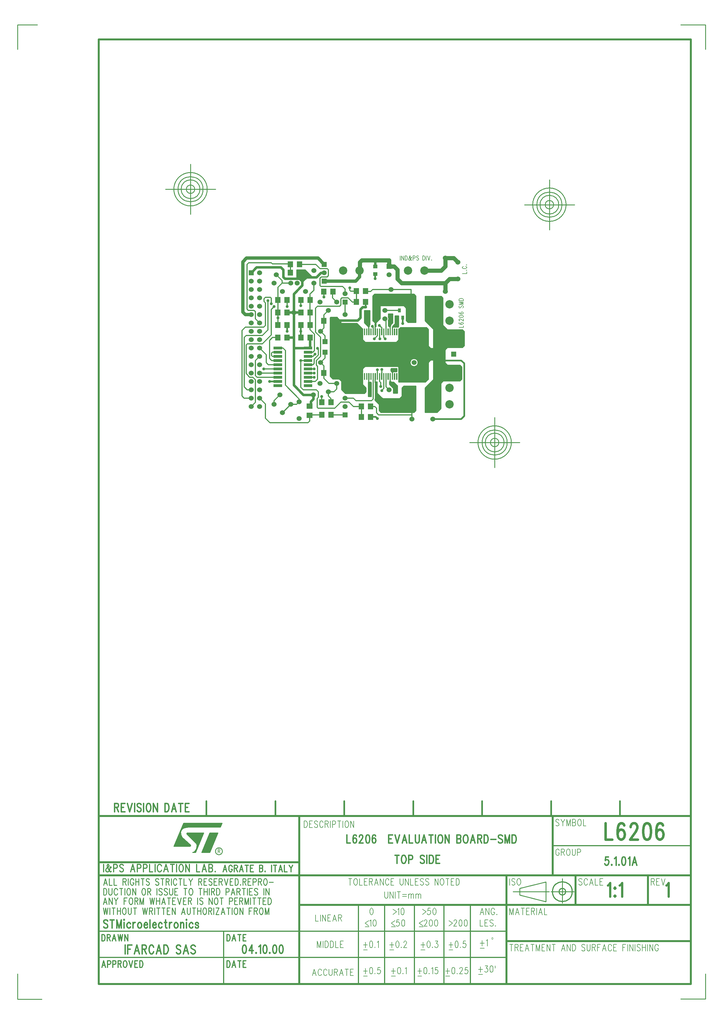
<source format=gbr>
*
*
G04 PowerPCB (Build Number [351.51 ]) generated Gerber (RS-274-X) file*
G04 PC Version=2.1*
*
%IN "L6206Pd-2.pcb"*%
*
%MOIN*%
*
%FSLAX35Y35*%
*
*
*
*
G04 PC Standard Apertures*
*
*
G04 Thermal Relief Aperture macro.*
%AMTER*
1,1,$1,0,0*
1,0,$1-$2,0,0*
21,0,$3,$4,0,0,45*
21,0,$3,$4,0,0,135*
%
*
*
G04 Annular Aperture macro.*
%AMANN*
1,1,$1,0,0*
1,0,$2,0,0*
%
*
*
G04 Odd Aperture macro.*
%AMODD*
1,1,$1,0,0*
1,0,$1-0.005,0,0*
%
*
*
G04 PC Custom Aperture Macros*
*
*
*
*
*
*
G04 PC Aperture Table*
*
%ADD010C,0.02*%
%ADD011C,0.01*%
%ADD012C,0.012*%
%ADD014C,0.024*%
%ADD015C,0.008*%
%ADD016C,0.015*%
%ADD017C,0.007*%
%ADD018C,0.004*%
%ADD019R,0.06X0.06*%
%ADD020C,0.06*%
%ADD023C,0.1*%
%ADD027C,0.03*%
%ADD028C,0.025*%
%ADD029C,0.05*%
%ADD030R,0.07X0.07*%
%ADD041C,0.04*%
%ADD050R,0.035X0.035*%
%ADD051R,0.015X0.015*%
%ADD052R,0.032X0.032*%
%ADD053R,0.044X0.044*%
%ADD054R,0.063X0.063*%
%ADD055C,0.036*%
*
*
*
*
G04 PC Custom Flashes*
G04 Layer Name L6206Pd-2.pcb - flashes*
%LPD*%
*
*
G04 PC Circuitry*
G04 Layer Name L6206Pd-2.pcb - circuitry*
%LPD*%
*
G54D10*
G01X734295Y236644D02*
Y254144D01*
X651795Y236644D02*
Y254144D01*
X569295Y236644D02*
Y254144D01*
X486795Y236644D02*
Y254144D01*
X404295Y236644D02*
Y254144D01*
X321795Y236644D02*
Y254144D01*
X239295Y236644D02*
Y254144D01*
X435826Y713754D02*
X441815D01*
X443815Y711754*
X510315Y711254D02*
X544315D01*
X547815Y714754*
Y777754*
X314815Y756254D02*
X324705D01*
X514815Y788254D02*
Y781254D01*
X544315*
X547815Y777754*
X514815Y788254D02*
X515315Y788754D01*
X352303Y808754D02*
Y823754D01*
X335815Y816254D02*
X335826Y823754D01*
X467815Y822754D02*
Y826354D01*
X466315Y828754D02*
X467315Y827754D01*
X467815Y826354*
X466315Y828754D02*
X466378Y832423D01*
X474215Y825654D02*
X474252Y832423D01*
X429815Y845254D02*
Y848754D01*
X429826Y851254*
X441315Y879254D02*
Y884754D01*
G54D11*
X220295Y1016144D02*
Y956144D01*
X190295Y986144D02*
X250295D01*
X240295D02*
G75*
G03X240295I-20000D01*
G01X235295D02*
G03X235295I-15000D01*
G01X231475D02*
G03X231475I-11180D01*
G01X225295D02*
G03X225295I-5000D01*
G01X649795Y997644D02*
Y937644D01*
X619795Y967644D02*
X679795D01*
X669795D02*
G03X669795I-20000D01*
G01X664795D02*
G03X664795I-15000D01*
G01X660975D02*
G03X660975I-11180D01*
G01X654795D02*
G03X654795I-5000D01*
G01X13409Y17471D02*
Y47372D01*
X836638Y1182825D02*
Y1153672D01*
Y1182825D02*
X807063D01*
X606275Y145798D02*
X649582D01*
X653519D02*
X677141D01*
X665330Y133987D02*
Y157609D01*
X645645D02*
Y133987D01*
X614149Y141861*
Y149735*
X645645Y157609*
X665330D02*
Y161546D01*
X653519Y145798D02*
X651551D01*
X677141D02*
X679110D01*
X665330Y133987D02*
Y132018D01*
X257043Y227254D02*
X212161D01*
X257043Y226664D02*
X212161D01*
X256452Y226073D02*
X211571D01*
X256452Y225483D02*
X211571D01*
X256452Y224892D02*
X210980D01*
X255862Y224301D02*
X210980D01*
X255271Y223711D02*
X215704D01*
Y223120*
X217476Y223711D02*
X210389D01*
X215114Y223120D02*
X210980D01*
X212161Y222530D02*
X209799D01*
X211571Y221939D02*
X209799D01*
X210980D02*
X209799D01*
X213342Y223120D02*
X210389D01*
Y221349D02*
X209208D01*
Y220168D02*
X210980Y221939D01*
X208027Y216624D02*
X207437D01*
X208027Y216034D02*
X207437D01*
X209208Y220168D02*
X210389Y221349D01*
X208027Y215443D02*
X206846D01*
X208027Y214853D02*
X206846D01*
X208027Y214262D02*
X206846D01*
X208027Y213672D02*
X206256D01*
X208618Y213081D02*
X206256D01*
X208618Y212490D02*
X205665D01*
X208618Y211900D02*
X205665D01*
X209208Y211309D02*
X205665D01*
X209799Y210719D02*
X205075D01*
X209799Y210128D02*
X205075D01*
X210389Y209538D02*
X204484D01*
X210980Y208947D02*
X204484D01*
X212161Y208357D02*
X204484D01*
X212752Y207766D02*
X203893D01*
X213342Y207175D02*
X203303D01*
X213933Y206585D02*
X203303D01*
X214523Y205994D02*
X203303D01*
X215114Y205404D02*
X202712D01*
X215704Y204813D02*
X202712D01*
X216295Y204223D02*
X202122D01*
X217476Y203632D02*
X202122D01*
X218067Y203042D02*
X202122D01*
X218657Y202451D02*
X201531D01*
X219248Y201861D02*
X201531D01*
X219838Y201270D02*
X201531D01*
X219838Y200679D02*
X200941D01*
X235193Y215443D02*
X216295D01*
Y214853*
X234602D02*
X216886D01*
X234602Y214262D02*
X216886D01*
X234602Y213672D02*
X217476D01*
X234012Y213081D02*
X218657D01*
X234012Y212490D02*
X218657D01*
X233421Y211900D02*
X219838D01*
X233421Y211309D02*
X220429D01*
X233421Y210719D02*
X221019D01*
X232830Y210128D02*
X221610D01*
X232830Y209538D02*
X222201D01*
X232240Y208947D02*
X222791D01*
X232240Y208357D02*
X223382D01*
X231649Y207766D02*
X223972D01*
X231649Y207175D02*
X224563D01*
X231649Y206585D02*
X224563D01*
X231059Y205994D02*
X225744D01*
X231059Y205404D02*
X226334D01*
X230468Y204813D02*
X226925D01*
X230468Y204223D02*
X226925D01*
X230468Y203632D02*
X227515D01*
X229878Y203042D02*
X228106D01*
X229878Y202451D02*
X228106D01*
X229287Y201861D02*
X228106D01*
X229287Y201270D02*
X228106D01*
X229287Y200679D02*
X228106D01*
X228697Y200089D02*
X228106D01*
X228697Y199498D02*
X228106D01*
Y198908D02*
Y197727D01*
X227515Y195955D02*
X226925D01*
Y195364D02*
X226334D01*
X226925Y194774D02*
X225744D01*
X226334Y194183D02*
X225744D01*
X226334Y193593D02*
X225153D01*
X243460Y215443D02*
X252319D01*
X243460Y214853D02*
X251728D01*
X242870Y214262D02*
X251728D01*
X242870Y213672D02*
X251138D01*
X242279Y213081D02*
X251138D01*
X242279Y212490D02*
X250547D01*
X242279Y211900D02*
X250547D01*
X241689Y211309D02*
X250547D01*
X241689Y210719D02*
X249956D01*
X241098Y210128D02*
X249956D01*
X241098Y209538D02*
X249366D01*
X240508Y208947D02*
X249366D01*
X240508Y208357D02*
X249366D01*
X240508Y207766D02*
X248775D01*
X239917Y207175D02*
X248775D01*
X239917Y206585D02*
X248185D01*
X239326Y205994D02*
X248185D01*
Y205404*
X239326D02*
X247594D01*
Y204813*
X238736Y204223D02*
X247594D01*
X238736Y204813D02*
X247004D01*
X238736Y203632D02*
X247004D01*
Y203042*
X238145D02*
X246413D01*
Y202451*
X238145D02*
X245823D01*
X237555Y201861D02*
X246413D01*
X237555Y201270D02*
X246413D01*
X237555Y200679D02*
X245823D01*
X236964Y200089D02*
X245823D01*
X236964Y199498D02*
X245232D01*
X236374Y198908D02*
X245232D01*
X236374Y198317D02*
X245232D01*
X235783Y197727D02*
X244641D01*
X235783Y197136D02*
X244641D01*
X235783Y196546D02*
X244051D01*
X235193Y195955D02*
X244051D01*
X235193Y195364D02*
X244051D01*
X235193Y194774D02*
X243460D01*
X234602Y194183D02*
X243460D01*
X234602Y193593D02*
X242870D01*
X258417Y194144D02*
G03X258417I-4122D01*
G01X243311Y216250D02*
X252913D01*
X243311Y192939*
X233704*
X243311Y216250*
X217799D02*
X236008D01*
X226401Y192939*
X222701*
X224000Y193238*
X225201Y194140*
X227303Y197140*
X227901Y201242*
X227204Y203345*
X225701Y205242*
X217299Y213349*
X215897Y214648*
X215598Y215550*
X216299Y216050*
X217799Y216250*
X211795Y209144D02*
X210295Y210447D01*
X209094Y212349*
X208496Y214648*
X208397Y217050*
X209197Y219349*
X210795Y221349*
X213598Y222652*
X217598Y223152*
X255815Y223050*
X257913Y227853*
X211795*
X200193Y200144*
X218000*
X219401*
X220098Y200644*
X220201Y201542*
X219299Y202443*
X211795Y209144*
X807063Y17471D02*
X836638D01*
Y47372*
X13362Y17175D02*
X42153D01*
X13409Y1182825D02*
Y1153672D01*
Y1182805D02*
X37035D01*
X584295Y713144D02*
Y653144D01*
X554295Y683144D02*
X614295D01*
X604295D02*
G03X604295I-20000D01*
G01X599295D02*
G03X599295I-15000D01*
G01X595475D02*
G03X595475I-11180D01*
G01X589295D02*
G03X589295I-5000D01*
G01X118299Y161546D02*
X116118Y153671D01*
X118299Y161546D02*
X120481Y153671D01*
X116936Y156296D02*
X119663D01*
X122936Y161546D02*
Y153671D01*
X126208*
X128663Y161546D02*
Y153671D01*
X131936*
X139299Y161546D02*
Y153671D01*
Y161546D02*
X141754D01*
X142572Y161171*
X142572D02*
X142845Y160796D01*
X143118Y160046*
Y159296*
X142845Y158546*
X142572Y158171*
X142572D02*
X141754Y157796D01*
X139299*
X141208D02*
X143118Y153671D01*
X145572Y161546D02*
Y153671D01*
X152118Y159671D02*
X151845Y160421D01*
X151299Y161171*
X151299D02*
X150754Y161546D01*
X149663*
X149118Y161171*
X148572Y160421*
X148572D02*
X148299Y159671D01*
X148299D02*
X148027Y158546D01*
Y156671*
X148299Y155546*
X148299D02*
X148572Y154796D01*
X148572D02*
X149118Y154046D01*
X149663Y153671*
X150754*
X151299Y154046*
X151299D02*
X151845Y154796D01*
X152118Y155546*
Y156671*
X150754D02*
X152118D01*
X154572Y161546D02*
Y153671D01*
X158390Y161546D02*
Y153671D01*
X154572Y157796D02*
X158390D01*
X162754Y161546D02*
Y153671D01*
X160845Y161546D02*
X164663D01*
X170936Y160421D02*
X170390Y161171D01*
X170390D02*
X169572Y161546D01*
X169572D02*
X168481D01*
X168481D02*
X167663Y161171D01*
X167118Y160421*
Y159671*
X167390Y158921*
X167390D02*
X167663Y158546D01*
X168208Y158171*
X168208D02*
X169845Y157421D01*
X170390Y157046*
X170390D02*
X170663Y156671D01*
X170936Y155921*
Y154796*
X170390Y154046*
X170390D02*
X169572Y153671D01*
X169572D02*
X168481D01*
X168481D02*
X167663Y154046D01*
X167118Y154796*
X182118Y160421D02*
X181572Y161171D01*
X181572D02*
X180754Y161546D01*
X179663*
X178845Y161171*
X178299Y160421*
X178299D02*
Y159671D01*
X178299D02*
X178572Y158921D01*
X178572D02*
X178845Y158546D01*
X179390Y158171*
X179390D02*
X181027Y157421D01*
X181572Y157046*
X181572D02*
X181845Y156671D01*
X182118Y155921*
Y154796*
X181572Y154046*
X181572D02*
X180754Y153671D01*
X179663*
X178845Y154046*
X178299Y154796*
X186481Y161546D02*
Y153671D01*
X184572Y161546D02*
X188390D01*
X190845D02*
Y153671D01*
Y161546D02*
X193299D01*
X193299D02*
X194118Y161171D01*
X194390Y160796*
X194390D02*
X194663Y160046D01*
Y159296*
X194390Y158546*
X194390D02*
X194118Y158171D01*
X193299Y157796*
X193299D02*
X190845D01*
X192754D02*
X194663Y153671D01*
X197118Y161546D02*
Y153671D01*
X203663Y159671D02*
X203390Y160421D01*
X203390D02*
X202845Y161171D01*
X202299Y161546*
X202299D02*
X201208D01*
X201208D02*
X200663Y161171D01*
X200118Y160421*
X199845Y159671*
X199572Y158546*
X199572D02*
Y156671D01*
X199572D02*
X199845Y155546D01*
X200118Y154796*
X200663Y154046*
X201208Y153671*
X201208D02*
X202299D01*
X202299D02*
X202845Y154046D01*
X203390Y154796*
X203390D02*
X203663Y155546D01*
X208027Y161546D02*
Y153671D01*
X206118Y161546D02*
X209936D01*
X212390D02*
Y153671D01*
X212390D02*
X215663D01*
X218118Y161546D02*
X220299Y157796D01*
X220299D02*
Y153671D01*
X222481Y161546D02*
X220299Y157796D01*
X229845Y161546D02*
Y153671D01*
Y161546D02*
X232299D01*
X232299D02*
X233118Y161171D01*
X233390Y160796*
X233390D02*
X233663Y160046D01*
Y159296*
X233390Y158546*
X233390D02*
X233118Y158171D01*
X232299Y157796*
X232299D02*
X229845D01*
X231754D02*
X233663Y153671D01*
X236118Y161546D02*
Y153671D01*
Y161546D02*
X239663D01*
X236118Y157796D02*
X238299D01*
X236118Y153671D02*
X239663D01*
X245936Y160421D02*
X245390Y161171D01*
X245390D02*
X244572Y161546D01*
X244572D02*
X243481D01*
X243481D02*
X242663Y161171D01*
X242118Y160421*
Y159671*
X242390Y158921*
X242390D02*
X242663Y158546D01*
X243208Y158171*
X243208D02*
X244845Y157421D01*
X245390Y157046*
X245390D02*
X245663Y156671D01*
X245936Y155921*
Y154796*
X245390Y154046*
X245390D02*
X244572Y153671D01*
X244572D02*
X243481D01*
X243481D02*
X242663Y154046D01*
X242118Y154796*
X248390Y161546D02*
Y153671D01*
Y161546D02*
X251936D01*
X248390Y157796D02*
X250572D01*
X248390Y153671D02*
X251936D01*
X254390Y161546D02*
Y153671D01*
Y161546D02*
X256845D01*
X257663Y161171*
X257936Y160796*
X258208Y160046*
X258208D02*
Y159296D01*
X258208D02*
X257936Y158546D01*
X257663Y158171*
X256845Y157796*
X254390*
X256299D02*
X258208Y153671D01*
X260663Y161546D02*
X262845Y153671D01*
X265027Y161546D02*
X262845Y153671D01*
X267481Y161546D02*
Y153671D01*
Y161546D02*
X271027D01*
X267481Y157796D02*
X269663D01*
X267481Y153671D02*
X271027D01*
X273481Y161546D02*
Y153671D01*
Y161546D02*
X275390D01*
X275390D02*
X276208Y161171D01*
X276208D02*
X276754Y160421D01*
X277027Y159671*
X277299Y158546*
X277299D02*
Y156671D01*
X277299D02*
X277027Y155546D01*
X276754Y154796*
X276208Y154046*
X276208D02*
X275390Y153671D01*
X275390D02*
X273481D01*
X280027Y154421D02*
X279754Y154046D01*
X280027Y153671*
X280299Y154046*
X280299D02*
X280027Y154421D01*
X282754Y161546D02*
Y153671D01*
Y161546D02*
X285208D01*
X285208D02*
X286027Y161171D01*
X286299Y160796*
X286299D02*
X286572Y160046D01*
X286572D02*
Y159296D01*
X286572D02*
X286299Y158546D01*
X286299D02*
X286027Y158171D01*
X285208Y157796*
X285208D02*
X282754D01*
X284663D02*
X286572Y153671D01*
X289027Y161546D02*
Y153671D01*
Y161546D02*
X292572D01*
X289027Y157796D02*
X291208D01*
X289027Y153671D02*
X292572D01*
X295027Y161546D02*
Y153671D01*
Y161546D02*
X297481D01*
X297481D02*
X298299Y161171D01*
X298299D02*
X298572Y160796D01*
X298572D02*
X298845Y160046D01*
Y158921*
X298572Y158171*
X298572D02*
X298299Y157796D01*
X298299D02*
X297481Y157421D01*
X297481D02*
X295027D01*
X301299Y161546D02*
Y153671D01*
Y161546D02*
X303754D01*
X304572Y161171*
X304572D02*
X304845Y160796D01*
X305118Y160046*
Y159296*
X304845Y158546*
X304572Y158171*
X304572D02*
X303754Y157796D01*
X301299*
X303208D02*
X305118Y153671D01*
X309208Y161546D02*
X308663Y161171D01*
X308118Y160421*
X307845Y159671*
X307572Y158546*
X307572D02*
Y156671D01*
X307572D02*
X307845Y155546D01*
X308118Y154796*
X308663Y154046*
X309208Y153671*
X309208D02*
X310299D01*
X310299D02*
X310845Y154046D01*
X311390Y154796*
X311390D02*
X311663Y155546D01*
X311936Y156671*
Y158546*
X311663Y159671*
X311390Y160421*
X311390D02*
X310845Y161171D01*
X310299Y161546*
X310299D02*
X309208D01*
X314390Y157046D02*
X319299D01*
X116118Y149735D02*
Y141860D01*
Y149735D02*
X118027D01*
X118845Y149360*
X119390Y148610*
X119390D02*
X119663Y147860D01*
X119936Y146735*
Y144860*
X119663Y143735*
X119390Y142985*
X119390D02*
X118845Y142235D01*
X118027Y141860*
X116118*
X122390Y149735D02*
Y144110D01*
X122390D02*
X122663Y142985D01*
X123208Y142235*
X123208D02*
X124027Y141860D01*
X124572*
X124572D02*
X125390Y142235D01*
X125390D02*
X125936Y142985D01*
X126208Y144110*
X126208D02*
Y149735D01*
X132754Y147860D02*
X132481Y148610D01*
X132481D02*
X131936Y149360D01*
X131390Y149735*
X131390D02*
X130299D01*
X130299D02*
X129754Y149360D01*
X129208Y148610*
X129208D02*
X128936Y147860D01*
X128663Y146735*
Y144860*
X128936Y143735*
X129208Y142985*
X129208D02*
X129754Y142235D01*
X130299Y141860*
X130299D02*
X131390D01*
X131390D02*
X131936Y142235D01*
X132481Y142985*
X132481D02*
X132754Y143735D01*
X137118Y149735D02*
Y141860D01*
X135208Y149735D02*
X139027D01*
X141481D02*
Y141860D01*
X145572Y149735D02*
X145027Y149360D01*
X144481Y148610*
X144481D02*
X144208Y147860D01*
X144208D02*
X143936Y146735D01*
Y144860*
X144208Y143735*
X144208D02*
X144481Y142985D01*
X144481D02*
X145027Y142235D01*
X145572Y141860*
X145572D02*
X146663D01*
X147208Y142235*
X147208D02*
X147754Y142985D01*
X148027Y143735*
X148299Y144860*
X148299D02*
Y146735D01*
X148299D02*
X148027Y147860D01*
X147754Y148610*
X147208Y149360*
X147208D02*
X146663Y149735D01*
X145572*
X150754D02*
Y141860D01*
Y149735D02*
X154572Y141860D01*
Y149735D02*
Y141860D01*
X163572Y149735D02*
X163027Y149360D01*
X162481Y148610*
X162481D02*
X162208Y147860D01*
X162208D02*
X161936Y146735D01*
Y144860*
X162208Y143735*
X162208D02*
X162481Y142985D01*
X162481D02*
X163027Y142235D01*
X163572Y141860*
X163572D02*
X164663D01*
X165208Y142235*
X165208D02*
X165754Y142985D01*
X166027Y143735*
X166299Y144860*
X166299D02*
Y146735D01*
X166299D02*
X166027Y147860D01*
X165754Y148610*
X165208Y149360*
X165208D02*
X164663Y149735D01*
X163572*
X168754D02*
Y141860D01*
Y149735D02*
X171208D01*
X171208D02*
X172027Y149360D01*
X172299Y148985*
X172299D02*
X172572Y148235D01*
X172572D02*
Y147485D01*
X172572D02*
X172299Y146735D01*
X172299D02*
X172027Y146360D01*
X171208Y145985*
X171208D02*
X168754D01*
X170663D02*
X172572Y141860D01*
X179936Y149735D02*
Y141860D01*
X186208Y148610D02*
X185663Y149360D01*
X184845Y149735*
X183754*
X182936Y149360*
X182390Y148610*
X182390D02*
Y147860D01*
X182390D02*
X182663Y147110D01*
X182936Y146735*
X183481Y146360*
X183481D02*
X185118Y145610D01*
X185663Y145235*
X185936Y144860*
X186208Y144110*
X186208D02*
Y142985D01*
X186208D02*
X185663Y142235D01*
X184845Y141860*
X183754*
X182936Y142235*
X182390Y142985*
X192481Y148610D02*
X191936Y149360D01*
X191118Y149735*
X190027*
X189208Y149360*
X189208D02*
X188663Y148610D01*
Y147860*
X188936Y147110*
X189208Y146735*
X189208D02*
X189754Y146360D01*
X191390Y145610*
X191390D02*
X191936Y145235D01*
X192208Y144860*
X192208D02*
X192481Y144110D01*
X192481D02*
Y142985D01*
X192481D02*
X191936Y142235D01*
X191118Y141860*
X190027*
X189208Y142235*
X189208D02*
X188663Y142985D01*
X194936Y149735D02*
Y144110D01*
X195208Y142985*
X195208D02*
X195754Y142235D01*
X196572Y141860*
X196572D02*
X197118D01*
X197936Y142235*
X198481Y142985*
X198481D02*
X198754Y144110D01*
Y149735*
X201208D02*
Y141860D01*
Y149735D02*
X204754D01*
X201208Y145985D02*
X203390D01*
X201208Y141860D02*
X204754D01*
X214027Y149735D02*
Y141860D01*
X212118Y149735D02*
X215936D01*
X220027D02*
X219481Y149360D01*
X219481D02*
X218936Y148610D01*
X218663Y147860*
X218390Y146735*
X218390D02*
Y144860D01*
X218390D02*
X218663Y143735D01*
X218936Y142985*
X219481Y142235*
X219481D02*
X220027Y141860D01*
X221118*
X221663Y142235*
X222208Y142985*
X222208D02*
X222481Y143735D01*
X222481D02*
X222754Y144860D01*
Y146735*
X222481Y147860*
X222481D02*
X222208Y148610D01*
X222208D02*
X221663Y149360D01*
X221118Y149735*
X220027*
X232027D02*
Y141860D01*
X230118Y149735D02*
X233936D01*
X236390D02*
Y141860D01*
X240208Y149735D02*
Y141860D01*
X236390Y145985D02*
X240208D01*
X242663Y149735D02*
Y141860D01*
X245118Y149735D02*
Y141860D01*
Y149735D02*
X247572D01*
X247572D02*
X248390Y149360D01*
X248390D02*
X248663Y148985D01*
X248936Y148235*
Y147485*
X248663Y146735*
X248390Y146360*
X248390D02*
X247572Y145985D01*
X247572D02*
X245118D01*
X247027D02*
X248936Y141860D01*
X251390Y149735D02*
Y141860D01*
Y149735D02*
X253299D01*
X253299D02*
X254118Y149360D01*
X254663Y148610*
X254936Y147860*
X255208Y146735*
X255208D02*
Y144860D01*
X255208D02*
X254936Y143735D01*
X254663Y142985*
X254118Y142235*
X253299Y141860*
X253299D02*
X251390D01*
X262572Y149735D02*
Y141860D01*
Y149735D02*
X265027D01*
X265845Y149360*
X266118Y148985*
X266390Y148235*
X266390D02*
Y147110D01*
X266390D02*
X266118Y146360D01*
X265845Y145985*
X265027Y145610*
X262572*
X271027Y149735D02*
X268845Y141860D01*
X271027Y149735D02*
X273208Y141860D01*
X269663Y144485D02*
X272390D01*
X275663Y149735D02*
Y141860D01*
Y149735D02*
X278118D01*
X278936Y149360*
X279208Y148985*
X279208D02*
X279481Y148235D01*
X279481D02*
Y147485D01*
X279481D02*
X279208Y146735D01*
X279208D02*
X278936Y146360D01*
X278118Y145985*
X275663*
X277572D02*
X279481Y141860D01*
X283845Y149735D02*
Y141860D01*
X281936Y149735D02*
X285754D01*
X288208D02*
Y141860D01*
X290663Y149735D02*
Y141860D01*
Y149735D02*
X294208D01*
X290663Y145985D02*
X292845D01*
X290663Y141860D02*
X294208D01*
X300481Y148610D02*
X299936Y149360D01*
X299118Y149735*
X298027*
X297208Y149360*
X297208D02*
X296663Y148610D01*
Y147860*
X296936Y147110*
X297208Y146735*
X297208D02*
X297754Y146360D01*
X299390Y145610*
X299390D02*
X299936Y145235D01*
X300208Y144860*
X300208D02*
X300481Y144110D01*
X300481D02*
Y142985D01*
X300481D02*
X299936Y142235D01*
X299118Y141860*
X298027*
X297208Y142235*
X297208D02*
X296663Y142985D01*
X307845Y149735D02*
Y141860D01*
X310299Y149735D02*
Y141860D01*
Y149735D02*
X314118Y141860D01*
Y149735D02*
Y141860D01*
X117976Y138519D02*
X115795Y130644D01*
X117976Y138519D02*
X120158Y130644D01*
X116613Y133269D02*
X119340D01*
X122613Y138519D02*
Y130644D01*
Y138519D02*
X126431Y130644D01*
Y138519D02*
Y130644D01*
X128885Y138519D02*
X131067Y134769D01*
X131067D02*
Y130644D01*
X133249Y138519D02*
X131067Y134769D01*
X140613Y138519D02*
Y130644D01*
Y138519D02*
X144158D01*
X140613Y134769D02*
X142795D01*
X148249Y138519D02*
X147704Y138144D01*
X147158Y137394*
X147158D02*
X146885Y136644D01*
X146885D02*
X146613Y135519D01*
Y133644*
X146885Y132519*
X146885D02*
X147158Y131769D01*
X147158D02*
X147704Y131019D01*
X148249Y130644*
X148249D02*
X149340D01*
X149885Y131019*
X149885D02*
X150431Y131769D01*
X150704Y132519*
X150976Y133644*
X150976D02*
Y135519D01*
X150976D02*
X150704Y136644D01*
X150431Y137394*
X149885Y138144*
X149885D02*
X149340Y138519D01*
X148249*
X153431D02*
Y130644D01*
Y138519D02*
X155885D01*
X155885D02*
X156704Y138144D01*
X156976Y137769*
X156976D02*
X157249Y137019D01*
X157249D02*
Y136269D01*
X157249D02*
X156976Y135519D01*
X156976D02*
X156704Y135144D01*
X155885Y134769*
X155885D02*
X153431D01*
X155340D02*
X157249Y130644D01*
X159704Y138519D02*
Y130644D01*
Y138519D02*
X161885Y130644D01*
X164067Y138519D02*
X161885Y130644D01*
X164067Y138519D02*
Y130644D01*
X171431Y138519D02*
X172795Y130644D01*
X174158Y138519D02*
X172795Y130644D01*
X174158Y138519D02*
X175522Y130644D01*
X176885Y138519D02*
X175522Y130644D01*
X179340Y138519D02*
Y130644D01*
X183158Y138519D02*
Y130644D01*
X179340Y134769D02*
X183158D01*
X187795Y138519D02*
X185613Y130644D01*
X187795Y138519D02*
X189976Y130644D01*
X186431Y133269D02*
X189158D01*
X194340Y138519D02*
Y130644D01*
X192431Y138519D02*
X196249D01*
X198704D02*
Y130644D01*
Y138519D02*
X202249D01*
X198704Y134769D02*
X200885D01*
X198704Y130644D02*
X202249D01*
X204704Y138519D02*
X206885Y130644D01*
X209067Y138519D02*
X206885Y130644D01*
X211522Y138519D02*
Y130644D01*
Y138519D02*
X215067D01*
X211522Y134769D02*
X213704D01*
X211522Y130644D02*
X215067D01*
X217522Y138519D02*
Y130644D01*
Y138519D02*
X219976D01*
X219976D02*
X220795Y138144D01*
X221067Y137769*
X221067D02*
X221340Y137019D01*
Y136269*
X221067Y135519*
X221067D02*
X220795Y135144D01*
X219976Y134769*
X219976D02*
X217522D01*
X219431D02*
X221340Y130644D01*
X228704Y138519D02*
Y130644D01*
X234976Y137394D02*
X234431Y138144D01*
X233613Y138519*
X232522*
X231704Y138144*
X231158Y137394*
X231158D02*
Y136644D01*
X231158D02*
X231431Y135894D01*
X231704Y135519*
X232249Y135144*
X232249D02*
X233885Y134394D01*
X233885D02*
X234431Y134019D01*
X234704Y133644*
X234976Y132894*
X234976D02*
Y131769D01*
X234976D02*
X234431Y131019D01*
X233613Y130644*
X232522*
X231704Y131019*
X231158Y131769*
X242340Y138519D02*
Y130644D01*
Y138519D02*
X246158Y130644D01*
Y138519D02*
Y130644D01*
X250249Y138519D02*
X249704Y138144D01*
X249158Y137394*
X249158D02*
X248885Y136644D01*
X248885D02*
X248613Y135519D01*
Y133644*
X248885Y132519*
X248885D02*
X249158Y131769D01*
X249158D02*
X249704Y131019D01*
X250249Y130644*
X250249D02*
X251340D01*
X251885Y131019*
X251885D02*
X252431Y131769D01*
X252704Y132519*
X252976Y133644*
X252976D02*
Y135519D01*
X252976D02*
X252704Y136644D01*
X252431Y137394*
X251885Y138144*
X251885D02*
X251340Y138519D01*
X250249*
X257340D02*
Y130644D01*
X255431Y138519D02*
X259249D01*
X266613D02*
Y130644D01*
Y138519D02*
X269067D01*
X269067D02*
X269885Y138144D01*
X269885D02*
X270158Y137769D01*
X270158D02*
X270431Y137019D01*
Y135894*
X270158Y135144*
X270158D02*
X269885Y134769D01*
X269885D02*
X269067Y134394D01*
X269067D02*
X266613D01*
X272885Y138519D02*
Y130644D01*
Y138519D02*
X276431D01*
X272885Y134769D02*
X275067D01*
X272885Y130644D02*
X276431D01*
X278885Y138519D02*
Y130644D01*
Y138519D02*
X281340D01*
X282158Y138144*
X282158D02*
X282431Y137769D01*
X282704Y137019*
Y136269*
X282431Y135519*
X282158Y135144*
X282158D02*
X281340Y134769D01*
X278885*
X280795D02*
X282704Y130644D01*
X285158Y138519D02*
Y130644D01*
Y138519D02*
X287340Y130644D01*
X289522Y138519D02*
X287340Y130644D01*
X289522Y138519D02*
Y130644D01*
X291976Y138519D02*
Y130644D01*
X296340Y138519D02*
Y130644D01*
X294431Y138519D02*
X298249D01*
X302613D02*
Y130644D01*
X300704Y138519D02*
X304522D01*
X306976D02*
Y130644D01*
Y138519D02*
X310522D01*
X306976Y134769D02*
X309158D01*
X306976Y130644D02*
X310522D01*
X312976Y138519D02*
Y130644D01*
Y138519D02*
X314885D01*
X314885D02*
X315704Y138144D01*
X316249Y137394*
X316249D02*
X316522Y136644D01*
X316795Y135519*
Y133644*
X316522Y132519*
X316249Y131769*
X316249D02*
X315704Y131019D01*
X314885Y130644*
X314885D02*
X312976D01*
X115795Y126519D02*
X117158Y118644D01*
X118522Y126519D02*
X117158Y118644D01*
X118522Y126519D02*
X119885Y118644D01*
X121249Y126519D02*
X119885Y118644D01*
X123704Y126519D02*
Y118644D01*
X128067Y126519D02*
Y118644D01*
X126158Y126519D02*
X129976D01*
X132431D02*
Y118644D01*
X136249Y126519D02*
Y118644D01*
X132431Y122769D02*
X136249D01*
X140340Y126519D02*
X139795Y126144D01*
X139249Y125394*
X139249D02*
X138976Y124644D01*
X138976D02*
X138704Y123519D01*
Y121644*
X138976Y120519*
X138976D02*
X139249Y119769D01*
X139249D02*
X139795Y119019D01*
X140340Y118644*
X141431*
X141976Y119019*
X141976D02*
X142522Y119769D01*
X142795Y120519*
X143067Y121644*
X143067D02*
Y123519D01*
X143067D02*
X142795Y124644D01*
X142522Y125394*
X141976Y126144*
X141976D02*
X141431Y126519D01*
X140340*
X145522D02*
Y120894D01*
X145795Y119769*
X146340Y119019*
X147158Y118644*
X147158D02*
X147704D01*
X148522Y119019*
X149067Y119769*
X149067D02*
X149340Y120894D01*
Y126519*
X153704D02*
Y118644D01*
X151795Y126519D02*
X155613D01*
X162976D02*
X164340Y118644D01*
X165704Y126519D02*
X164340Y118644D01*
X165704Y126519D02*
X167067Y118644D01*
X168431Y126519D02*
X167067Y118644D01*
X170885Y126519D02*
Y118644D01*
Y126519D02*
X173340D01*
X174158Y126144*
X174158D02*
X174431Y125769D01*
X174704Y125019*
Y124269*
X174431Y123519*
X174158Y123144*
X174158D02*
X173340Y122769D01*
X170885*
X172795D02*
X174704Y118644D01*
X177158Y126519D02*
Y118644D01*
X181522Y126519D02*
Y118644D01*
X179613Y126519D02*
X183431D01*
X187795D02*
Y118644D01*
X185885Y126519D02*
X189704D01*
X192158D02*
Y118644D01*
Y126519D02*
X195704D01*
X192158Y122769D02*
X194340D01*
X192158Y118644D02*
X195704D01*
X198158Y126519D02*
Y118644D01*
Y126519D02*
X201976Y118644D01*
Y126519D02*
Y118644D01*
X211522Y126519D02*
X209340Y118644D01*
X211522Y126519D02*
X213704Y118644D01*
X210158Y121269D02*
X212885D01*
X216158Y126519D02*
Y120894D01*
X216158D02*
X216431Y119769D01*
X216976Y119019*
X216976D02*
X217795Y118644D01*
X218340*
X219158Y119019*
X219158D02*
X219704Y119769D01*
X219976Y120894*
X219976D02*
Y126519D01*
X224340D02*
Y118644D01*
X222431Y126519D02*
X226249D01*
X228704D02*
Y118644D01*
X232522Y126519D02*
Y118644D01*
X228704Y122769D02*
X232522D01*
X236613Y126519D02*
X236067Y126144D01*
X236067D02*
X235522Y125394D01*
X235249Y124644*
X235249D02*
X234976Y123519D01*
X234976D02*
Y121644D01*
X234976D02*
X235249Y120519D01*
X235249D02*
X235522Y119769D01*
X236067Y119019*
X236067D02*
X236613Y118644D01*
X237704*
X238249Y119019*
X238249D02*
X238795Y119769D01*
X239067Y120519*
X239067D02*
X239340Y121644D01*
Y123519*
X239067Y124644*
X239067D02*
X238795Y125394D01*
X238249Y126144*
X238249D02*
X237704Y126519D01*
X236613*
X241795D02*
Y118644D01*
Y126519D02*
X244249D01*
X244249D02*
X245067Y126144D01*
X245067D02*
X245340Y125769D01*
X245613Y125019*
Y124269*
X245340Y123519*
X245067Y123144*
X245067D02*
X244249Y122769D01*
X244249D02*
X241795D01*
X243704D02*
X245613Y118644D01*
X248067Y126519D02*
Y118644D01*
X254340Y126519D02*
X250522Y118644D01*
Y126519D02*
X254340D01*
X250522Y118644D02*
X254340D01*
X258976Y126519D02*
X256795Y118644D01*
X258976Y126519D02*
X261158Y118644D01*
X257613Y121269D02*
X260340D01*
X265522Y126519D02*
Y118644D01*
X263613Y126519D02*
X267431D01*
X269885D02*
Y118644D01*
X273976Y126519D02*
X273431Y126144D01*
X272885Y125394*
X272885D02*
X272613Y124644D01*
X272340Y123519*
Y121644*
X272613Y120519*
X272885Y119769*
X272885D02*
X273431Y119019D01*
X273976Y118644*
X273976D02*
X275067D01*
X275067D02*
X275613Y119019D01*
X276158Y119769*
X276158D02*
X276431Y120519D01*
X276704Y121644*
Y123519*
X276431Y124644*
X276158Y125394*
X276158D02*
X275613Y126144D01*
X275067Y126519*
X275067D02*
X273976D01*
X279158D02*
Y118644D01*
Y126519D02*
X282976Y118644D01*
Y126519D02*
Y118644D01*
X290340Y126519D02*
Y118644D01*
Y126519D02*
X293885D01*
X290340Y122769D02*
X292522D01*
X296340Y126519D02*
Y118644D01*
Y126519D02*
X298795D01*
X299613Y126144*
X299885Y125769*
X299885D02*
X300158Y125019D01*
X300158D02*
Y124269D01*
X300158D02*
X299885Y123519D01*
X299885D02*
X299613Y123144D01*
X298795Y122769*
X296340*
X298249D02*
X300158Y118644D01*
X304249Y126519D02*
X303704Y126144D01*
X303158Y125394*
X303158D02*
X302885Y124644D01*
X302885D02*
X302613Y123519D01*
Y121644*
X302885Y120519*
X302885D02*
X303158Y119769D01*
X303158D02*
X303704Y119019D01*
X304249Y118644*
X304249D02*
X305340D01*
X305885Y119019*
X305885D02*
X306431Y119769D01*
X306704Y120519*
X306976Y121644*
X306976D02*
Y123519D01*
X306976D02*
X306704Y124644D01*
X306431Y125394*
X305885Y126144*
X305885D02*
X305340Y126519D01*
X304249*
X309431D02*
Y118644D01*
Y126519D02*
X311613Y118644D01*
X313795Y126519D02*
X311613Y118644D01*
X313795Y126519D02*
Y118644D01*
X341022Y839254D02*
X343022Y841254D01*
X344607*
X344607D02*
X346315Y839546D01*
X346315D02*
Y837961D01*
X344857Y836504*
X344857D02*
X343022D01*
X341190Y838336*
Y839254*
X341022*
X343772Y836504D02*
X346315Y839046D01*
X342760Y836765D02*
X345928Y839933D01*
X342124Y837401D02*
X345292Y840569D01*
X341487Y838038D02*
X344655Y841206D01*
X341190Y839013D02*
X343430Y841254D01*
X489815Y826754D02*
Y858546D01*
X489815D02*
X487607Y860754D01*
X487607D02*
X440522D01*
X438315Y858546*
X438315D02*
Y828961D01*
X440814Y826461*
X440814D02*
Y824056D01*
X441279Y821754D02*
G03X440814Y824056I-3464J500D01*
G01X441279Y821754D02*
X442315D01*
Y826461*
X447315Y831461*
Y846754*
X475522*
X478315Y843961*
Y828961*
X480522Y826754*
X489815*
X434815Y824056D02*
Y841254D01*
X428315*
Y826461*
X433022Y821754*
X434350*
X434815Y824056D02*
G03X434350Y821754I3000J-1802D01*
G01X462315Y826461D02*
Y837254D01*
X456815*
Y833721*
Y828786D02*
G03Y833721I-4000J2468D01*
G01Y828786D02*
Y822961D01*
X458022Y821754*
X459614*
X459614D02*
Y822046D01*
X459815Y822963D02*
G03X459614Y822046I2000J-916D01*
G01X459815Y822963D02*
Y823961D01*
X462315Y826461*
X489815Y721461D02*
Y750754D01*
X475522*
X473315Y748546*
X473315D02*
Y738546D01*
X473315D02*
X470522Y735754D01*
X450107*
X450107D02*
X443565Y742296D01*
X443565D02*
Y755754D01*
X441158*
Y735297*
X440814Y734088D02*
G03X441158Y735297I-1955J1209D01*
G01X440815Y734088D02*
Y733961D01*
X445815Y728961*
Y721461*
X448022Y719254*
X487607*
X487607D02*
X489815Y721461D01*
X467815Y742254D02*
Y751046D01*
X467815D02*
X463357Y755504D01*
X463357D02*
X460607D01*
X460607D02*
X459982Y756129D01*
X459982D02*
X458315D01*
Y752961*
X463065Y748211*
Y742254*
X467815*
X436558Y738254D02*
Y754803D01*
X436558D02*
X435857Y755504D01*
X435857D02*
X432815D01*
Y738254*
X436558*
X469315Y821961D02*
Y834754D01*
X464815*
Y825046*
X464815D02*
X462015Y822246D01*
X462015D02*
Y821754D01*
X461957Y821254D02*
G03X462015Y821754I-2142J500D01*
G01X461957Y821254D02*
X468607D01*
X468607D02*
X469315Y821961D01*
X358982Y881379D02*
X365596D01*
X365596D02*
X357109Y889754D01*
X357109D02*
X347315D01*
Y880254*
X350522*
X353272Y877504*
X355107*
X355107D02*
X358982Y881379D01*
X467114Y768136D02*
Y771785D01*
X467114D02*
X466815D01*
Y771754*
X460522*
X459815Y771046*
X459815D02*
Y768961D01*
X461272Y767504*
X462607*
X462607D02*
X462857Y767754D01*
X462857D02*
X463398D01*
X463698Y767780D02*
G03X463398Y767753I0J-1699D01*
G01X463698Y767780D02*
X465198D01*
X465499Y767753D02*
G03X465198Y767780I-300J-1672D01*
G01X465499Y767754D02*
X465957D01*
X466257Y767780D02*
G03X465957Y767753I0J-1699D01*
G01X466257Y767780D02*
X466759D01*
X466759D02*
X467114Y768136D01*
X547815Y798961D02*
Y816046D01*
X547815D02*
X545607Y818254D01*
X545607D02*
X527607D01*
X527607D02*
X522315Y823546D01*
X522315D02*
Y856046D01*
X522315D02*
X520107Y858254D01*
X520107D02*
X500815D01*
Y828961*
X510815Y818961*
Y795754*
X507607*
X507607D02*
X504815Y798546D01*
X504815D02*
Y818546D01*
X504815D02*
X502607Y820754D01*
X502607D02*
X471522D01*
X469457Y818689*
X469457D02*
Y811427D01*
X469314Y810744D02*
G03X469457Y811427I-1556J683D01*
G01X469315Y810744D02*
Y806046D01*
X469315D02*
X466522Y803254D01*
X429107*
X429107D02*
X426315Y806046D01*
X426315D02*
Y810744D01*
X426172Y811427D02*
G03X426315Y810744I1700J0D01*
G01X426172Y811427D02*
Y818689D01*
X426172D02*
X419107Y825754D01*
X419107D02*
X400315D01*
Y828060*
X400315D02*
X395593Y833254D01*
X395593D02*
X388022D01*
X387315Y832546*
X387315D02*
Y762461D01*
X390522Y759254*
X398022*
X400815Y756461*
Y746461*
X405522Y741754*
X428107*
X428107D02*
X430315Y743961D01*
Y748546*
X430315D02*
X426315Y752546D01*
X426315D02*
Y757398D01*
X426172Y758080D02*
G03X426315Y757398I1700J0D01*
G01X426172Y758080D02*
Y766080D01*
X426315Y766763D02*
G03X426172Y766080I1557J-682D01*
G01X426315Y766763D02*
Y771461D01*
X429107Y774254*
X429107D02*
X468522D01*
X469315Y773461*
Y772720*
X469315D02*
X469433Y772602D01*
X470077Y771046D02*
G03X469433Y772602I-2199J0D01*
G01X470077Y771046D02*
Y768898D01*
X469433Y767342D02*
G03X470077Y768898I-1555J1556D01*
G01X469433Y767342D02*
X469315Y767224D01*
X469315D02*
Y766763D01*
X469457Y766080D02*
G03X469314Y766763I-1699J0D01*
G01X469457Y766080D02*
Y758080D01*
X469314Y757398D02*
G03X469457Y758080I-1556J682D01*
G01X469315Y757398D02*
Y755504D01*
X501357*
X501357D02*
X504815Y758961D01*
Y778961*
X507607Y781754*
X507607D02*
X510815D01*
Y758546*
X510815D02*
X500815Y748546D01*
X500815D02*
Y719254D01*
X515107*
X515107D02*
X519815Y723961D01*
Y753961*
X522607Y756754*
X522607D02*
X542607D01*
X542607D02*
X544815Y758961D01*
Y773546*
X544815D02*
X542607Y775754D01*
X542607D02*
X527607D01*
X527607D02*
X524815Y778546D01*
X524815D02*
Y793961D01*
X527607Y796754*
X527607D02*
X545607D01*
X545607D02*
X547815Y798961D01*
X492515Y778754D02*
G03X492515I-4700D01*
G01X477350Y844925D02*
X489815Y857389D01*
X477987Y844288D02*
X489815Y856116D01*
X478315Y843343D02*
X489815Y854843D01*
X478315Y842071D02*
X489815Y853571D01*
X478315Y840798D02*
X489815Y852298D01*
X478315Y839525D02*
X489815Y851025D01*
X478315Y838252D02*
X489815Y849752D01*
X478315Y836979D02*
X489815Y848479D01*
X478315Y835707D02*
X489815Y847207D01*
X478315Y834434D02*
X489815Y845934D01*
X478315Y833161D02*
X489815Y844661D01*
X478315Y831888D02*
X489815Y843388D01*
X478315Y830616D02*
X489815Y842116D01*
X478315Y829343D02*
X489815Y840843D01*
X478760Y828515D02*
X489815Y839570D01*
X479396Y827879D02*
X489815Y838297D01*
X480033Y827242D02*
X489815Y837024D01*
X480816Y826754D02*
X489815Y835752D01*
X482089Y826754D02*
X489815Y834479D01*
X483362Y826754D02*
X489815Y833206D01*
X484635Y826754D02*
X489815Y831933D01*
X485908Y826754D02*
X489815Y830660D01*
X487180Y826754D02*
X489815Y829388D01*
X488453Y826754D02*
X489815Y828115D01*
X489726Y826754D02*
X489815Y826842D01*
X476714Y845561D02*
X489757Y858604D01*
X476078Y846198D02*
X489120Y859240D01*
X475361Y846754D02*
X488484Y859877D01*
X474088Y846754D02*
X487848Y860513D01*
X472815Y846754D02*
X486815Y860754D01*
X471542Y846754D02*
X485542Y860754D01*
X470269Y846754D02*
X484269Y860754D01*
X468997Y846754D02*
X482997Y860754D01*
X467724Y846754D02*
X481724Y860754D01*
X466451Y846754D02*
X480451Y860754D01*
X465178Y846754D02*
X479178Y860754D01*
X463906Y846754D02*
X477906Y860754D01*
X462633Y846754D02*
X476633Y860754D01*
X461360Y846754D02*
X475360Y860754D01*
X460087Y846754D02*
X474087Y860754D01*
X458814Y846754D02*
X472814Y860754D01*
X457542Y846754D02*
X471542Y860754D01*
X456269Y846754D02*
X470269Y860754D01*
X454996Y846754D02*
X468996Y860754D01*
X453723Y846754D02*
X467723Y860754D01*
X452450Y846754D02*
X466450Y860754D01*
X451178Y846754D02*
X465178Y860754D01*
X449905Y846754D02*
X463905Y860754D01*
X448632Y846754D02*
X462632Y860754D01*
X447359Y846754D02*
X461359Y860754D01*
X438315Y838982D02*
X460086Y860754D01*
X438315Y840254D02*
X458814Y860754D01*
X438315Y841527D02*
X457541Y860754D01*
X438315Y842800D02*
X456268Y860754D01*
X438315Y844073D02*
X454995Y860754D01*
X438315Y845346D02*
X453723Y860754D01*
X438315Y846618D02*
X452450Y860754D01*
X438315Y847891D02*
X451177Y860754D01*
X438315Y849164D02*
X449904Y860754D01*
X438315Y850437D02*
X448631Y860754D01*
X438315Y851709D02*
X447359Y860754D01*
X438315Y837709D02*
X447315Y846709D01*
X438315Y836436D02*
X447315Y845436D01*
X438315Y835163D02*
X447315Y844163D01*
X438315Y833890D02*
X447315Y842890D01*
X438315Y832618D02*
X447315Y841618D01*
X438315Y831345D02*
X447315Y840345D01*
X438315Y830072D02*
X447315Y839072D01*
X438395Y828880D02*
X447315Y837799D01*
X439032Y828244D02*
X447315Y836526D01*
X439668Y827607D02*
X447315Y835254D01*
X440304Y826971D02*
X447315Y833981D01*
X440814Y826208D02*
X447315Y832708D01*
X438315Y852982D02*
X446086Y860754D01*
X438315Y854255D02*
X444813Y860754D01*
X438315Y855528D02*
X443540Y860754D01*
X440815Y824935D02*
X442315Y826435D01*
X440954Y823802D02*
X442315Y825162D01*
X441265Y822840D02*
X442315Y823890D01*
X441451Y821754D02*
X442315Y822617D01*
X438315Y856801D02*
X442267Y860754D01*
X438315Y858073D02*
X440995Y860754D01*
X428315Y834343D02*
X434815Y840843D01*
X428315Y833070D02*
X434815Y839570D01*
X428315Y831797D02*
X434815Y838297D01*
X428315Y830524D02*
X434815Y837024D01*
X428315Y829252D02*
X434815Y835752D01*
X428315Y827979D02*
X434815Y834479D01*
X428315Y826706D02*
X434815Y833206D01*
X428828Y825947D02*
X434815Y831933D01*
X429465Y825311D02*
X434815Y830660D01*
X430101Y824674D02*
X434815Y829388D01*
X430737Y824038D02*
X434815Y828115D01*
X431374Y823401D02*
X434815Y826842D01*
X432010Y822765D02*
X434815Y825569D01*
X432647Y822129D02*
X434815Y824296D01*
X433544Y821754D02*
X434326Y822535D01*
X428315Y835616D02*
X433952Y841254D01*
X428315Y836888D02*
X432680Y841254D01*
X428315Y838161D02*
X431407Y841254D01*
X428315Y839434D02*
X430134Y841254D01*
X428315Y840707D02*
X428861Y841254D01*
X457430Y832140D02*
X462315Y837024D01*
X457504Y830941D02*
X462315Y835752D01*
X457048Y829213D02*
X462315Y834479D01*
X456815Y827706D02*
X462315Y833206D01*
X456815Y826433D02*
X462315Y831933D01*
X456815Y825160D02*
X462315Y830660D01*
X456815Y823888D02*
X462315Y829388D01*
X456987Y822788D02*
X462315Y828115D01*
X457624Y822151D02*
X462315Y826842D01*
X457131Y833113D02*
X461271Y837254D01*
X456815Y834070D02*
X459998Y837254D01*
X458499Y821754D02*
X459815Y823069D01*
X456815Y835343D02*
X458725Y837254D01*
X456815Y836616D02*
X457452Y837254D01*
X459270Y719254D02*
X489815Y749798D01*
X460543Y719254D02*
X489815Y748525D01*
X461816Y719254D02*
X489815Y747252D01*
X463089Y719254D02*
X489815Y745979D01*
X464361Y719254D02*
X489815Y744707D01*
X465634Y719254D02*
X489815Y743434D01*
X466907Y719254D02*
X489815Y742161D01*
X468180Y719254D02*
X489815Y740888D01*
X469452Y719254D02*
X489815Y739616D01*
X470725Y719254D02*
X489815Y738343D01*
X471998Y719254D02*
X489815Y737070D01*
X473271Y719254D02*
X489815Y735797D01*
X474544Y719254D02*
X489815Y734524D01*
X475816Y719254D02*
X489815Y733252D01*
X477089Y719254D02*
X489815Y731979D01*
X478362Y719254D02*
X489815Y730706D01*
X479635Y719254D02*
X489815Y729433D01*
X480908Y719254D02*
X489815Y728160D01*
X482180Y719254D02*
X489815Y726888D01*
X483453Y719254D02*
X489815Y725615D01*
X484726Y719254D02*
X489815Y724342D01*
X485999Y719254D02*
X489815Y723069D01*
X487272Y719254D02*
X489815Y721796D01*
X457997Y719254D02*
X489497Y750754D01*
X456725Y719254D02*
X488225Y750754D01*
X455452Y719254D02*
X486952Y750754D01*
X454179Y719254D02*
X485679Y750754D01*
X473315Y739662D02*
X484406Y750754D01*
X473315Y740935D02*
X483133Y750754D01*
X473315Y742207D02*
X481861Y750754D01*
X473315Y743480D02*
X480588Y750754D01*
X473315Y744753D02*
X479315Y750754D01*
X473315Y746026D02*
X478042Y750754D01*
X473315Y747299D02*
X476769Y750754D01*
X452906Y719254D02*
X469406Y735754D01*
X451633Y719254D02*
X468133Y735754D01*
X450361Y719254D02*
X466861Y735754D01*
X449088Y719254D02*
X465588Y735754D01*
X447918Y719357D02*
X464315Y735754D01*
X447282Y719993D02*
X463042Y735754D01*
X446646Y720630D02*
X461769Y735754D01*
X446009Y721266D02*
X460497Y735754D01*
X445815Y722344D02*
X459224Y735754D01*
X445815Y723617D02*
X457951Y735754D01*
X445815Y724890D02*
X456678Y735754D01*
X445815Y726162D02*
X455406Y735754D01*
X445815Y727435D02*
X454133Y735754D01*
X445815Y728708D02*
X452860Y735754D01*
X445304Y729471D02*
X451587Y735754D01*
X444668Y730107D02*
X450314Y735754D01*
X444032Y730744D02*
X449574Y736286D01*
X443395Y731380D02*
X448938Y736923D01*
X442759Y732016D02*
X448302Y737559D01*
X442122Y732653D02*
X447665Y738196D01*
X441486Y733289D02*
X447029Y738832D01*
X440850Y733925D02*
X446393Y739468D01*
X441158Y735507D02*
X445756Y740105D01*
X441158Y736779D02*
X445120Y740741D01*
X441158Y738052D02*
X444483Y741378D01*
X441158Y739325D02*
X443847Y742014D01*
X441158Y753326D02*
X443565Y755732D01*
X441158Y752053D02*
X443565Y754459D01*
X441158Y750780D02*
X443565Y753187D01*
X441158Y749507D02*
X443565Y751914D01*
X441158Y748234D02*
X443565Y750641D01*
X441158Y746962D02*
X443565Y749368D01*
X441158Y745689D02*
X443565Y748095D01*
X441158Y744416D02*
X443565Y746823D01*
X441158Y743143D02*
X443565Y745550D01*
X441158Y741870D02*
X443565Y744277D01*
X441158Y740598D02*
X443565Y743004D01*
X441158Y754598D02*
X442313Y755754D01*
X463065Y745138D02*
X467815Y749888D01*
X463065Y743865D02*
X467815Y748615D01*
X463065Y742592D02*
X467815Y747342D01*
X463999Y742254D02*
X467815Y746069D01*
X465272Y742254D02*
X467815Y744796D01*
X466544Y742254D02*
X467815Y743524D01*
X463065Y746410D02*
X467758Y751103D01*
X463065Y747683D02*
X467121Y751740D01*
X462692Y748583D02*
X466485Y752376D01*
X462055Y749220D02*
X465848Y753013D01*
X461419Y749856D02*
X465212Y753649D01*
X460783Y750492D02*
X464576Y754285D01*
X460146Y751129D02*
X463939Y754922D01*
X459510Y751765D02*
X463248Y755504D01*
X458873Y752402D02*
X461975Y755504D01*
X458315Y753116D02*
X460702Y755504D01*
X458315Y754388D02*
X460019Y756092D01*
X458315Y755661D02*
X458782Y756129D01*
X432815Y750797D02*
X436558Y754540D01*
X432815Y749524D02*
X436558Y753268D01*
X432815Y748252D02*
X436558Y751995D01*
X432815Y746979D02*
X436558Y750722D01*
X432815Y745706D02*
X436558Y749449D01*
X432815Y744433D02*
X436558Y748176D01*
X432815Y743160D02*
X436558Y746904D01*
X432815Y741888D02*
X436558Y745631D01*
X432815Y740615D02*
X436558Y744358D01*
X432815Y739342D02*
X436558Y743085D01*
X432999Y738254D02*
X436558Y741813D01*
X434272Y738254D02*
X436558Y740540D01*
X435544Y738254D02*
X436558Y739267D01*
X432815Y752070D02*
X436053Y755308D01*
X432815Y753343D02*
X434975Y755504D01*
X432815Y754616D02*
X433702Y755504D01*
X464815Y829479D02*
X469315Y833979D01*
X464815Y828206D02*
X469315Y832706D01*
X464815Y826933D02*
X469315Y831433D01*
X464815Y825660D02*
X469315Y830160D01*
X462008Y821581D02*
X469315Y828888D01*
X462953Y821254D02*
X469315Y827615D01*
X464226Y821254D02*
X469315Y826342D01*
X465499Y821254D02*
X469315Y825069D01*
X466772Y821254D02*
X469315Y823796D01*
X468044Y821254D02*
X469315Y822524D01*
X464815Y830752D02*
X468816Y834754D01*
X464815Y832024D02*
X467544Y834754D01*
X464815Y833297D02*
X466271Y834754D01*
X464815Y834570D02*
X464998Y834754D01*
X364382Y881379D02*
X364985Y881981D01*
X363110Y881379D02*
X364345Y882613D01*
X361837Y881379D02*
X363704Y883246D01*
X360564Y881379D02*
X363063Y883878D01*
X359291Y881379D02*
X362423Y884510D01*
X354144Y877504D02*
X361782Y885142D01*
X353071Y877704D02*
X361142Y885774D01*
X352435Y878340D02*
X360501Y886407D01*
X351798Y878977D02*
X359860Y887039D01*
X351162Y879613D02*
X359220Y887671D01*
X350526Y880250D02*
X358579Y888303D01*
X349257Y880254D02*
X357939Y888935D01*
X347984Y880254D02*
X357298Y889567D01*
X347315Y880857D02*
X356211Y889754D01*
X347315Y882130D02*
X354938Y889754D01*
X347315Y883402D02*
X353666Y889754D01*
X347315Y884675D02*
X352393Y889754D01*
X347315Y885948D02*
X351120Y889754D01*
X347315Y887221D02*
X349847Y889754D01*
X347315Y888494D02*
X348574Y889754D01*
X464338Y767780D02*
X467114Y770557D01*
X465584Y767754D02*
X467114Y769284D01*
X463038Y767754D02*
X467070Y771785D01*
X461516Y767504D02*
X465766Y771754D01*
X460757Y768018D02*
X464493Y771754D01*
X460121Y768654D02*
X463220Y771754D01*
X459815Y769621D02*
X461947Y771754D01*
X459815Y770894D02*
X460675Y771754D01*
X528585Y796754D02*
X547815Y815983D01*
X529858Y796754D02*
X547815Y814710D01*
X531131Y796754D02*
X547815Y813437D01*
X532403Y796754D02*
X547815Y812165D01*
X533676Y796754D02*
X547815Y810892D01*
X534949Y796754D02*
X547815Y809619D01*
X536222Y796754D02*
X547815Y808346D01*
X537495Y796754D02*
X547815Y807073D01*
X538767Y796754D02*
X547815Y805801D01*
X540040Y796754D02*
X547815Y804528D01*
X541313Y796754D02*
X547815Y803255D01*
X542586Y796754D02*
X547815Y801982D01*
X543859Y796754D02*
X547815Y800709D01*
X545131Y796754D02*
X547815Y799437D01*
X510815Y780256D02*
X547210Y816651D01*
X510815Y781528D02*
X546573Y817287D01*
X509767Y781754D02*
X545937Y817924D01*
X508494Y781754D02*
X544994Y818254D01*
X528042Y756754D02*
X544815Y773526D01*
X529314Y756754D02*
X544815Y772254D01*
X530587Y756754D02*
X544815Y770981D01*
X531860Y756754D02*
X544815Y769708D01*
X533133Y756754D02*
X544815Y768435D01*
X534406Y756754D02*
X544815Y767162D01*
X535678Y756754D02*
X544815Y765890D01*
X536951Y756754D02*
X544815Y764617D01*
X538224Y756754D02*
X544815Y763344D01*
X539497Y756754D02*
X544815Y762071D01*
X540769Y756754D02*
X544815Y760799D01*
X542042Y756754D02*
X544815Y759526D01*
X526769Y756754D02*
X544188Y774173D01*
X480971Y755504D02*
X543721Y818254D01*
X525496Y756754D02*
X543552Y774809D01*
X524223Y756754D02*
X542915Y775446D01*
X479698Y755504D02*
X542448Y818254D01*
X522950Y756754D02*
X541950Y775754D01*
X478426Y755504D02*
X541176Y818254D01*
X500815Y735890D02*
X540678Y775754D01*
X477153Y755504D02*
X539903Y818254D01*
X500815Y737163D02*
X539405Y775754D01*
X475880Y755504D02*
X538630Y818254D01*
X500815Y738436D02*
X538132Y775754D01*
X474607Y755504D02*
X537357Y818254D01*
X500815Y739709D02*
X536859Y775754D01*
X473334Y755504D02*
X536084Y818254D01*
X500815Y740982D02*
X535586Y775754D01*
X472062Y755504D02*
X534812Y818254D01*
X500815Y742254D02*
X534314Y775754D01*
X492093Y776807D02*
X533539Y818254D01*
X500815Y743527D02*
X533041Y775754D01*
X510815Y796802D02*
X532266Y818254D01*
X500815Y744800D02*
X531768Y775754D01*
X510815Y798075D02*
X530993Y818254D01*
X500815Y746073D02*
X530495Y775754D01*
X510815Y799348D02*
X529720Y818254D01*
X500815Y747345D02*
X529223Y775754D01*
X510815Y800620D02*
X528448Y818254D01*
X510815Y758618D02*
X527950Y775754D01*
X510815Y801893D02*
X527391Y818470D01*
X510815Y759891D02*
X527142Y776219D01*
X510815Y803166D02*
X526755Y819106D01*
X510815Y761164D02*
X526506Y776855D01*
X510815Y804439D02*
X526118Y819743D01*
X510815Y762437D02*
X525869Y777492D01*
X510815Y805712D02*
X525482Y820379D01*
X510815Y763709D02*
X525233Y778128D01*
X510815Y806984D02*
X524846Y821015D01*
X510815Y778983D02*
X524815Y792983D01*
X510815Y777710D02*
X524815Y791710D01*
X510815Y776437D02*
X524815Y790437D01*
X510815Y775165D02*
X524815Y789165D01*
X510815Y773892D02*
X524815Y787892D01*
X510815Y772619D02*
X524815Y786619D01*
X510815Y771346D02*
X524815Y785346D01*
X510815Y770073D02*
X524815Y784073D01*
X510815Y768801D02*
X524815Y782801D01*
X510815Y767528D02*
X524815Y781528D01*
X510815Y766255D02*
X524815Y780255D01*
X510815Y764982D02*
X524815Y778982D01*
X510815Y808257D02*
X524209Y821652D01*
X510815Y809530D02*
X523573Y822288D01*
X510815Y810803D02*
X522936Y822925D01*
X500815Y833895D02*
X522315Y855395D01*
X500815Y832622D02*
X522315Y854122D01*
X500815Y831350D02*
X522315Y852850D01*
X500815Y830077D02*
X522315Y851577D01*
X500893Y828882D02*
X522315Y850304D01*
X501529Y828246D02*
X522315Y849031D01*
X502166Y827610D02*
X522315Y847758D01*
X502802Y826973D02*
X522315Y846486D01*
X503438Y826337D02*
X522315Y845213D01*
X504075Y825700D02*
X522315Y843940D01*
X504711Y825064D02*
X522315Y842667D01*
X505348Y824428D02*
X522315Y841395D01*
X505984Y823791D02*
X522315Y840122D01*
X506620Y823155D02*
X522315Y838849D01*
X507257Y822518D02*
X522315Y837576D01*
X507893Y821882D02*
X522315Y836303D01*
X508530Y821246D02*
X522315Y835031D01*
X509166Y820609D02*
X522315Y833758D01*
X509802Y819973D02*
X522315Y832485D01*
X510439Y819336D02*
X522315Y831212D01*
X510815Y818439D02*
X522315Y829939D01*
X510815Y817167D02*
X522315Y828667D01*
X510815Y815894D02*
X522315Y827394D01*
X510815Y814621D02*
X522315Y826121D01*
X510815Y813348D02*
X522315Y824848D01*
X510815Y812075D02*
X522315Y823575D01*
X500815Y835168D02*
X522004Y856357D01*
X500815Y836441D02*
X521367Y856994D01*
X500815Y837714D02*
X520731Y857630D01*
X500815Y838986D02*
X520082Y858254D01*
X500815Y734618D02*
X519815Y753618D01*
X500815Y733345D02*
X519815Y752345D01*
X500815Y732072D02*
X519815Y751072D01*
X500815Y730799D02*
X519815Y749799D01*
X500815Y729526D02*
X519815Y748526D01*
X500815Y728254D02*
X519815Y747254D01*
X500815Y726981D02*
X519815Y745981D01*
X500815Y725708D02*
X519815Y744708D01*
X500815Y724435D02*
X519815Y743435D01*
X500815Y723162D02*
X519815Y742162D01*
X500815Y721890D02*
X519815Y740890D01*
X500815Y720617D02*
X519815Y739617D01*
X500815Y719344D02*
X519815Y738344D01*
X501997Y719254D02*
X519815Y737071D01*
X503269Y719254D02*
X519815Y735799D01*
X504542Y719254D02*
X519815Y734526D01*
X505815Y719254D02*
X519815Y733253D01*
X507088Y719254D02*
X519815Y731980D01*
X508361Y719254D02*
X519815Y730707D01*
X509633Y719254D02*
X519815Y729435D01*
X510906Y719254D02*
X519815Y728162D01*
X512179Y719254D02*
X519815Y726889D01*
X513452Y719254D02*
X519815Y725616D01*
X514725Y719254D02*
X519815Y724343D01*
X500815Y840259D02*
X518809Y858254D01*
X500815Y841532D02*
X517536Y858254D01*
X500815Y842805D02*
X516263Y858254D01*
X500815Y844078D02*
X514990Y858254D01*
X500815Y845350D02*
X513718Y858254D01*
X500815Y846623D02*
X512445Y858254D01*
X500815Y847896D02*
X511172Y858254D01*
X500815Y849169D02*
X509899Y858254D01*
X492507Y778495D02*
X509766Y795754D01*
X500815Y850441D02*
X508627Y858254D01*
X492422Y779682D02*
X508493Y795754D01*
X492116Y780649D02*
X507414Y795947D01*
X500815Y851714D02*
X507354Y858254D01*
X491656Y781462D02*
X506778Y796583D01*
X491067Y782146D02*
X506141Y797220D01*
X500815Y852987D02*
X506081Y858254D01*
X490356Y782707D02*
X505505Y797856D01*
X489512Y783136D02*
X504868Y798493D01*
X461537Y774254D02*
X504815Y817531D01*
X462810Y774254D02*
X504815Y816258D01*
X464083Y774254D02*
X504815Y814985D01*
X465356Y774254D02*
X504815Y813712D01*
X466629Y774254D02*
X504815Y812439D01*
X467901Y774254D02*
X504815Y811167D01*
X468848Y773927D02*
X504815Y809894D01*
X469315Y773121D02*
X504815Y808621D01*
X469718Y772251D02*
X504815Y807348D01*
X470060Y771321D02*
X504815Y806075D01*
X470077Y770065D02*
X504815Y804803D01*
X470074Y768790D02*
X504815Y803530D01*
X485249Y782692D02*
X504815Y802257D01*
X487250Y783419D02*
X504815Y800984D01*
X488505Y783402D02*
X504815Y799712D01*
X482244Y755504D02*
X504815Y778074D01*
X483517Y755504D02*
X504815Y776801D01*
X484790Y755504D02*
X504815Y775528D01*
X486062Y755504D02*
X504815Y774256D01*
X487335Y755504D02*
X504815Y772983D01*
X488608Y755504D02*
X504815Y771710D01*
X489881Y755504D02*
X504815Y770437D01*
X491153Y755504D02*
X504815Y769165D01*
X492426Y755504D02*
X504815Y767892D01*
X493699Y755504D02*
X504815Y766619D01*
X494972Y755504D02*
X504815Y765346D01*
X496245Y755504D02*
X504815Y764073D01*
X497517Y755504D02*
X504815Y762801D01*
X498790Y755504D02*
X504815Y761528D01*
X500063Y755504D02*
X504815Y760255D01*
X501336Y755504D02*
X504815Y758982D01*
X500815Y854260D02*
X504808Y858254D01*
X460265Y774254D02*
X504686Y818675D01*
X458992Y774254D02*
X504050Y819311D01*
X500815Y855533D02*
X503535Y858254D01*
X457719Y774254D02*
X503413Y819948D01*
X456446Y774254D02*
X502777Y820584D01*
X500815Y856805D02*
X502263Y858254D01*
X455173Y774254D02*
X501673Y820754D01*
X500815Y858078D02*
X500990Y858254D01*
X453901Y774254D02*
X500401Y820754D01*
X452628Y774254D02*
X499128Y820754D01*
X451355Y774254D02*
X497855Y820754D01*
X450082Y774254D02*
X496582Y820754D01*
X448810Y774254D02*
X495310Y820754D01*
X447537Y774254D02*
X494037Y820754D01*
X446264Y774254D02*
X492764Y820754D01*
X444991Y774254D02*
X491491Y820754D01*
X443718Y774254D02*
X490218Y820754D01*
X470789Y755504D02*
X489761Y774475D01*
X442446Y774254D02*
X488946Y820754D01*
X469516Y755504D02*
X488073Y774061D01*
X441173Y774254D02*
X487673Y820754D01*
X469315Y756575D02*
X486886Y774146D01*
X439900Y774254D02*
X486400Y820754D01*
X469455Y757988D02*
X485919Y774452D01*
X438627Y774254D02*
X485127Y820754D01*
X469457Y759263D02*
X485106Y774912D01*
X469457Y760536D02*
X484422Y775501D01*
X469316Y766759D02*
X483876Y781319D01*
X469457Y761809D02*
X483861Y776212D01*
X469315Y806214D02*
X483854Y820754D01*
X469457Y763082D02*
X483432Y777056D01*
X469457Y764354D02*
X483166Y778063D01*
X469457Y765627D02*
X483149Y779318D01*
X469315Y807486D02*
X482582Y820754D01*
X469315Y808759D02*
X481309Y820754D01*
X469315Y810032D02*
X480036Y820754D01*
X469457Y811448D02*
X478763Y820754D01*
X469457Y812720D02*
X477490Y820754D01*
X469457Y813993D02*
X476218Y820754D01*
X469457Y815266D02*
X474945Y820754D01*
X469457Y816539D02*
X473672Y820754D01*
X469457Y817812D02*
X472399Y820754D01*
X437354Y774254D02*
X466354Y803254D01*
X436082Y774254D02*
X465082Y803254D01*
X434809Y774254D02*
X463809Y803254D01*
X433536Y774254D02*
X462536Y803254D01*
X432263Y774254D02*
X461263Y803254D01*
X430990Y774254D02*
X459990Y803254D01*
X429718Y774254D02*
X458718Y803254D01*
X400815Y746623D02*
X457445Y803254D01*
X400815Y747896D02*
X456172Y803254D01*
X400815Y749169D02*
X454899Y803254D01*
X400815Y750441D02*
X453627Y803254D01*
X400815Y751714D02*
X452354Y803254D01*
X400815Y752987D02*
X451081Y803254D01*
X400815Y754260D02*
X449808Y803254D01*
X400815Y755533D02*
X448535Y803254D01*
X400642Y756633D02*
X447263Y803254D01*
X400006Y757269D02*
X445990Y803254D01*
X399369Y757906D02*
X444717Y803254D01*
X398733Y758542D02*
X443444Y803254D01*
X398097Y759179D02*
X442171Y803254D01*
X396899Y759254D02*
X440899Y803254D01*
X395626Y759254D02*
X439626Y803254D01*
X394353Y759254D02*
X438353Y803254D01*
X393080Y759254D02*
X437080Y803254D01*
X391807Y759254D02*
X435807Y803254D01*
X390535Y759254D02*
X434535Y803254D01*
X389892Y759883D02*
X433262Y803254D01*
X389255Y760520D02*
X431989Y803254D01*
X388619Y761156D02*
X430716Y803254D01*
X423946Y741754D02*
X430315Y748122D01*
X425219Y741754D02*
X430315Y746849D01*
X426492Y741754D02*
X430315Y745576D01*
X427765Y741754D02*
X430315Y744303D01*
X422673Y741754D02*
X429890Y748970D01*
X387983Y761793D02*
X429444Y803254D01*
X421401Y741754D02*
X429254Y749607D01*
X387346Y762429D02*
X428639Y803722D01*
X420128Y741754D02*
X428618Y750243D01*
X387315Y763670D02*
X428003Y804358D01*
X418855Y741754D02*
X427981Y750880D01*
X387315Y764943D02*
X427366Y804995D01*
X417582Y741754D02*
X427345Y751516D01*
X387315Y766216D02*
X426730Y805631D01*
X416310Y741754D02*
X426708Y752152D01*
X387315Y771307D02*
X426315Y810307D01*
X387315Y770034D02*
X426315Y809034D01*
X387315Y768761D02*
X426315Y807761D01*
X387315Y767488D02*
X426315Y806488D01*
X401370Y745905D02*
X426315Y770850D01*
X402006Y745269D02*
X426315Y769578D01*
X402642Y744633D02*
X426315Y768305D01*
X403279Y743996D02*
X426315Y767032D01*
X411218Y741754D02*
X426315Y756850D01*
X412491Y741754D02*
X426315Y755577D01*
X413764Y741754D02*
X426315Y754304D01*
X415037Y741754D02*
X426315Y753031D01*
X409946Y741754D02*
X426174Y757982D01*
X387315Y778944D02*
X426172Y817801D01*
X387315Y777671D02*
X426172Y816528D01*
X387315Y776398D02*
X426172Y815255D01*
X387315Y775125D02*
X426172Y813982D01*
X387315Y773852D02*
X426172Y812709D01*
X387315Y772580D02*
X426172Y811437D01*
X403915Y743360D02*
X426172Y765616D01*
X404552Y742723D02*
X426172Y764343D01*
X405188Y742087D02*
X426172Y763071D01*
X406127Y741754D02*
X426172Y761798D01*
X407400Y741754D02*
X426172Y760525D01*
X408673Y741754D02*
X426172Y759252D01*
X387315Y780216D02*
X425980Y818881D01*
X387315Y781489D02*
X425343Y819518D01*
X387315Y782762D02*
X424707Y820154D01*
X387315Y784035D02*
X424070Y820791D01*
X387315Y785308D02*
X423434Y821427D01*
X387315Y786580D02*
X422798Y822063D01*
X387315Y787853D02*
X422161Y822700D01*
X387315Y789126D02*
X421525Y823336D01*
X387315Y790399D02*
X420888Y823973D01*
X387315Y791671D02*
X420252Y824609D01*
X387315Y792944D02*
X419616Y825245D01*
X387315Y794217D02*
X418851Y825754D01*
X387315Y795490D02*
X417578Y825754D01*
X387315Y796763D02*
X416305Y825754D01*
X387315Y798035D02*
X415033Y825754D01*
X387315Y799308D02*
X413760Y825754D01*
X387315Y800581D02*
X412487Y825754D01*
X387315Y801854D02*
X411214Y825754D01*
X387315Y803127D02*
X409941Y825754D01*
X387315Y804399D02*
X408669Y825754D01*
X387315Y805672D02*
X407396Y825754D01*
X387315Y806945D02*
X406123Y825754D01*
X387315Y808218D02*
X404850Y825754D01*
X387315Y809491D02*
X403577Y825754D01*
X387315Y810763D02*
X402305Y825754D01*
X387315Y812036D02*
X401032Y825754D01*
X387315Y814582D02*
X400315Y827582D01*
X387315Y813309D02*
X400315Y826309D01*
X387315Y815854D02*
X399936Y828476D01*
X387315Y817127D02*
X399330Y829143D01*
X387315Y818400D02*
X398724Y829810D01*
X387315Y819673D02*
X398118Y830476D01*
X387315Y820946D02*
X397512Y831143D01*
X387315Y822218D02*
X396906Y831810D01*
X387315Y823491D02*
X396300Y832476D01*
X387315Y824764D02*
X395694Y833143D01*
X387315Y826037D02*
X394531Y833254D01*
X387315Y827310D02*
X393258Y833254D01*
X387315Y828582D02*
X391986Y833254D01*
X387315Y829855D02*
X390713Y833254D01*
X387315Y831128D02*
X389440Y833254D01*
X387315Y832401D02*
X388167Y833254D01*
G54D12*
X421236Y35561D02*
Y130050D01*
X452732Y35561D02*
Y130050D01*
X488165Y35561D02*
Y130050D01*
X523598Y35561D02*
Y130050D01*
X555094Y35561D02*
Y130050D01*
X350370Y67057D02*
X598401D01*
X350370Y98553D02*
X598401D01*
X653519Y200916D02*
X818874D01*
X259819Y35561D02*
Y98553D01*
X110212D02*
X350370D01*
X110212Y67057D02*
X350370D01*
X677140Y145798D02*
G03X677140I-11810D01*
G01X669267D02*
G03X669267I-3937D01*
G01X116118Y178607D02*
Y169420D01*
X125345Y174670D02*
Y175107D01*
X125345D02*
X125027Y175545D01*
X124708*
X124708D02*
X124390Y175107D01*
X124390D02*
X124072Y174232D01*
X124072D02*
X123436Y172045D01*
X122799Y170732*
X122799D02*
X122163Y169857D01*
X122163D02*
X121527Y169420D01*
X120254*
X119618Y169857*
X119618D02*
X119299Y170295D01*
X119299D02*
X118981Y171170D01*
X118981D02*
Y172045D01*
X118981D02*
X119299Y172920D01*
X119299D02*
X119618Y173357D01*
X119618D02*
X121845Y175107D01*
X121845D02*
X122163Y175545D01*
X122481Y176420*
X122481D02*
Y177295D01*
X122481D02*
X122163Y178170D01*
X121527Y178607*
X121527D02*
X120890Y178170D01*
X120890D02*
X120572Y177295D01*
X120572D02*
Y176420D01*
X120572D02*
X120890Y175107D01*
X120890D02*
X121527Y173795D01*
X123118Y170732*
X123118D02*
X123754Y169857D01*
X123754D02*
X124390Y169420D01*
X124390D02*
X125027D01*
X125345Y169857*
X125345D02*
Y170295D01*
X128208Y178607D02*
Y169420D01*
Y178607D02*
X131072D01*
X131072D02*
X132027Y178170D01*
X132345Y177732*
X132345D02*
X132663Y176857D01*
X132663D02*
Y175545D01*
X132345Y174670*
X132027Y174232*
X132027D02*
X131072Y173795D01*
X131072D02*
X128208D01*
X139981Y177295D02*
X139345Y178170D01*
X138390Y178607*
X138390D02*
X137118D01*
X137118D02*
X136163Y178170D01*
X135527Y177295*
Y176420*
X135845Y175545*
X136163Y175107*
X136163D02*
X136799Y174670D01*
X136799D02*
X138708Y173795D01*
X138708D02*
X139345Y173357D01*
X139345D02*
X139663Y172920D01*
X139981Y172045*
X139981D02*
Y170732D01*
X139981D02*
X139345Y169857D01*
X139345D02*
X138390Y169420D01*
X138390D02*
X137118D01*
X136163Y169857*
X136163D02*
X135527Y170732D01*
X151118Y178607D02*
X148572Y169420D01*
X151118Y178607D02*
X153663Y169420D01*
X149527Y172482D02*
X152708D01*
X156527Y178607D02*
Y169420D01*
Y178607D02*
X159390D01*
X159390D02*
X160345Y178170D01*
X160663Y177732*
X160663D02*
X160981Y176857D01*
X160981D02*
Y175545D01*
X160981D02*
X160663Y174670D01*
X160345Y174232*
X160345D02*
X159390Y173795D01*
X159390D02*
X156527D01*
X163845Y178607D02*
Y169420D01*
Y178607D02*
X166708D01*
X166708D02*
X167663Y178170D01*
X167981Y177732*
X167981D02*
X168299Y176857D01*
X168299D02*
Y175545D01*
X168299D02*
X167981Y174670D01*
X167981D02*
X167663Y174232D01*
X167663D02*
X166708Y173795D01*
X166708D02*
X163845D01*
X171163Y178607D02*
Y169420D01*
X174981*
X177845Y178607D02*
Y169420D01*
X185481Y176420D02*
X185163Y177295D01*
X184527Y178170*
X183890Y178607*
X183890D02*
X182618D01*
X182618D02*
X181981Y178170D01*
X181981D02*
X181345Y177295D01*
X181027Y176420*
X180708Y175107*
X180708D02*
Y172920D01*
X180708D02*
X181027Y171607D01*
X181027D02*
X181345Y170732D01*
X181345D02*
X181981Y169857D01*
X181981D02*
X182618Y169420D01*
X183890*
X183890D02*
X184527Y169857D01*
X184527D02*
X185163Y170732D01*
X185163D02*
X185481Y171607D01*
X190890Y178607D02*
X188345Y169420D01*
X190890Y178607D02*
X193436Y169420D01*
X189299Y172482D02*
X192481D01*
X198527Y178607D02*
Y169420D01*
X196299Y178607D02*
X200754D01*
X203618D02*
Y169420D01*
X208390Y178607D02*
X207754Y178170D01*
X207118Y177295*
X206799Y176420*
X206799D02*
X206481Y175107D01*
X206481D02*
Y172920D01*
X206481D02*
X206799Y171607D01*
X206799D02*
X207118Y170732D01*
X207118D02*
X207754Y169857D01*
X207754D02*
X208390Y169420D01*
X208390D02*
X209663D01*
X210299Y169857*
X210299D02*
X210936Y170732D01*
X210936D02*
X211254Y171607D01*
X211254D02*
X211572Y172920D01*
X211572D02*
Y175107D01*
X211572D02*
X211254Y176420D01*
X210936Y177295*
X210299Y178170*
X210299D02*
X209663Y178607D01*
X209663D02*
X208390D01*
X214436D02*
Y169420D01*
Y178607D02*
X218890Y169420D01*
Y178607D02*
Y169420D01*
X227481Y178607D02*
Y169420D01*
X227481D02*
X231299D01*
X236708Y178607D02*
X234163Y169420D01*
X236708Y178607D02*
X239254Y169420D01*
X235118Y172482D02*
X238299D01*
X242118Y178607D02*
Y169420D01*
Y178607D02*
X244981D01*
X244981D02*
X245936Y178170D01*
X246254Y177732*
X246254D02*
X246572Y176857D01*
X246572D02*
Y175982D01*
X246572D02*
X246254Y175107D01*
X246254D02*
X245936Y174670D01*
X244981Y174232*
X242118D02*
X244981D01*
X244981D02*
X245936Y173795D01*
X246254Y173357*
X246254D02*
X246572Y172482D01*
X246572D02*
Y171170D01*
X246572D02*
X246254Y170295D01*
X245936Y169857*
X245936D02*
X244981Y169420D01*
X244981D02*
X242118D01*
X249754Y170295D02*
X249436Y169857D01*
X249436D02*
X249754Y169420D01*
X250072Y169857*
X250072D02*
X249754Y170295D01*
X263756Y63121D02*
Y55246D01*
Y63121D02*
X265665D01*
X266483Y62746*
X267028Y61996*
X267028D02*
X267301Y61246D01*
X267574Y60121*
Y58246*
X267301Y57121*
X267028Y56371*
X267028D02*
X266483Y55621D01*
X265665Y55246*
X263756*
X272210Y63121D02*
X270028Y55246D01*
X272210Y63121D02*
X274392Y55246D01*
X270846Y57871D02*
X273574D01*
X278756Y63121D02*
Y55246D01*
X276846Y63121D02*
X280665D01*
X283119D02*
Y55246D01*
Y63121D02*
X286665D01*
X283119Y59371D02*
X285301D01*
X283119Y55246D02*
X286665D01*
X263756Y94617D02*
Y86742D01*
Y94617D02*
X265665D01*
X266483Y94242*
X267028Y93492*
X267028D02*
X267301Y92742D01*
X267574Y91617*
Y89742*
X267301Y88617*
X267028Y87867*
X267028D02*
X266483Y87117D01*
X265665Y86742*
X263756*
X272210Y94617D02*
X270028Y86742D01*
X272210Y94617D02*
X274392Y86742D01*
X270846Y89367D02*
X273574D01*
X278756Y94617D02*
Y86742D01*
X276846Y94617D02*
X280665D01*
X283119D02*
Y86742D01*
Y94617D02*
X286665D01*
X283119Y90867D02*
X285301D01*
X283119Y86742D02*
X286665D01*
X116331Y63121D02*
X114150Y55246D01*
X116331Y63121D02*
X118513Y55246D01*
X114968Y57871D02*
X117695D01*
X120968Y63121D02*
Y55246D01*
Y63121D02*
X123422D01*
X123422D02*
X124240Y62746D01*
X124240D02*
X124513Y62371D01*
X124513D02*
X124786Y61621D01*
Y60496*
X124513Y59746*
X124513D02*
X124240Y59371D01*
X124240D02*
X123422Y58996D01*
X123422D02*
X120968D01*
X127240Y63121D02*
Y55246D01*
Y63121D02*
X129695D01*
X130513Y62746*
X130513D02*
X130786Y62371D01*
X131059Y61621*
Y60496*
X130786Y59746*
X130513Y59371*
X130513D02*
X129695Y58996D01*
X127240*
X133513Y63121D02*
Y55246D01*
Y63121D02*
X135968D01*
X136786Y62746*
X137059Y62371*
X137331Y61621*
X137331D02*
Y60871D01*
X137331D02*
X137059Y60121D01*
X136786Y59746*
X135968Y59371*
X133513*
X135422D02*
X137331Y55246D01*
X141422Y63121D02*
X140877Y62746D01*
X140331Y61996*
X140331D02*
X140059Y61246D01*
X139786Y60121*
Y58246*
X140059Y57121*
X140331Y56371*
X140331D02*
X140877Y55621D01*
X141422Y55246*
X141422D02*
X142513D01*
X142513D02*
X143059Y55621D01*
X143604Y56371*
X143604D02*
X143877Y57121D01*
X144150Y58246*
Y60121*
X143877Y61246*
X143604Y61996*
X143604D02*
X143059Y62746D01*
X142513Y63121*
X142513D02*
X141422D01*
X146604D02*
X148786Y55246D01*
X150968Y63121D02*
X148786Y55246D01*
X153422Y63121D02*
Y55246D01*
Y63121D02*
X156968D01*
X153422Y59371D02*
X155604D01*
X153422Y55246D02*
X156968D01*
X159422Y63121D02*
Y55246D01*
Y63121D02*
X161331D01*
X161331D02*
X162150Y62746D01*
X162695Y61996*
X162968Y61246*
X163240Y60121*
X163240D02*
Y58246D01*
X163240D02*
X162968Y57121D01*
X162695Y56371*
X162150Y55621*
X161331Y55246*
X161331D02*
X159422D01*
X114150Y94617D02*
Y86742D01*
Y94617D02*
X116059D01*
X116877Y94242*
X117422Y93492*
X117422D02*
X117695Y92742D01*
X117968Y91617*
Y89742*
X117695Y88617*
X117422Y87867*
X117422D02*
X116877Y87117D01*
X116059Y86742*
X114150*
X120422Y94617D02*
Y86742D01*
Y94617D02*
X122877D01*
X123695Y94242*
X123968Y93867*
X124240Y93117*
X124240D02*
Y92367D01*
X124240D02*
X123968Y91617D01*
X123695Y91242*
X122877Y90867*
X120422*
X122331D02*
X124240Y86742D01*
X128877Y94617D02*
X126695Y86742D01*
X128877Y94617D02*
X131059Y86742D01*
X127513Y89367D02*
X130240D01*
X133513Y94617D02*
X134877Y86742D01*
X136240Y94617D02*
X134877Y86742D01*
X136240Y94617D02*
X137604Y86742D01*
X138968Y94617D02*
X137604Y86742D01*
X141422Y94617D02*
Y86742D01*
Y94617D02*
X145240Y86742D01*
Y94617D02*
Y86742D01*
X261476Y177519D02*
X259295Y169644D01*
X261476Y177519D02*
X263658Y169644D01*
X260113Y172269D02*
X262840D01*
X270204Y175644D02*
X269931Y176394D01*
X269385Y177144*
X269385D02*
X268840Y177519D01*
X267749*
X267749D02*
X267204Y177144D01*
X266658Y176394*
X266658D02*
X266385Y175644D01*
X266385D02*
X266113Y174519D01*
Y172644*
X266385Y171519*
X266385D02*
X266658Y170769D01*
X266658D02*
X267204Y170019D01*
X267749Y169644*
X267749D02*
X268840D01*
X269385Y170019*
X269385D02*
X269931Y170769D01*
X270204Y171519*
Y172644*
X268840D02*
X270204D01*
X272658Y177519D02*
Y169644D01*
Y177519D02*
X275113D01*
X275931Y177144*
X276204Y176769*
X276476Y176019*
X276476D02*
Y175269D01*
X276476D02*
X276204Y174519D01*
X275931Y174144*
X275113Y173769*
X272658*
X274567D02*
X276476Y169644D01*
X281113Y177519D02*
X278931Y169644D01*
X281113Y177519D02*
X283295Y169644D01*
X279749Y172269D02*
X282476D01*
X287658Y177519D02*
Y169644D01*
X285749Y177519D02*
X289567D01*
X292022D02*
Y169644D01*
Y177519D02*
X295567D01*
X292022Y173769D02*
X294204D01*
X292022Y169644D02*
X295567D01*
X302931Y177519D02*
Y169644D01*
Y177519D02*
X305385D01*
X305385D02*
X306204Y177144D01*
X306476Y176769*
X306476D02*
X306749Y176019D01*
X306749D02*
Y175269D01*
X306749D02*
X306476Y174519D01*
X306476D02*
X306204Y174144D01*
X305385Y173769*
X302931D02*
X305385D01*
X305385D02*
X306204Y173394D01*
X306476Y173019*
X306476D02*
X306749Y172269D01*
X306749D02*
Y171144D01*
X306749D02*
X306476Y170394D01*
X306476D02*
X306204Y170019D01*
X305385Y169644*
X305385D02*
X302931D01*
X309476Y170394D02*
X309204Y170019D01*
X309476Y169644*
X309476D02*
X309749Y170019D01*
X309749D02*
X309476Y170394D01*
X317113Y177519D02*
Y169644D01*
X321476Y177519D02*
Y169644D01*
X319567Y177519D02*
X323385D01*
X328022D02*
X325840Y169644D01*
X328022Y177519D02*
X330204Y169644D01*
X326658Y172269D02*
X329385D01*
X332658Y177519D02*
Y169644D01*
X332658D02*
X335931D01*
X338385Y177519D02*
X340567Y173769D01*
X340567D02*
Y169644D01*
X342749Y177519D02*
X340567Y173769D01*
X330315Y718832D02*
X330472D01*
X330472D02*
X340315Y728675D01*
X362815Y715742D02*
X363327Y716254D01*
X377303*
X388326D02*
X405315D01*
X424803Y713754D02*
Y726254D01*
X485315Y716254D02*
Y711254D01*
X281815Y738754D02*
X284315Y736254D01*
X292815*
X281815Y738754D02*
Y817254D01*
X285815Y821254*
X307815*
X309815Y823254*
Y850254*
X292815Y726254D02*
X297815Y731254D01*
Y738254*
X302815Y736254D02*
X309815Y729254D01*
Y712254*
X315315Y706754*
X360815*
X362815Y708754*
Y715742*
X320315Y728675D02*
Y733254D01*
X327315Y740254*
X340315Y728675D02*
Y728754D01*
X347315*
X350315Y731754*
Y735254*
X371815Y725254D02*
Y735754D01*
X373315Y737254*
X371815Y725254D02*
X372815Y724254D01*
X393041*
X400315Y731527*
X400315D02*
X410041D01*
X410041D02*
X415315Y726254D01*
X424803*
X377303Y731254D02*
X377309Y738253D01*
X388326Y731254D02*
Y735754D01*
X385315Y743832D02*
Y738766D01*
X388327Y735754*
X385315Y743832D02*
X391815D01*
X391815D02*
X395315Y747332D01*
X395315D02*
Y753675D01*
X405315Y736254D02*
X415315D01*
X418315Y733254*
X436815*
X438858Y735297*
Y762080*
X435826Y726254D02*
X440815D01*
X442815Y724254*
Y718754*
X445315Y716254*
X485315*
X434815Y739754D02*
Y744754D01*
X484291Y726254D02*
X485315Y725230D01*
Y716254*
X297815Y763254D02*
X299815Y761254D01*
X324705*
X297815Y763254D02*
Y781254D01*
X302815Y786254*
X360925Y761254D02*
X368415D01*
X360925Y756254D02*
X369715D01*
X372315Y758854*
Y774254*
X433740Y762080D02*
Y753828D01*
X433740D02*
X434815Y752754D01*
Y744754*
X426063Y762080D02*
Y779600D01*
X449315Y745254D02*
Y745415D01*
X451653Y747754*
X451653D02*
Y762080D01*
X441417Y754856D02*
Y762080D01*
X454212D02*
Y749856D01*
X454212D02*
X457815Y746254D01*
X449094Y762080D02*
Y770533D01*
X446535Y762080D02*
Y756254D01*
X447815Y754974*
Y750254*
X443976Y762080D02*
Y770254D01*
X465315Y745254D02*
Y750254D01*
X459315Y754254*
X459330Y762080*
X461889D02*
X461915Y769754D01*
X307815Y771254D02*
X324705D01*
X302815Y766254D02*
X324705D01*
X314815Y783754D02*
X317315Y781254D01*
X324705*
X314815Y783754D02*
Y805254D01*
X318315Y808754*
X324803*
X360925Y781254D02*
X352315D01*
Y749254*
X355315Y746254*
X370815*
X373315Y743754*
Y737254*
X370815Y781254D02*
Y775754D01*
X372315Y774254*
X370815Y781254D02*
X375815Y786254D01*
Y809254*
X360925Y776254D02*
X366815D01*
X368315Y777754*
Y782754*
X373315Y787754*
Y794749*
X360925Y771254D02*
X368315D01*
X360925Y766254D02*
X368315D01*
X379803D02*
X379815D01*
Y774754*
X379803Y766254D02*
X379817Y766239D01*
X379817D02*
Y759751D01*
X379817D02*
X385809Y753759D01*
X385809D02*
X395026D01*
X395315Y753675*
X379815Y774754D02*
X375815Y778754D01*
X381315Y784254*
Y791254*
X407615Y779454D02*
Y789654D01*
X426063Y779600D02*
X426106Y798084D01*
Y788924*
X426063Y779600D02*
X435921D01*
Y780091*
X417215Y779254D02*
Y789054D01*
X445899Y779764D02*
Y789251D01*
X435921Y780091D02*
Y779764D01*
X445899*
X466315Y779754D02*
X469566D01*
X469566D02*
Y762080D01*
X466315Y779754D02*
Y788754D01*
X461915Y769754D02*
X465915D01*
X286815Y799754D02*
Y765754D01*
X290815Y761254*
X294815*
X297815Y758254*
Y738254*
X286815Y799754D02*
X288315Y801254D01*
X306315*
X316815Y811754*
Y842254*
X320315Y845754*
X302815Y796254D02*
X310815Y788254D01*
Y778754*
X313315Y776254*
X324705*
X317315Y787254D02*
Y790254D01*
X318315Y791254*
X324705*
X317315Y787254D02*
X318315Y786254D01*
X324705*
Y796254D02*
X330815D01*
X333815Y793254*
Y751754*
X350315Y735254*
X373315Y794749D02*
X372311Y795752D01*
X372311D02*
X372315Y795754D01*
X360925Y791254D02*
X366815D01*
X368677Y793116*
Y812966*
X360925Y786254D02*
X366815D01*
X369315Y788754*
X417215Y798054D02*
X407615D01*
Y789654*
X417215Y789054D02*
Y798054D01*
X426106Y798084D02*
Y788924D01*
X435757*
X417215Y798054D02*
X417245Y798084D01*
X426106*
X435965Y797754D02*
X426063D01*
X426106Y798084*
X445899Y789251D02*
X445867Y797754D01*
X435965*
X435757Y788924D02*
X439645D01*
X445899Y789251*
X466315Y797754D02*
X475315D01*
Y815427*
X466315Y788754D02*
Y797754D01*
X284565Y809004D02*
X286815Y811254D01*
X306315*
X312815Y817754*
Y852754*
X284565Y809004D02*
Y749754D01*
X288065Y746254*
X292815*
X324803Y823754D02*
X324815Y832254D01*
X363326Y823754D02*
Y818316D01*
X363327D02*
X368677Y812966D01*
X363326Y823754D02*
Y838754D01*
X379815Y820254D02*
X375815Y816254D01*
X381049Y811019*
X381049D02*
Y810988D01*
X381049D02*
X381315Y810723D01*
Y803754*
X426063Y815427D02*
X426106Y798084D01*
X437815Y822254D02*
X438858Y821210D01*
X438858D02*
Y815427D01*
X440315Y807254D02*
X443976Y810915D01*
Y815427*
X446315Y823254D02*
X449094Y820474D01*
X449094D02*
Y815427D01*
X446535D02*
Y807533D01*
X446535D02*
X446815Y807254D01*
X451653Y815427D02*
Y808915D01*
X451653D02*
X453315Y807254D01*
X459330Y815427D02*
Y826254D01*
X459330D02*
X460315Y827238D01*
Y830754*
X461889Y815427D02*
Y821328D01*
X461889D02*
X463315Y822754D01*
X467815*
X469566Y815427D02*
X475315D01*
X287815Y842754D02*
Y896254D01*
X289815Y898254*
X316815*
X318315Y896754*
X339303*
X339803Y896254*
X287815Y842754D02*
X289315Y841254D01*
X296315*
X297815Y839754*
Y831254*
X302815Y826254*
X324815Y832254D02*
X324803Y838754D01*
Y853754*
X363326Y838754D02*
Y853754D01*
X369815Y843754D02*
Y815254D01*
X375815Y809254*
X369815Y843754D02*
X372315Y846254D01*
X398815*
X400315Y847754*
Y854754*
X401315Y856254*
X408815*
X413815Y851254*
X418803*
X379803Y828754D02*
X379815Y828742D01*
Y820254*
X385315Y841332D02*
X379803Y835820D01*
X379803D02*
Y828754D01*
X431815Y834254D02*
Y827679D01*
X433740Y825754*
Y815427*
X431815Y834254D02*
Y839254D01*
X441417Y827651D02*
Y815427D01*
X452815Y841254D02*
X470146D01*
X470315Y841085*
X452815Y831254D02*
X454212Y829856D01*
X454212D02*
Y815427D01*
X460315Y830754D02*
Y835254D01*
X506338Y833754D02*
X507815Y832277D01*
X507815D02*
Y826254D01*
X515315Y818754*
Y788754*
X309815Y850254D02*
X308315Y851754D01*
Y855254*
X309815Y856754*
X315815*
X316815Y855754*
Y849254*
X352303Y853754D02*
X352315Y853742D01*
Y846754*
X335815Y845754D02*
X335826Y853754D01*
X363326D02*
Y860754D01*
X363327D02*
X367815Y865242D01*
Y873675*
X379815Y857254D02*
X379803D01*
Y863754*
X395315Y851175D02*
X390315Y856175D01*
Y863242*
X390826Y863754*
X405315Y851254D02*
Y836254D01*
X418803Y851254D02*
Y864254D01*
X428327Y863754D02*
X435827D01*
X438327Y866254*
X460315*
X484291Y851254D02*
Y833754D01*
X324803Y868708D02*
X324825Y868731D01*
X324825D02*
X324904D01*
X329848Y873675*
X324803Y868708D02*
Y853754D01*
X329848Y873675D02*
X340315D01*
X322815Y883754D02*
X329848Y876720D01*
X329848D02*
Y873675D01*
X375315Y879754D02*
Y870754D01*
X376315Y869754*
X402315*
X405315Y866754*
Y861254*
X375315Y879754D02*
X376815Y881254D01*
X383815*
X385315Y882754*
Y889754*
X410815Y868254D02*
Y865254D01*
X411815Y864254*
X418803*
X460315Y866254D02*
X484291D01*
Y851254*
X350826Y896254D02*
X370315D01*
X375315Y891254*
X383815*
X385315Y889754*
X339803Y886254D02*
Y896254D01*
G54D14*
X110212Y35561D02*
Y1165483D01*
X818874*
Y35561*
X110212*
Y236349*
X818874*
X110212Y181231D02*
X350370D01*
X110212Y165483D02*
X350370D01*
Y35561D02*
Y236349D01*
Y165483D02*
X653519D01*
Y236349*
Y165483D02*
X818874D01*
X598401Y130050D02*
X818874D01*
X767693D02*
Y165483D01*
X598401D02*
Y35561D01*
X681078Y130050D02*
Y165483D01*
X350370Y130050D02*
X598401D01*
Y86742D02*
X818874D01*
G54D15*
X771630Y161546D02*
Y153671D01*
Y161546D02*
X774084D01*
X774084D02*
X774902Y161171D01*
X774902D02*
X775175Y160796D01*
X775448Y160046*
Y159296*
X775175Y158546*
X774902Y158171*
X774902D02*
X774084Y157796D01*
X774084D02*
X771630D01*
X773539D02*
X775448Y153671D01*
X777902Y161546D02*
Y153671D01*
Y161546D02*
X781448D01*
X777902Y157796D02*
X780084D01*
X777902Y153671D02*
X781448D01*
X783902Y161546D02*
X786084Y153671D01*
X788266Y161546D02*
X786084Y153671D01*
X688834Y160421D02*
X688288Y161171D01*
X688288D02*
X687470Y161546D01*
X687470D02*
X686379D01*
X686379D02*
X685561Y161171D01*
X685016Y160421*
Y159671*
X685288Y158921*
X685288D02*
X685561Y158546D01*
X686106Y158171*
X686106D02*
X687743Y157421D01*
X688288Y157046*
X688288D02*
X688561Y156671D01*
X688834Y155921*
Y154796*
X688288Y154046*
X688288D02*
X687470Y153671D01*
X687470D02*
X686379D01*
X686379D02*
X685561Y154046D01*
X685016Y154796*
X695379Y159671D02*
X695106Y160421D01*
X695106D02*
X694561Y161171D01*
X694016Y161546*
X692925*
X692379Y161171*
X692379D02*
X691834Y160421D01*
X691561Y159671*
X691288Y158546*
X691288D02*
Y156671D01*
X691288D02*
X691561Y155546D01*
X691834Y154796*
X692379Y154046*
X692379D02*
X692925Y153671D01*
X694016*
X694561Y154046*
X695106Y154796*
X695106D02*
X695379Y155546D01*
X700016Y161546D02*
X697834Y153671D01*
X700016Y161546D02*
X702197Y153671D01*
X698652Y156296D02*
X701379D01*
X704652Y161546D02*
Y153671D01*
X707925*
X710379Y161546D02*
Y153671D01*
Y161546D02*
X713925D01*
X710379Y157796D02*
X712561D01*
X710379Y153671D02*
X713925D01*
X661547Y195104D02*
X661275Y195854D01*
X660729Y196604*
X660729D02*
X660184Y196979D01*
X659093*
X658547Y196604*
X658547D02*
X658002Y195854D01*
X657729Y195104*
X657729D02*
X657457Y193979D01*
Y192104*
X657729Y190979*
X657729D02*
X658002Y190229D01*
X658547Y189479*
X658547D02*
X659093Y189104D01*
X660184*
X660729Y189479*
X660729D02*
X661275Y190229D01*
X661547Y190979*
X661547D02*
Y192104D01*
X660184D02*
X661547D01*
X664002Y196979D02*
Y189104D01*
Y196979D02*
X666457D01*
X667275Y196604*
X667547Y196229*
X667547D02*
X667820Y195479D01*
X667820D02*
Y194729D01*
X667820D02*
X667547Y193979D01*
X667547D02*
X667275Y193604D01*
X666457Y193229*
X664002*
X665911D02*
X667820Y189104D01*
X671911Y196979D02*
X671366Y196604D01*
X670820Y195854*
X670820D02*
X670547Y195104D01*
X670547D02*
X670275Y193979D01*
Y192104*
X670547Y190979*
X670547D02*
X670820Y190229D01*
X670820D02*
X671366Y189479D01*
X671911Y189104*
X671911D02*
X673002D01*
X673547Y189479*
X673547D02*
X674093Y190229D01*
X674366Y190979*
X674638Y192104*
X674638D02*
Y193979D01*
X674638D02*
X674366Y195104D01*
X674093Y195854*
X673547Y196604*
X673547D02*
X673002Y196979D01*
X671911*
X677093D02*
Y191354D01*
X677366Y190229*
X677911Y189479*
X677911D02*
X678729Y189104D01*
X678729D02*
X679275D01*
X680093Y189479*
X680638Y190229*
X680638D02*
X680911Y191354D01*
X680911D02*
Y196979D01*
X683366D02*
Y189104D01*
Y196979D02*
X685820D01*
X685820D02*
X686638Y196604D01*
X686638D02*
X686911Y196229D01*
X686911D02*
X687184Y195479D01*
Y194354*
X686911Y193604*
X686911D02*
X686638Y193229D01*
X686638D02*
X685820Y192854D01*
X685820D02*
X683366D01*
X661275Y231287D02*
X660729Y232037D01*
X660729D02*
X659911Y232412D01*
X659911D02*
X658820D01*
X658820D02*
X658002Y232037D01*
X657457Y231287*
Y230537*
X657729Y229787*
X657729D02*
X658002Y229412D01*
X658547Y229037*
X658547D02*
X660184Y228287D01*
X660729Y227912*
X660729D02*
X661002Y227537D01*
X661275Y226787*
Y225662*
X660729Y224912*
X660729D02*
X659911Y224537D01*
X659911D02*
X658820D01*
X658820D02*
X658002Y224912D01*
X657457Y225662*
X663729Y232412D02*
X665911Y228662D01*
X665911D02*
Y224537D01*
X668093Y232412D02*
X665911Y228662D01*
X670547Y232412D02*
Y224537D01*
Y232412D02*
X672729Y224537D01*
X674911Y232412D02*
X672729Y224537D01*
X674911Y232412D02*
Y224537D01*
X677366Y232412D02*
Y224537D01*
Y232412D02*
X679820D01*
X679820D02*
X680638Y232037D01*
X680638D02*
X680911Y231662D01*
X680911D02*
X681184Y230912D01*
Y230162*
X680911Y229412*
X680911D02*
X680638Y229037D01*
X680638D02*
X679820Y228662D01*
X677366D02*
X679820D01*
X679820D02*
X680638Y228287D01*
X680638D02*
X680911Y227912D01*
X680911D02*
X681184Y227162D01*
Y226037*
X680911Y225287*
X680911D02*
X680638Y224912D01*
X680638D02*
X679820Y224537D01*
X679820D02*
X677366D01*
X685275Y232412D02*
X684729Y232037D01*
X684729D02*
X684184Y231287D01*
X683911Y230537*
X683911D02*
X683638Y229412D01*
X683638D02*
Y227537D01*
X683638D02*
X683911Y226412D01*
X683911D02*
X684184Y225662D01*
X684729Y224912*
X684729D02*
X685275Y224537D01*
X686366*
X686911Y224912*
X686911D02*
X687457Y225662D01*
X687729Y226412*
X687729D02*
X688002Y227537D01*
Y229412*
X687729Y230537*
X687729D02*
X687457Y231287D01*
X686911Y232037*
X686911D02*
X686366Y232412D01*
X685275*
X690457D02*
Y224537D01*
X693729*
X602339Y161546D02*
Y153671D01*
X608611Y160421D02*
X608066Y161171D01*
X607248Y161546*
X606157*
X605339Y161171*
X604793Y160421*
X604793D02*
Y159671D01*
X604793D02*
X605066Y158921D01*
X605339Y158546*
X605884Y158171*
X607520Y157421*
X607520D02*
X608066Y157046D01*
X608339Y156671*
X608611Y155921*
X608611D02*
Y154796D01*
X608611D02*
X608066Y154046D01*
X607248Y153671*
X606157*
X605339Y154046*
X604793Y154796*
X612702Y161546D02*
X612157Y161171D01*
X611611Y160421*
X611611D02*
X611339Y159671D01*
X611066Y158546*
Y156671*
X611339Y155546*
X611611Y154796*
X611611D02*
X612157Y154046D01*
X612702Y153671*
X612702D02*
X613793D01*
X613793D02*
X614339Y154046D01*
X614884Y154796*
X615157Y155546*
X615429Y156671*
X615429D02*
Y158546D01*
X615429D02*
X615157Y159671D01*
X614884Y160421*
X614339Y161171*
X613793Y161546*
X613793D02*
X612702D01*
X602339Y126113D02*
Y118238D01*
Y126113D02*
X604520Y118238D01*
X606702Y126113D02*
X604520Y118238D01*
X606702Y126113D02*
Y118238D01*
X611339Y126113D02*
X609157Y118238D01*
X611339Y126113D02*
X613520Y118238D01*
X609975Y120863D02*
X612702D01*
X617884Y126113D02*
Y118238D01*
X615975Y126113D02*
X619793D01*
X622248D02*
Y118238D01*
Y126113D02*
X625793D01*
X622248Y122363D02*
X624429D01*
X622248Y118238D02*
X625793D01*
X628248Y126113D02*
Y118238D01*
Y126113D02*
X630702D01*
X630702D02*
X631520Y125738D01*
X631520D02*
X631793Y125363D01*
X631793D02*
X632066Y124613D01*
Y123863*
X631793Y123113*
X631793D02*
X631520Y122738D01*
X631520D02*
X630702Y122363D01*
X630702D02*
X628248D01*
X630157D02*
X632066Y118238D01*
X634520Y126113D02*
Y118238D01*
X639157Y126113D02*
X636975Y118238D01*
X639157Y126113D02*
X641339Y118238D01*
X637793Y120863D02*
X640520D01*
X643793Y126113D02*
Y118238D01*
X643793D02*
X647066D01*
X604248Y82806D02*
Y74931D01*
X602339Y82806D02*
X606157D01*
X608611D02*
Y74931D01*
Y82806D02*
X611066D01*
X611884Y82431*
X612157Y82056*
X612429Y81306*
X612429D02*
Y80556D01*
X612429D02*
X612157Y79806D01*
X611884Y79431*
X611066Y79056*
X608611*
X610520D02*
X612429Y74931D01*
X614884Y82806D02*
Y74931D01*
Y82806D02*
X618429D01*
X614884Y79056D02*
X617066D01*
X614884Y74931D02*
X618429D01*
X623066Y82806D02*
X620884Y74931D01*
X623066Y82806D02*
X625248Y74931D01*
X621702Y77556D02*
X624429D01*
X629611Y82806D02*
Y74931D01*
X627702Y82806D02*
X631520D01*
X633975D02*
Y74931D01*
Y82806D02*
X636157Y74931D01*
X638339Y82806D02*
X636157Y74931D01*
X638339Y82806D02*
Y74931D01*
X640793Y82806D02*
Y74931D01*
Y82806D02*
X644339D01*
X640793Y79056D02*
X642975D01*
X640793Y74931D02*
X644339D01*
X646793Y82806D02*
Y74931D01*
Y82806D02*
X650611Y74931D01*
Y82806D02*
Y74931D01*
X654975Y82806D02*
Y74931D01*
X653066Y82806D02*
X656884D01*
X666429D02*
X664248Y74931D01*
X666429Y82806D02*
X668611Y74931D01*
X665066Y77556D02*
X667793D01*
X671066Y82806D02*
Y74931D01*
Y82806D02*
X674884Y74931D01*
Y82806D02*
Y74931D01*
X677339Y82806D02*
Y74931D01*
Y82806D02*
X679248D01*
X680066Y82431*
X680611Y81681*
X680611D02*
X680884Y80931D01*
X681157Y79806*
Y77931*
X680884Y76806*
X680611Y76056*
X680611D02*
X680066Y75306D01*
X679248Y74931*
X677339*
X692339Y81681D02*
X691793Y82431D01*
X691793D02*
X690975Y82806D01*
X689884*
X689066Y82431*
X688520Y81681*
X688520D02*
Y80931D01*
X688520D02*
X688793Y80181D01*
X688793D02*
X689066Y79806D01*
X689611Y79431*
X689611D02*
X691248Y78681D01*
X691793Y78306*
X691793D02*
X692066Y77931D01*
X692339Y77181*
Y76056*
X691793Y75306*
X691793D02*
X690975Y74931D01*
X689884*
X689066Y75306*
X688520Y76056*
X694793Y82806D02*
Y77181D01*
X694793D02*
X695066Y76056D01*
X695611Y75306*
X695611D02*
X696429Y74931D01*
X696429D02*
X696975D01*
X697793Y75306*
X697793D02*
X698339Y76056D01*
X698611Y77181*
X698611D02*
Y82806D01*
X701066D02*
Y74931D01*
Y82806D02*
X703520D01*
X703520D02*
X704339Y82431D01*
X704611Y82056*
X704611D02*
X704884Y81306D01*
Y80556*
X704611Y79806*
X704611D02*
X704339Y79431D01*
X703520Y79056*
X703520D02*
X701066D01*
X702975D02*
X704884Y74931D01*
X707339Y82806D02*
Y74931D01*
Y82806D02*
X710884D01*
X707339Y79056D02*
X709520D01*
X715520Y82806D02*
X713339Y74931D01*
X715520Y82806D02*
X717702Y74931D01*
X714157Y77556D02*
X716884D01*
X724248Y80931D02*
X723975Y81681D01*
X723429Y82431*
X723429D02*
X722884Y82806D01*
X721793*
X721793D02*
X721248Y82431D01*
X720702Y81681*
X720702D02*
X720429Y80931D01*
X720429D02*
X720157Y79806D01*
Y77931*
X720429Y76806*
X720429D02*
X720702Y76056D01*
X720702D02*
X721248Y75306D01*
X721793Y74931*
X721793D02*
X722884D01*
X723429Y75306*
X723429D02*
X723975Y76056D01*
X724248Y76806*
X726702Y82806D02*
Y74931D01*
Y82806D02*
X730248D01*
X726702Y79056D02*
X728884D01*
X726702Y74931D02*
X730248D01*
X737611Y82806D02*
Y74931D01*
Y82806D02*
X741157D01*
X737611Y79056D02*
X739793D01*
X743611Y82806D02*
Y74931D01*
X746066Y82806D02*
Y74931D01*
Y82806D02*
X749884Y74931D01*
Y82806D02*
Y74931D01*
X752339Y82806D02*
Y74931D01*
X758611Y81681D02*
X758066Y82431D01*
X757248Y82806*
X756157*
X755339Y82431*
X754793Y81681*
X754793D02*
Y80931D01*
X754793D02*
X755066Y80181D01*
X755339Y79806*
X755884Y79431*
X757520Y78681*
X757520D02*
X758066Y78306D01*
X758339Y77931*
X758611Y77181*
X758611D02*
Y76056D01*
X758611D02*
X758066Y75306D01*
X757248Y74931*
X756157*
X755339Y75306*
X754793Y76056*
X761066Y82806D02*
Y74931D01*
X764884Y82806D02*
Y74931D01*
X761066Y79056D02*
X764884D01*
X767339Y82806D02*
Y74931D01*
X769793Y82806D02*
Y74931D01*
Y82806D02*
X773611Y74931D01*
Y82806D02*
Y74931D01*
X780157Y80931D02*
X779884Y81681D01*
X779339Y82431*
X778793Y82806*
X778793D02*
X777702D01*
X777702D02*
X777157Y82431D01*
X776611Y81681*
X776611D02*
X776339Y80931D01*
X776066Y79806*
Y77931*
X776339Y76806*
X776611Y76056*
X776611D02*
X777157Y75306D01*
X777702Y74931*
X777702D02*
X778793D01*
X778793D02*
X779339Y75306D01*
X779884Y76056*
X780157Y76806*
Y77931*
X778793D02*
X780157D01*
X564937Y46810D02*
X569846D01*
X567391Y56091D02*
Y49341D01*
X564937Y52716D02*
X569846D01*
X572846Y57216D02*
X575846D01*
X574209Y54216*
X574209D02*
X575027D01*
X575027D02*
X575573Y53841D01*
X575846Y53466*
X576118Y52341*
X576118D02*
Y51591D01*
X576118D02*
X575846Y50466D01*
X575300Y49716*
X575300D02*
X574482Y49341D01*
X573664*
X572846Y49716*
X572573Y50091*
X572300Y50841*
X580209Y57216D02*
X579391Y56841D01*
X579391D02*
X578846Y55716D01*
X578573Y53841*
Y52716*
X578846Y50841*
X579391Y49716*
X579391D02*
X580209Y49341D01*
X580209D02*
X580755D01*
X581573Y49716*
X582118Y50841*
X582118D02*
X582391Y52716D01*
X582391D02*
Y53841D01*
X582391D02*
X582118Y55716D01*
X582118D02*
X581573Y56841D01*
X580755Y57216*
X580209*
X584846D02*
Y54591D01*
X569360Y87587D02*
Y80837D01*
X566906Y84212D02*
X571815D01*
X574269Y87212D02*
X574815Y87587D01*
X575633Y88712*
Y80837*
X566906Y78306D02*
X571815D01*
X566906Y112334D02*
Y104459D01*
X570178*
X572633Y112334D02*
Y104459D01*
Y112334D02*
X576178D01*
X572633Y108584D02*
X574815D01*
X572633Y104459D02*
X576178D01*
X582451Y111209D02*
X581906Y111959D01*
X581087Y112334*
X581087D02*
X579996D01*
X579996D02*
X579178Y111959D01*
X579178D02*
X578633Y111209D01*
Y110459*
X578906Y109709*
X579178Y109334*
X579178D02*
X579724Y108959D01*
X581360Y108209*
X581360D02*
X581906Y107834D01*
X582178Y107459*
X582178D02*
X582451Y106709D01*
Y105584*
X581906Y104834*
X581087Y104459*
X581087D02*
X579996D01*
X579996D02*
X579178Y104834D01*
X579178D02*
X578633Y105584D01*
X585178Y105209D02*
X584906Y104834D01*
X585178Y104459*
X585178D02*
X585451Y104834D01*
X585178Y105209*
X569087Y126113D02*
X566906Y118238D01*
X569087Y126113D02*
X571269Y118238D01*
X567724Y120863D02*
X570451D01*
X573724Y126113D02*
Y118238D01*
Y126113D02*
X577542Y118238D01*
Y126113D02*
Y118238D01*
X584087Y124238D02*
X583815Y124988D01*
X583269Y125738*
X583269D02*
X582724Y126113D01*
X581633*
X581087Y125738*
X581087D02*
X580542Y124988D01*
X580269Y124238*
X580269D02*
X579996Y123113D01*
X579996D02*
Y121238D01*
X579996D02*
X580269Y120113D01*
X580269D02*
X580542Y119363D01*
X581087Y118613*
X581087D02*
X581633Y118238D01*
X582724*
X583269Y118613*
X583269D02*
X583815Y119363D01*
X584087Y120113*
X584087D02*
Y121238D01*
X582724D02*
X584087D01*
X586815Y118988D02*
X586542Y118613D01*
X586815Y118238*
X587087Y118613*
X587087D02*
X586815Y118988D01*
X531958Y85618D02*
Y78868D01*
X529504Y82243D02*
X534413D01*
X538504Y86743D02*
X537685Y86368D01*
X537685D02*
X537140Y85243D01*
X536867Y83368*
X536867D02*
Y82243D01*
X536867D02*
X537140Y80368D01*
X537685Y79243*
X537685D02*
X538504Y78868D01*
X539049*
X539867Y79243*
X539867D02*
X540413Y80368D01*
X540685Y82243*
X540685D02*
Y83368D01*
X540685D02*
X540413Y85243D01*
X539867Y86368*
X539867D02*
X539049Y86743D01*
X538504*
X543413Y79618D02*
X543140Y79243D01*
X543413Y78868*
X543685Y79243*
X543685D02*
X543413Y79618D01*
X549685Y86743D02*
X546958D01*
X546958D02*
X546685Y83368D01*
X546685D02*
X546958Y83743D01*
X546958D02*
X547776Y84118D01*
X547776D02*
X548594D01*
X548594D02*
X549413Y83743D01*
X549958Y82993*
X549958D02*
X550231Y81868D01*
X549958Y81118*
X549958D02*
X549685Y79993D01*
X549685D02*
X549140Y79243D01*
X548322Y78868*
X547504*
X546685Y79243*
X546685D02*
X546413Y79618D01*
X546140Y80368*
X529504Y76338D02*
X534413D01*
X525567Y44842D02*
X530476D01*
X528021Y54122D02*
Y47372D01*
X525567Y50747D02*
X530476D01*
X534567Y55247D02*
X533748Y54872D01*
X533748D02*
X533203Y53747D01*
X532930Y51872*
X532930D02*
Y50747D01*
X532930D02*
X533203Y48872D01*
X533748Y47747*
X533748D02*
X534567Y47372D01*
X535112*
X535930Y47747*
X535930D02*
X536476Y48872D01*
X536748Y50747*
X536748D02*
Y51872D01*
X536748D02*
X536476Y53747D01*
X535930Y54872*
X535930D02*
X535112Y55247D01*
X534567*
X539476Y48122D02*
X539203Y47747D01*
X539476Y47372*
X539748Y47747*
X539748D02*
X539476Y48122D01*
X542476Y53372D02*
Y53747D01*
X542748Y54497*
X542748D02*
X543021Y54872D01*
X543021D02*
X543567Y55247D01*
X544657*
X544657D02*
X545203Y54872D01*
X545476Y54497*
X545748Y53747*
X545748D02*
Y52997D01*
X545748D02*
X545476Y52247D01*
X544930Y51122*
X544930D02*
X542203Y47372D01*
X546021*
X552021Y55247D02*
X549294D01*
X549021Y51872*
X549021D02*
X549294Y52247D01*
X550112Y52622*
X550930*
X550930D02*
X551748Y52247D01*
X551748D02*
X552294Y51497D01*
X552567Y50372*
X552294Y49622*
X552021Y48497*
X552021D02*
X551476Y47747D01*
X550657Y47372*
X550657D02*
X549839D01*
X549839D02*
X549021Y47747D01*
X549021D02*
X548748Y48122D01*
X548748D02*
X548476Y48872D01*
X492102Y44842D02*
X497011D01*
X494556Y54122D02*
Y47372D01*
X492102Y50747D02*
X497011D01*
X501102Y55247D02*
X500283Y54872D01*
X500283D02*
X499738Y53747D01*
X499465Y51872*
X499465D02*
Y50747D01*
X499465D02*
X499738Y48872D01*
X500283Y47747*
X500283D02*
X501102Y47372D01*
X501647*
X502465Y47747*
X502465D02*
X503011Y48872D01*
X503283Y50747*
X503283D02*
Y51872D01*
X503283D02*
X503011Y53747D01*
X502465Y54872*
X502465D02*
X501647Y55247D01*
X501102*
X506011Y48122D02*
X505738Y47747D01*
X506011Y47372*
X506283Y47747*
X506283D02*
X506011Y48122D01*
X508738Y53747D02*
X509283Y54122D01*
X509283D02*
X510102Y55247D01*
Y47372*
X516102Y55247D02*
X513374D01*
X513374D02*
X513102Y51872D01*
X513374Y52247*
X513374D02*
X514192Y52622D01*
X514192D02*
X515011D01*
X515829Y52247*
X516374Y51497*
X516374D02*
X516647Y50372D01*
X516374Y49622*
X516374D02*
X516102Y48497D01*
X515556Y47747*
X515556D02*
X514738Y47372D01*
X513920*
X513102Y47747*
X512829Y48122*
X512556Y48872*
X496039Y76338D02*
X500948D01*
X498493Y85618D02*
Y78868D01*
X496039Y82243D02*
X500948D01*
X505039Y86743D02*
X504220Y86368D01*
X504220D02*
X503675Y85243D01*
X503402Y83368*
X503402D02*
Y82243D01*
X503402D02*
X503675Y80368D01*
X504220Y79243*
X504220D02*
X505039Y78868D01*
X505584*
X506402Y79243*
X506402D02*
X506948Y80368D01*
X507220Y82243*
X507220D02*
Y83368D01*
X507220D02*
X506948Y85243D01*
X506402Y86368*
X506402D02*
X505584Y86743D01*
X505039*
X509948Y79618D02*
X509675Y79243D01*
X509948Y78868*
X510220Y79243*
X510220D02*
X509948Y79618D01*
X513220Y86743D02*
X516220D01*
X516220D02*
X514584Y83743D01*
X515402*
X515402D02*
X515948Y83368D01*
X516220Y82993*
X516220D02*
X516493Y81868D01*
X516493D02*
Y81118D01*
X516493D02*
X516220Y79993D01*
X516220D02*
X515675Y79243D01*
X514857Y78868*
X514039*
X513220Y79243*
X513220D02*
X512948Y79618D01*
X512675Y80368*
X529504Y111209D02*
X533867Y108209D01*
X533867D02*
X529504Y104834D01*
X535504Y110459D02*
Y110834D01*
X535776Y111584*
X535776D02*
X536049Y111959D01*
X536594Y112334*
X536594D02*
X537685D01*
X537685D02*
X538231Y111959D01*
X538504Y111584*
X538776Y110834*
X538776D02*
Y110084D01*
X538776D02*
X538504Y109334D01*
X537958Y108209*
X537958D02*
X535231Y104459D01*
X539049*
X543140Y112334D02*
X542322Y111959D01*
X541776Y110834*
X541776D02*
X541504Y108959D01*
Y107834*
X541776Y105959*
X541776D02*
X542322Y104834D01*
X543140Y104459*
X543685*
X543685D02*
X544504Y104834D01*
X545049Y105959*
X545322Y107834*
Y108959*
X545049Y110834*
X544504Y111959*
X543685Y112334*
X543685D02*
X543140D01*
X549413D02*
X548594Y111959D01*
X548594D02*
X548049Y110834D01*
X547776Y108959*
X547776D02*
Y107834D01*
X547776D02*
X548049Y105959D01*
X548594Y104834*
X548594D02*
X549413Y104459D01*
X549958*
X549958D02*
X550776Y104834D01*
X550776D02*
X551322Y105959D01*
X551594Y107834*
X551594D02*
Y108959D01*
X551594D02*
X551322Y110834D01*
X550776Y111959*
X550776D02*
X549958Y112334D01*
X549958D02*
X549413D01*
X498434Y111209D02*
X494071Y108209D01*
X498434Y104834*
X500071Y110459D02*
Y110834D01*
X500343Y111584*
X500343D02*
X500616Y111959D01*
X501161Y112334*
X501161D02*
X502252D01*
X502252D02*
X502798Y111959D01*
X503071Y111584*
X503343Y110834*
X503343D02*
Y110084D01*
X503343D02*
X503071Y109334D01*
X502525Y108209*
X502525D02*
X499798Y104459D01*
X503616*
X507707Y112334D02*
X506889Y111959D01*
X506343Y110834*
X506343D02*
X506071Y108959D01*
Y107834*
X506343Y105959*
X506343D02*
X506889Y104834D01*
X507707Y104459*
X508252*
X508252D02*
X509071Y104834D01*
X509616Y105959*
X509889Y107834*
Y108959*
X509616Y110834*
X509071Y111959*
X508252Y112334*
X508252D02*
X507707D01*
X513980D02*
X513161Y111959D01*
X513161D02*
X512616Y110834D01*
X512343Y108959*
X512343D02*
Y107834D01*
X512343D02*
X512616Y105959D01*
X513161Y104834*
X513161D02*
X513980Y104459D01*
X514525*
X514525D02*
X515343Y104834D01*
X515343D02*
X515889Y105959D01*
X516161Y107834*
X516161D02*
Y108959D01*
X516161D02*
X515889Y110834D01*
X515343Y111959*
X515343D02*
X514525Y112334D01*
X514525D02*
X513980D01*
X494071Y103897D02*
X498980D01*
X498008Y124988D02*
X502371Y121988D01*
X502371D02*
X498008Y118613D01*
X507280Y126113D02*
X504553D01*
X504280Y122738*
X504280D02*
X504553Y123113D01*
X505371Y123488*
X505371D02*
X506189D01*
X506189D02*
X507008Y123113D01*
X507553Y122363*
X507826Y121238*
X507553Y120488*
X507280Y119363*
X507280D02*
X506735Y118613D01*
X505917Y118238*
X505098*
X505098D02*
X504280Y118613D01*
X504280D02*
X504008Y118988D01*
X503735Y119738*
X511917Y126113D02*
X511098Y125738D01*
X511098D02*
X510553Y124613D01*
X510280Y122738*
X510280D02*
Y121613D01*
X510280D02*
X510553Y119738D01*
X511098Y118613*
X511098D02*
X511917Y118238D01*
X512462*
X512462D02*
X513280Y118613D01*
X513280D02*
X513826Y119738D01*
X514098Y121613*
X514098D02*
Y122738D01*
X514098D02*
X513826Y124613D01*
X513280Y125738*
X513280D02*
X512462Y126113D01*
X512462D02*
X511917D01*
X462575Y124988D02*
X466938Y121988D01*
X466938D02*
X462575Y118613D01*
X468302Y124613D02*
X468847Y124988D01*
X468847D02*
X469665Y126113D01*
X469665D02*
Y118238D01*
X473756Y126113D02*
X472938Y125738D01*
X472938D02*
X472393Y124613D01*
X472120Y122738*
Y121613*
X472393Y119738*
X472938Y118613*
X472938D02*
X473756Y118238D01*
X473756D02*
X474302D01*
X475120Y118613*
X475665Y119738*
X475665D02*
X475938Y121613D01*
X475938D02*
Y122738D01*
X475938D02*
X475665Y124613D01*
X475665D02*
X475120Y125738D01*
X474302Y126113*
X473756*
X464969Y111209D02*
X460606Y108209D01*
X464969Y104834*
X469878Y112334D02*
X467151D01*
X466878Y108959*
X466878D02*
X467151Y109334D01*
X467969Y109709*
X467969D02*
X468787D01*
X468787D02*
X469606Y109334D01*
X470151Y108584*
X470424Y107459*
X470151Y106709*
X469878Y105584*
X469878D02*
X469333Y104834D01*
X468515Y104459*
X467696*
X467696D02*
X466878Y104834D01*
X466878D02*
X466606Y105209D01*
X466333Y105959*
X474515Y112334D02*
X473696Y111959D01*
X473696D02*
X473151Y110834D01*
X472878Y108959*
X472878D02*
Y107834D01*
X472878D02*
X473151Y105959D01*
X473696Y104834*
X473696D02*
X474515Y104459D01*
X475060*
X475060D02*
X475878Y104834D01*
X475878D02*
X476424Y105959D01*
X476696Y107834*
X476696D02*
Y108959D01*
X476696D02*
X476424Y110834D01*
X475878Y111959*
X475878D02*
X475060Y112334D01*
X475060D02*
X474515D01*
X460606Y103897D02*
X465515D01*
X463060Y54122D02*
Y47372D01*
X460606Y50747D02*
X465515D01*
X469606Y55247D02*
X468787Y54872D01*
X468787D02*
X468242Y53747D01*
X467969Y51872*
X467969D02*
Y50747D01*
X467969D02*
X468242Y48872D01*
X468787Y47747*
X468787D02*
X469606Y47372D01*
X470151*
X470969Y47747*
X470969D02*
X471515Y48872D01*
X471787Y50747*
X471787D02*
Y51872D01*
X471787D02*
X471515Y53747D01*
X470969Y54872*
X470969D02*
X470151Y55247D01*
X469606*
X474515Y48122D02*
X474242Y47747D01*
X474515Y47372*
X474787Y47747*
X474787D02*
X474515Y48122D01*
X477242Y53747D02*
X477787Y54122D01*
X477787D02*
X478606Y55247D01*
Y47372*
X460606Y44842D02*
X465515D01*
X458638Y76338D02*
X463547D01*
X461092Y85618D02*
Y78868D01*
X458638Y82243D02*
X463547D01*
X467638Y86743D02*
X466819Y86368D01*
X466819D02*
X466274Y85243D01*
X466001Y83368*
X466001D02*
Y82243D01*
X466001D02*
X466274Y80368D01*
X466819Y79243*
X466819D02*
X467638Y78868D01*
X468183*
X469001Y79243*
X469001D02*
X469547Y80368D01*
X469819Y82243*
X469819D02*
Y83368D01*
X469819D02*
X469547Y85243D01*
X469001Y86368*
X469001D02*
X468183Y86743D01*
X467638*
X472547Y79618D02*
X472274Y79243D01*
X472547Y78868*
X472819Y79243*
X472819D02*
X472547Y79618D01*
X475547Y84868D02*
Y85243D01*
X475819Y85993*
X475819D02*
X476092Y86368D01*
X476092D02*
X476638Y86743D01*
X477728*
X477728D02*
X478274Y86368D01*
X478547Y85993*
X478819Y85243*
X478819D02*
Y84493D01*
X478819D02*
X478547Y83743D01*
X478001Y82618*
X478001D02*
X475274Y78868D01*
X479092*
X427142Y44842D02*
X432051D01*
X429596Y85618D02*
Y78868D01*
X427142Y82243D02*
X432051D01*
X436142Y86743D02*
X435323Y86368D01*
X435323D02*
X434778Y85243D01*
X434505Y83368*
X434505D02*
Y82243D01*
X434505D02*
X434778Y80368D01*
X435323Y79243*
X435323D02*
X436142Y78868D01*
X436687*
X437505Y79243*
X437505D02*
X438051Y80368D01*
X438323Y82243*
X438323D02*
Y83368D01*
X438323D02*
X438051Y85243D01*
X437505Y86368*
X437505D02*
X436687Y86743D01*
X436142*
X441051Y79618D02*
X440778Y79243D01*
X441051Y78868*
X441323Y79243*
X441323D02*
X441051Y79618D01*
X443778Y85243D02*
X444323Y85618D01*
X444323D02*
X445142Y86743D01*
Y78868*
X433473Y111209D02*
X429110Y108209D01*
X433473Y104834*
X434837Y110834D02*
X435382Y111209D01*
X435382D02*
X436200Y112334D01*
X436200D02*
Y104459D01*
X440291Y112334D02*
X439473Y111959D01*
X439473D02*
X438928Y110834D01*
X438655Y108959*
Y107834*
X438928Y105959*
X439473Y104834*
X439473D02*
X440291Y104459D01*
X440291D02*
X440837D01*
X441655Y104834*
X442200Y105959*
X442200D02*
X442473Y107834D01*
X442473D02*
Y108959D01*
X442473D02*
X442200Y110834D01*
X442200D02*
X441655Y111959D01*
X440837Y112334*
X440291*
X429596Y54122D02*
Y47372D01*
X427142Y50747D02*
X432051D01*
X436142Y55247D02*
X435323Y54872D01*
X435323D02*
X434778Y53747D01*
X434505Y51872*
X434505D02*
Y50747D01*
X434505D02*
X434778Y48872D01*
X435323Y47747*
X435323D02*
X436142Y47372D01*
X436687*
X437505Y47747*
X437505D02*
X438051Y48872D01*
X438323Y50747*
X438323D02*
Y51872D01*
X438323D02*
X438051Y53747D01*
X437505Y54872*
X437505D02*
X436687Y55247D01*
X436142*
X441051Y48122D02*
X440778Y47747D01*
X441051Y47372*
X441323Y47747*
X441323D02*
X441051Y48122D01*
X447323Y55247D02*
X444596D01*
X444596D02*
X444323Y51872D01*
X444323D02*
X444596Y52247D01*
X444596D02*
X445414Y52622D01*
X445414D02*
X446232D01*
X446232D02*
X447051Y52247D01*
X447596Y51497*
X447596D02*
X447869Y50372D01*
X447596Y49622*
X447596D02*
X447323Y48497D01*
X447323D02*
X446778Y47747D01*
X445960Y47372*
X445142*
X444323Y47747*
X444323D02*
X444051Y48122D01*
X443778Y48872*
X427142Y76338D02*
X432051D01*
X429110Y103897D02*
X434019D01*
X436652Y126113D02*
X435834Y125738D01*
X435288Y124613*
X435288D02*
X435016Y122738D01*
Y121613*
X435288Y119738*
X435288D02*
X435834Y118613D01*
X436652Y118238*
X437197*
X437197D02*
X438016Y118613D01*
X438561Y119738*
X438834Y121613*
Y122738*
X438561Y124613*
X438016Y125738*
X437197Y126113*
X437197D02*
X436652D01*
X452732Y145798D02*
Y140173D01*
X453004Y139048*
X453004D02*
X453550Y138298D01*
X454368Y137923*
X454913*
X454913D02*
X455732Y138298D01*
X456277Y139048*
X456550Y140173*
Y145798*
X459004D02*
Y137923D01*
Y145798D02*
X462822Y137923D01*
Y145798D02*
Y137923D01*
X465277Y145798D02*
Y137923D01*
X469641Y145798D02*
Y137923D01*
X467732Y145798D02*
X471550D01*
X474004Y142423D02*
X478913D01*
X474004Y140173D02*
X478913D01*
X481368Y143173D02*
Y137923D01*
Y141673D02*
X482186Y142798D01*
X482186D02*
X482732Y143173D01*
X483550*
X484095Y142798*
X484095D02*
X484368Y141673D01*
Y137923*
Y141673D02*
X485186Y142798D01*
X485186D02*
X485732Y143173D01*
X486550*
X487095Y142798*
X487095D02*
X487368Y141673D01*
Y137923*
X489822Y143173D02*
Y137923D01*
Y141673D02*
X490641Y142798D01*
X491186Y143173*
X491186D02*
X492004D01*
X492004D02*
X492550Y142798D01*
X492822Y141673*
X492822D02*
Y137923D01*
Y141673D02*
X493641Y142798D01*
X494186Y143173*
X494186D02*
X495004D01*
X495004D02*
X495550Y142798D01*
X495822Y141673*
X495822D02*
Y137923D01*
X368299Y53279D02*
X366118Y45404D01*
X368299Y53279D02*
X370481Y45404D01*
X366936Y48029D02*
X369663D01*
X377027Y51404D02*
X376754Y52154D01*
X376208Y52904*
X376208D02*
X375663Y53279D01*
X374572*
X374572D02*
X374027Y52904D01*
X373481Y52154*
X373481D02*
X373208Y51404D01*
X373208D02*
X372936Y50279D01*
Y48404*
X373208Y47279*
X373208D02*
X373481Y46529D01*
X373481D02*
X374027Y45779D01*
X374572Y45404*
X374572D02*
X375663D01*
X376208Y45779*
X376208D02*
X376754Y46529D01*
X377027Y47279*
X383572Y51404D02*
X383299Y52154D01*
X383299D02*
X382754Y52904D01*
X382208Y53279*
X382208D02*
X381118D01*
X380572Y52904*
X380572D02*
X380027Y52154D01*
X379754Y51404*
X379481Y50279*
X379481D02*
Y48404D01*
X379481D02*
X379754Y47279D01*
X380027Y46529*
X380572Y45779*
X380572D02*
X381118Y45404D01*
X382208*
X382208D02*
X382754Y45779D01*
X383299Y46529*
X383299D02*
X383572Y47279D01*
X386027Y53279D02*
Y47654D01*
X386299Y46529*
X386299D02*
X386845Y45779D01*
X387663Y45404*
X388208*
X388208D02*
X389027Y45779D01*
X389572Y46529*
X389572D02*
X389845Y47654D01*
Y53279*
X392299D02*
Y45404D01*
Y53279D02*
X394754D01*
X395572Y52904*
X395572D02*
X395845Y52529D01*
X396118Y51779*
Y51029*
X395845Y50279*
X395572Y49904*
X395572D02*
X394754Y49529D01*
X392299*
X394208D02*
X396118Y45404D01*
X400754Y53279D02*
X398572Y45404D01*
X400754Y53279D02*
X402936Y45404D01*
X399390Y48029D02*
X402118D01*
X407299Y53279D02*
Y45404D01*
X405390Y53279D02*
X409208D01*
X411663D02*
Y45404D01*
Y53279D02*
X415208D01*
X411663Y49529D02*
X413845D01*
X411663Y45404D02*
X415208D01*
X372024Y86743D02*
Y78868D01*
Y86743D02*
X374205Y78868D01*
X376387Y86743D02*
X374205Y78868D01*
X376387Y86743D02*
Y78868D01*
X378842Y86743D02*
Y78868D01*
X381296Y86743D02*
Y78868D01*
Y86743D02*
X383205D01*
X383205D02*
X384024Y86368D01*
X384569Y85618*
X384842Y84868*
X385114Y83743*
X385114D02*
Y81868D01*
X385114D02*
X384842Y80743D01*
X384569Y79993*
X384024Y79243*
X383205Y78868*
X383205D02*
X381296D01*
X387569Y86743D02*
Y78868D01*
Y86743D02*
X389478D01*
X389478D02*
X390296Y86368D01*
X390296D02*
X390842Y85618D01*
X391114Y84868*
X391114D02*
X391387Y83743D01*
X391387D02*
Y81868D01*
X391387D02*
X391114Y80743D01*
X391114D02*
X390842Y79993D01*
X390296Y79243*
X390296D02*
X389478Y78868D01*
X389478D02*
X387569D01*
X393842Y86743D02*
Y78868D01*
X397114*
X399569Y86743D02*
Y78868D01*
Y86743D02*
X403114D01*
X399569Y82993D02*
X401751D01*
X399569Y78868D02*
X403114D01*
X370055Y118239D02*
Y110364D01*
X373327*
X375782Y118239D02*
Y110364D01*
X378236Y118239D02*
Y110364D01*
Y118239D02*
X382055Y110364D01*
Y118239D02*
Y110364D01*
X384509Y118239D02*
Y110364D01*
Y118239D02*
X388055D01*
X384509Y114489D02*
X386691D01*
X384509Y110364D02*
X388055D01*
X392691Y118239D02*
X390509Y110364D01*
X392691Y118239D02*
X394873Y110364D01*
X391327Y112989D02*
X394055D01*
X397327Y118239D02*
Y110364D01*
Y118239D02*
X399782D01*
X400600Y117864*
X400873Y117489*
X401145Y116739*
X401145D02*
Y115989D01*
X401145D02*
X400873Y115239D01*
X400600Y114864*
X399782Y114489*
X397327*
X399236D02*
X401145Y110364D01*
X411334Y161546D02*
Y153671D01*
X409425Y161546D02*
X413243D01*
X417334D02*
X416788Y161171D01*
X416788D02*
X416243Y160421D01*
X415970Y159671*
X415697Y158546*
X415697D02*
Y156671D01*
X415697D02*
X415970Y155546D01*
X416243Y154796*
X416788Y154046*
X416788D02*
X417334Y153671D01*
X418425*
X418970Y154046*
X419515Y154796*
X419515D02*
X419788Y155546D01*
X419788D02*
X420061Y156671D01*
Y158546*
X419788Y159671*
X419788D02*
X419515Y160421D01*
X419515D02*
X418970Y161171D01*
X418425Y161546*
X417334*
X422515D02*
Y153671D01*
X422515D02*
X425788D01*
X428243Y161546D02*
Y153671D01*
Y161546D02*
X431788D01*
X428243Y157796D02*
X430425D01*
X428243Y153671D02*
X431788D01*
X434243Y161546D02*
Y153671D01*
Y161546D02*
X436697D01*
X436697D02*
X437515Y161171D01*
X437515D02*
X437788Y160796D01*
X437788D02*
X438061Y160046D01*
Y159296*
X437788Y158546*
X437788D02*
X437515Y158171D01*
X437515D02*
X436697Y157796D01*
X436697D02*
X434243D01*
X436152D02*
X438061Y153671D01*
X442697Y161546D02*
X440515Y153671D01*
X442697Y161546D02*
X444879Y153671D01*
X441334Y156296D02*
X444061D01*
X447334Y161546D02*
Y153671D01*
Y161546D02*
X451152Y153671D01*
Y161546D02*
Y153671D01*
X457697Y159671D02*
X457425Y160421D01*
X456879Y161171*
X456879D02*
X456334Y161546D01*
X455243*
X454697Y161171*
X454697D02*
X454152Y160421D01*
X453879Y159671*
X453879D02*
X453606Y158546D01*
X453606D02*
Y156671D01*
X453606D02*
X453879Y155546D01*
X453879D02*
X454152Y154796D01*
X454697Y154046*
X454697D02*
X455243Y153671D01*
X456334*
X456879Y154046*
X456879D02*
X457425Y154796D01*
X457697Y155546*
X460152Y161546D02*
Y153671D01*
Y161546D02*
X463697D01*
X460152Y157796D02*
X462334D01*
X460152Y153671D02*
X463697D01*
X471061Y161546D02*
Y155921D01*
X471334Y154796*
X471879Y154046*
X471879D02*
X472697Y153671D01*
X472697D02*
X473243D01*
X474061Y154046*
X474606Y154796*
X474606D02*
X474879Y155921D01*
X474879D02*
Y161546D01*
X477334D02*
Y153671D01*
Y161546D02*
X481152Y153671D01*
Y161546D02*
Y153671D01*
X483606Y161546D02*
Y153671D01*
X483606D02*
X486879D01*
X489334Y161546D02*
Y153671D01*
Y161546D02*
X492879D01*
X489334Y157796D02*
X491515D01*
X489334Y153671D02*
X492879D01*
X499152Y160421D02*
X498606Y161171D01*
X498606D02*
X497788Y161546D01*
X497788D02*
X496697D01*
X496697D02*
X495879Y161171D01*
X495879D02*
X495334Y160421D01*
Y159671*
X495606Y158921*
X495606D02*
X495879Y158546D01*
X495879D02*
X496425Y158171D01*
X498061Y157421*
X498606Y157046*
X498606D02*
X498879Y156671D01*
X498879D02*
X499152Y155921D01*
Y154796*
X498606Y154046*
X498606D02*
X497788Y153671D01*
X497788D02*
X496697D01*
X496697D02*
X495879Y154046D01*
X495879D02*
X495334Y154796D01*
X505425Y160421D02*
X504879Y161171D01*
X504879D02*
X504061Y161546D01*
X502970*
X502152Y161171*
X501606Y160421*
X501606D02*
Y159671D01*
X501606D02*
X501879Y158921D01*
X501879D02*
X502152Y158546D01*
X502697Y158171*
X502697D02*
X504334Y157421D01*
X504879Y157046*
X504879D02*
X505152Y156671D01*
X505425Y155921*
Y154796*
X504879Y154046*
X504879D02*
X504061Y153671D01*
X502970*
X502152Y154046*
X501606Y154796*
X512788Y161546D02*
Y153671D01*
Y161546D02*
X516606Y153671D01*
Y161546D02*
Y153671D01*
X520697Y161546D02*
X520152Y161171D01*
X519606Y160421*
X519606D02*
X519334Y159671D01*
X519061Y158546*
Y156671*
X519334Y155546*
X519606Y154796*
X519606D02*
X520152Y154046D01*
X520697Y153671*
X520697D02*
X521788D01*
X521788D02*
X522334Y154046D01*
X522879Y154796*
X522879D02*
X523152Y155546D01*
X523425Y156671*
Y158546*
X523152Y159671*
X522879Y160421*
X522879D02*
X522334Y161171D01*
X521788Y161546*
X521788D02*
X520697D01*
X527788D02*
Y153671D01*
X525879Y161546D02*
X529697D01*
X532152D02*
Y153671D01*
Y161546D02*
X535697D01*
X532152Y157796D02*
X534334D01*
X532152Y153671D02*
X535697D01*
X538152Y161546D02*
Y153671D01*
Y161546D02*
X540061D01*
X540879Y161171*
X540879D02*
X541425Y160421D01*
X541697Y159671*
X541697D02*
X541970Y158546D01*
Y156671*
X541697Y155546*
X541697D02*
X541425Y154796D01*
X540879Y154046*
X540879D02*
X540061Y153671D01*
X538152*
X356276Y230444D02*
Y222569D01*
Y230444D02*
X358185D01*
X359003Y230069*
X359548Y229319*
X359548D02*
X359821Y228569D01*
X360094Y227444*
Y225569*
X359821Y224444*
X359548Y223694*
X359548D02*
X359003Y222944D01*
X358185Y222569*
X356276*
X362548Y230444D02*
Y222569D01*
Y230444D02*
X366094D01*
X362548Y226694D02*
X364730D01*
X362548Y222569D02*
X366094D01*
X372366Y229319D02*
X371821Y230069D01*
X371003Y230444*
X369912*
X369094Y230069*
X368548Y229319*
X368548D02*
Y228569D01*
X368548D02*
X368821Y227819D01*
X369094Y227444*
X369639Y227069*
X369639D02*
X371276Y226319D01*
X371821Y225944*
X372094Y225569*
X372366Y224819*
X372366D02*
Y223694D01*
X372366D02*
X371821Y222944D01*
X371003Y222569*
X369912*
X369094Y222944*
X368548Y223694*
X378912Y228569D02*
X378639Y229319D01*
X378639D02*
X378094Y230069D01*
X377548Y230444*
X377548D02*
X376457D01*
X376457D02*
X375912Y230069D01*
X375366Y229319*
X375366D02*
X375094Y228569D01*
X374821Y227444*
Y225569*
X375094Y224444*
X375366Y223694*
X375366D02*
X375912Y222944D01*
X376457Y222569*
X376457D02*
X377548D01*
X377548D02*
X378094Y222944D01*
X378639Y223694*
X378639D02*
X378912Y224444D01*
X381366Y230444D02*
Y222569D01*
Y230444D02*
X383821D01*
X384639Y230069*
X384639D02*
X384912Y229694D01*
X385185Y228944*
Y228194*
X384912Y227444*
X384639Y227069*
X384639D02*
X383821Y226694D01*
X381366*
X383276D02*
X385185Y222569D01*
X387639Y230444D02*
Y222569D01*
X390094Y230444D02*
Y222569D01*
Y230444D02*
X392548D01*
X392548D02*
X393366Y230069D01*
X393366D02*
X393639Y229694D01*
X393639D02*
X393912Y228944D01*
Y227819*
X393639Y227069*
X393639D02*
X393366Y226694D01*
X393366D02*
X392548Y226319D01*
X392548D02*
X390094D01*
X398276Y230444D02*
Y222569D01*
X396366Y230444D02*
X400185D01*
X402639D02*
Y222569D01*
X406730Y230444D02*
X406185Y230069D01*
X405639Y229319*
X405639D02*
X405366Y228569D01*
X405366D02*
X405094Y227444D01*
Y225569*
X405366Y224444*
X405366D02*
X405639Y223694D01*
X405639D02*
X406185Y222944D01*
X406730Y222569*
X406730D02*
X407821D01*
X408366Y222944*
X408366D02*
X408912Y223694D01*
X409185Y224444*
X409457Y225569*
X409457D02*
Y227444D01*
X409457D02*
X409185Y228569D01*
X408912Y229319*
X408366Y230069*
X408366D02*
X407821Y230444D01*
X406730*
X411912D02*
Y222569D01*
Y230444D02*
X415730Y222569D01*
Y230444D02*
Y222569D01*
X471315Y906504D02*
Y901254D01*
X472951Y906504D02*
Y901254D01*
Y906504D02*
X475496Y901254D01*
Y906504D02*
Y901254D01*
X477133Y906504D02*
Y901254D01*
Y906504D02*
X478405D01*
X478405D02*
X478951Y906254D01*
X479315Y905754*
X479496Y905254*
X479496D02*
X479678Y904504D01*
X479678D02*
Y903254D01*
X479678D02*
X479496Y902504D01*
X479496D02*
X479315Y902004D01*
X478951Y901504*
X478405Y901254*
X478405D02*
X477133D01*
X484951Y904254D02*
Y904504D01*
X484769Y904754*
X484769D02*
X484587D01*
X484587D02*
X484405Y904504D01*
X484405D02*
X484224Y904004D01*
X483860Y902754*
X483496Y902004*
X483496D02*
X483133Y901504D01*
X482769Y901254*
X482769D02*
X482042D01*
X481678Y901504*
X481678D02*
X481496Y901754D01*
X481496D02*
X481315Y902254D01*
Y902754*
X481496Y903254*
X481496D02*
X481678Y903504D01*
X481678D02*
X482951Y904504D01*
X483133Y904754*
X483315Y905254*
Y905754*
X483133Y906254*
X482769Y906504*
X482769D02*
X482405Y906254D01*
X482405D02*
X482224Y905754D01*
Y905254*
X482405Y904504*
X482405D02*
X482769Y903754D01*
X482769D02*
X483678Y902004D01*
X483678D02*
X484042Y901504D01*
X484405Y901254*
X484405D02*
X484769D01*
X484769D02*
X484951Y901504D01*
Y901754*
X486587Y906504D02*
Y901254D01*
Y906504D02*
X488224D01*
X488769Y906254*
X488769D02*
X488951Y906004D01*
X489133Y905504*
Y904754*
X488951Y904254*
X488769Y904004*
X488769D02*
X488224Y903754D01*
X486587*
X493315Y905754D02*
X492951Y906254D01*
X492405Y906504*
X492405D02*
X491678D01*
X491678D02*
X491133Y906254D01*
X490769Y905754*
X490769D02*
Y905254D01*
X490769D02*
X490951Y904754D01*
X491133Y904504*
X491496Y904254*
X491496D02*
X492587Y903754D01*
X492587D02*
X492951Y903504D01*
X493133Y903254*
X493315Y902754*
Y902004*
X492951Y901504*
X492405Y901254*
X492405D02*
X491678D01*
X491678D02*
X491133Y901504D01*
X490769Y902004*
X498224Y906504D02*
Y901254D01*
Y906504D02*
X499496D01*
X499496D02*
X500042Y906254D01*
X500405Y905754*
X500405D02*
X500587Y905254D01*
X500587D02*
X500769Y904504D01*
X500769D02*
Y903254D01*
X500769D02*
X500587Y902504D01*
X500587D02*
X500405Y902004D01*
X500405D02*
X500042Y901504D01*
X499496Y901254*
X499496D02*
X498224D01*
X502405Y906504D02*
Y901254D01*
X504042Y906504D02*
X505496Y901254D01*
X506951Y906504D02*
X505496Y901254D01*
X508769Y901754D02*
X508587Y901504D01*
X508587D02*
X508769Y901254D01*
X508769D02*
X508951Y901504D01*
X508769Y901754*
X545565Y885254D02*
X550815D01*
Y887435*
X550315Y889254D02*
X550565Y889072D01*
X550815Y889254*
X550565Y889435*
X550565D02*
X550315Y889254D01*
X546815Y893799D02*
X546315Y893617D01*
X546315D02*
X545815Y893254D01*
X545565Y892890*
Y892163*
X545815Y891799*
X546315Y891435*
X546315D02*
X546815Y891254D01*
X547565Y891072*
X548815*
X549565Y891254*
X550065Y891435*
X550065D02*
X550565Y891799D01*
X550815Y892163*
Y892890*
X550565Y893254*
X550065Y893617*
X550065D02*
X549565Y893799D01*
X550315Y895617D02*
X550565Y895435D01*
X550565D02*
X550815Y895617D01*
X550815D02*
X550565Y895799D01*
X550315Y895617*
X541565Y820754D02*
X546815D01*
Y822935*
X542315Y826754D02*
X541815Y826572D01*
X541565Y826026*
X541565D02*
Y825663D01*
X541815Y825117*
X541815D02*
X542565Y824754D01*
X543815Y824572*
X545065*
X546065Y824754*
X546565Y825117*
X546565D02*
X546815Y825663D01*
Y825844*
X546815D02*
X546565Y826390D01*
X546065Y826754*
X545315Y826935*
X545315D02*
X545065D01*
X545065D02*
X544315Y826754D01*
X543815Y826390*
X543565Y825844*
X543565D02*
Y825663D01*
X543815Y825117*
X543815D02*
X544315Y824754D01*
X545065Y824572*
X542815Y828754D02*
X542565D01*
X542065Y828935*
X542065D02*
X541815Y829117D01*
X541815D02*
X541565Y829481D01*
Y830208*
X541565D02*
X541815Y830572D01*
X542065Y830754*
X542565Y830935*
X542565D02*
X543065D01*
X543065D02*
X543565Y830754D01*
X544315Y830390*
X546815Y828572*
Y831117*
X541565Y833844D02*
X541815Y833299D01*
X542565Y832935*
X542565D02*
X543815Y832754D01*
X544565*
X545815Y832935*
X545815D02*
X546565Y833299D01*
X546815Y833844*
X546815D02*
Y834208D01*
X546815D02*
X546565Y834754D01*
X545815Y835117*
X545815D02*
X544565Y835299D01*
X543815*
X542565Y835117*
X542565D02*
X541815Y834754D01*
X541565Y834208*
X541565D02*
Y833844D01*
X542315Y839117D02*
X541815Y838935D01*
X541815D02*
X541565Y838390D01*
Y838026*
X541565D02*
X541815Y837481D01*
X542565Y837117*
X542565D02*
X543815Y836935D01*
X543815D02*
X545065D01*
X545065D02*
X546065Y837117D01*
X546065D02*
X546565Y837481D01*
X546815Y838026*
X546815D02*
Y838208D01*
X546815D02*
X546565Y838754D01*
X546065Y839117*
X546065D02*
X545315Y839299D01*
X545065*
X544315Y839117*
X544315D02*
X543815Y838754D01*
X543565Y838208*
X543565D02*
Y838026D01*
X543565D02*
X543815Y837481D01*
X544315Y837117*
X544315D02*
X545065Y836935D01*
X542315Y846754D02*
X541815Y846390D01*
X541565Y845844*
X541565D02*
Y845117D01*
X541565D02*
X541815Y844572D01*
X542315Y844208*
X542315D02*
X542815D01*
X542815D02*
X543315Y844390D01*
X543565Y844572*
X543815Y844935*
X543815D02*
X544315Y846026D01*
X544315D02*
X544565Y846390D01*
X544815Y846572*
X545315Y846754*
X546065*
X546565Y846390*
X546815Y845844*
X546815D02*
Y845117D01*
X546815D02*
X546565Y844572D01*
X546065Y844208*
X541565Y848390D02*
X546815D01*
X541565D02*
X546815Y849844D01*
X541565Y851299D02*
X546815Y849844D01*
X541565Y851299D02*
X546815D01*
X541565Y852935D02*
X546815D01*
X541565D02*
Y854208D01*
X541565D02*
X541815Y854754D01*
X542315Y855117*
X542315D02*
X542815Y855299D01*
X543565Y855481*
X544815*
X545565Y855299*
X546065Y855117*
X546065D02*
X546565Y854754D01*
X546815Y854208*
X546815D02*
Y852935D01*
G54D16*
X284340Y82087D02*
X283317Y81619D01*
X283317D02*
X282635Y80212D01*
X282635D02*
X282295Y77869D01*
Y76462*
X282295D02*
X282635Y74119D01*
X282635D02*
X283317Y72712D01*
X283317D02*
X284340Y72244D01*
X285022*
X286045Y72712*
X286045D02*
X286726Y74119D01*
X286726D02*
X287067Y76462D01*
X287067D02*
Y77869D01*
X287067D02*
X286726Y80212D01*
X286726D02*
X286045Y81619D01*
X285022Y82087*
X285022D02*
X284340D01*
X293545D02*
X290135Y75525D01*
X290135D02*
X295249D01*
X293545Y82087D02*
Y72244D01*
X298658Y73181D02*
X298317Y72712D01*
X298317D02*
X298658Y72244D01*
X298658D02*
X298999Y72712D01*
X298999D02*
X298658Y73181D01*
X302067Y80212D02*
X302749Y80681D01*
X302749D02*
X303772Y82087D01*
X303772D02*
Y72244D01*
X308885Y82087D02*
X307863Y81619D01*
X307181Y80212*
X307181D02*
X306840Y77869D01*
Y76462*
X306840D02*
X307181Y74119D01*
X307863Y72712*
X307863D02*
X308885Y72244D01*
X308885D02*
X309567D01*
X309567D02*
X310590Y72712D01*
X310590D02*
X311272Y74119D01*
X311613Y76462*
X311613D02*
Y77869D01*
X311272Y80212*
X311272D02*
X310590Y81619D01*
X309567Y82087*
X309567D02*
X308885D01*
X315022Y73181D02*
X314681Y72712D01*
X314681D02*
X315022Y72244D01*
X315363Y72712*
X315363D02*
X315022Y73181D01*
X320476Y82087D02*
X319454Y81619D01*
X318772Y80212*
X318772D02*
X318431Y77869D01*
Y76462*
X318431D02*
X318772Y74119D01*
X319454Y72712*
X319454D02*
X320476Y72244D01*
X320476D02*
X321158D01*
X321158D02*
X322181Y72712D01*
X322181D02*
X322863Y74119D01*
X323204Y76462*
X323204D02*
Y77869D01*
X322863Y80212*
X322863D02*
X322181Y81619D01*
X321158Y82087*
X321158D02*
X320476D01*
X328317D02*
X327295Y81619D01*
X326613Y80212*
X326613D02*
X326272Y77869D01*
Y76462*
X326272D02*
X326613Y74119D01*
X327295Y72712*
X327295D02*
X328317Y72244D01*
X328317D02*
X328999D01*
X328999D02*
X330022Y72712D01*
X330022D02*
X330704Y74119D01*
X331045Y76462*
X331045D02*
Y77869D01*
X330704Y80212*
X330704D02*
X330022Y81619D01*
X328999Y82087*
X328999D02*
X328317D01*
X467181Y189587D02*
Y179744D01*
X464795Y189587D02*
X469567D01*
X474681D02*
X473999Y189119D01*
X473999D02*
X473317Y188181D01*
X473317D02*
X472976Y187244D01*
X472976D02*
X472635Y185837D01*
X472635D02*
Y183494D01*
X472635D02*
X472976Y182087D01*
X472976D02*
X473317Y181150D01*
X473317D02*
X473999Y180212D01*
X473999D02*
X474681Y179744D01*
X476045*
X476726Y180212*
X476726D02*
X477408Y181150D01*
X477408D02*
X477749Y182087D01*
X477749D02*
X478090Y183494D01*
Y185837*
X478090D02*
X477749Y187244D01*
X477749D02*
X477408Y188181D01*
X477408D02*
X476726Y189119D01*
X476726D02*
X476045Y189587D01*
X476045D02*
X474681D01*
X481158D02*
Y179744D01*
Y189587D02*
X484226D01*
X484226D02*
X485249Y189119D01*
X485249D02*
X485590Y188650D01*
X485931Y187712*
X485931D02*
Y186306D01*
X485931D02*
X485590Y185369D01*
X485249Y184900*
X485249D02*
X484226Y184431D01*
X484226D02*
X481158D01*
X499908Y188181D02*
X499226Y189119D01*
X499226D02*
X498204Y189587D01*
X498204D02*
X496840D01*
X496840D02*
X495817Y189119D01*
X495817D02*
X495135Y188181D01*
X495135D02*
Y187244D01*
X495135D02*
X495476Y186306D01*
X495476D02*
X495817Y185837D01*
X495817D02*
X496499Y185369D01*
X496499D02*
X498545Y184431D01*
X498545D02*
X499226Y183962D01*
X499226D02*
X499567Y183494D01*
X499567D02*
X499908Y182556D01*
X499908D02*
Y181150D01*
X499908D02*
X499226Y180212D01*
X499226D02*
X498204Y179744D01*
X496840*
X495817Y180212*
X495817D02*
X495135Y181150D01*
X502976Y189587D02*
Y179744D01*
X506045Y189587D02*
Y179744D01*
Y189587D02*
X508431D01*
X508431D02*
X509454Y189119D01*
X510135Y188181*
X510135D02*
X510476Y187244D01*
X510476D02*
X510817Y185837D01*
X510817D02*
Y183494D01*
X510817D02*
X510476Y182087D01*
X510476D02*
X510135Y181150D01*
X510135D02*
X509454Y180212D01*
X509454D02*
X508431Y179744D01*
X506045*
X513885Y189587D02*
Y179744D01*
Y189587D02*
X518317D01*
X513885Y184900D02*
X516613D01*
X513885Y179744D02*
X518317D01*
X720226Y187487D02*
X716817D01*
X716817D02*
X716476Y183269D01*
X716476D02*
X716817Y183737D01*
X716817D02*
X717840Y184206D01*
X717840D02*
X718863D01*
X718863D02*
X719885Y183737D01*
X719885D02*
X720567Y182800D01*
X720567D02*
X720908Y181394D01*
X720908D02*
X720567Y180456D01*
X720567D02*
X720226Y179050D01*
X720226D02*
X719545Y178112D01*
X719545D02*
X718522Y177644D01*
X717499*
X717499D02*
X716476Y178112D01*
X716476D02*
X716135Y178581D01*
X716135D02*
X715795Y179519D01*
X724317Y178581D02*
X723976Y178112D01*
X723976D02*
X724317Y177644D01*
X724317D02*
X724658Y178112D01*
X724658D02*
X724317Y178581D01*
X727726Y185612D02*
X728408Y186081D01*
X728408D02*
X729431Y187487D01*
X729431D02*
Y177644D01*
X732840Y178581D02*
X732499Y178112D01*
X732499D02*
X732840Y177644D01*
X733181Y178112*
X733181D02*
X732840Y178581D01*
X738295Y187487D02*
X737272Y187019D01*
X736590Y185612*
X736590D02*
X736249Y183269D01*
X736249D02*
Y181862D01*
X736249D02*
X736590Y179519D01*
X737272Y178112*
X737272D02*
X738295Y177644D01*
X738976*
X738976D02*
X739999Y178112D01*
X739999D02*
X740681Y179519D01*
X741022Y181862*
X741022D02*
Y183269D01*
X740681Y185612*
X740681D02*
X739999Y187019D01*
X739999D02*
X738976Y187487D01*
X738976D02*
X738295D01*
X744090Y185612D02*
X744772Y186081D01*
X744772D02*
X745795Y187487D01*
X745795D02*
Y177644D01*
X751590Y187487D02*
X748863Y177644D01*
X751590Y187487D02*
X754317Y177644D01*
X749885Y180925D02*
X753295D01*
X407295Y213987D02*
Y204144D01*
X411385*
X418545Y212581D02*
X418204Y213519D01*
X417181Y213987*
X417181D02*
X416499D01*
X416499D02*
X415476Y213519D01*
X415476D02*
X414795Y212112D01*
X414795D02*
X414454Y209769D01*
Y207425*
X414795Y205550*
X415476Y204612*
X415476D02*
X416499Y204144D01*
X416499D02*
X416840D01*
X417863Y204612*
X417863D02*
X418545Y205550D01*
X418885Y206956*
X418885D02*
Y207425D01*
X418885D02*
X418545Y208831D01*
X418545D02*
X417863Y209769D01*
X416840Y210237*
X416840D02*
X416499D01*
X416499D02*
X415476Y209769D01*
X415476D02*
X414795Y208831D01*
X414795D02*
X414454Y207425D01*
X422295Y211644D02*
Y212112D01*
X422295D02*
X422635Y213050D01*
X422635D02*
X422976Y213519D01*
X422976D02*
X423658Y213987D01*
X423658D02*
X425022D01*
X425022D02*
X425704Y213519D01*
X426045Y213050*
X426385Y212112*
X426385D02*
Y211175D01*
X426385D02*
X426045Y210237D01*
X426045D02*
X425363Y208831D01*
X425363D02*
X421954Y204144D01*
X426726*
X431840Y213987D02*
X430817Y213519D01*
X430817D02*
X430135Y212112D01*
X430135D02*
X429795Y209769D01*
Y208362*
X429795D02*
X430135Y206019D01*
X430135D02*
X430817Y204612D01*
X430817D02*
X431840Y204144D01*
X432522*
X433545Y204612*
X433545D02*
X434226Y206019D01*
X434226D02*
X434567Y208362D01*
X434567D02*
Y209769D01*
X434567D02*
X434226Y212112D01*
X434226D02*
X433545Y213519D01*
X432522Y213987*
X432522D02*
X431840D01*
X441726Y212581D02*
X441385Y213519D01*
X441385D02*
X440363Y213987D01*
X440363D02*
X439681D01*
X439681D02*
X438658Y213519D01*
X438658D02*
X437976Y212112D01*
X437976D02*
X437635Y209769D01*
X437635D02*
Y207425D01*
X437635D02*
X437976Y205550D01*
X437976D02*
X438658Y204612D01*
X438658D02*
X439681Y204144D01*
X440022*
X441045Y204612*
X441045D02*
X441726Y205550D01*
X441726D02*
X442067Y206956D01*
X442067D02*
Y207425D01*
X442067D02*
X441726Y208831D01*
X441726D02*
X441045Y209769D01*
X440022Y210237*
X440022D02*
X439681D01*
X439681D02*
X438658Y209769D01*
X438658D02*
X437976Y208831D01*
X437976D02*
X437635Y207425D01*
X457408Y213987D02*
Y204144D01*
Y213987D02*
X461840D01*
X457408Y209300D02*
X460135D01*
X457408Y204144D02*
X461840D01*
X464908Y213987D02*
X467635Y204144D01*
X470363Y213987D02*
X467635Y204144D01*
X476158Y213987D02*
X473431Y204144D01*
X476158Y213987D02*
X478885Y204144D01*
X474454Y207425D02*
X477863D01*
X481954Y213987D02*
Y204144D01*
X486045*
X489113Y213987D02*
Y206956D01*
X489113D02*
X489454Y205550D01*
X490135Y204612*
X490135D02*
X491158Y204144D01*
X491158D02*
X491840D01*
X492863Y204612*
X492863D02*
X493545Y205550D01*
X493885Y206956*
X493885D02*
Y213987D01*
X499681D02*
X496954Y204144D01*
X499681Y213987D02*
X502408Y204144D01*
X497976Y207425D02*
X501385D01*
X507863Y213987D02*
Y204144D01*
X505476Y213987D02*
X510249D01*
X513317D02*
Y204144D01*
X518431Y213987D02*
X517749Y213519D01*
X517749D02*
X517067Y212581D01*
X517067D02*
X516726Y211644D01*
X516726D02*
X516385Y210237D01*
X516385D02*
Y207894D01*
X516385D02*
X516726Y206487D01*
X516726D02*
X517067Y205550D01*
X517067D02*
X517749Y204612D01*
X517749D02*
X518431Y204144D01*
X519795*
X520476Y204612*
X520476D02*
X521158Y205550D01*
X521158D02*
X521499Y206487D01*
X521499D02*
X521840Y207894D01*
Y210237*
X521840D02*
X521499Y211644D01*
X521499D02*
X521158Y212581D01*
X521158D02*
X520476Y213519D01*
X520476D02*
X519795Y213987D01*
X519795D02*
X518431D01*
X524908D02*
Y204144D01*
Y213987D02*
X529681Y204144D01*
Y213987D02*
Y204144D01*
X538885Y213987D02*
Y204144D01*
Y213987D02*
X541954D01*
X541954D02*
X542976Y213519D01*
X542976D02*
X543317Y213050D01*
X543317D02*
X543658Y212112D01*
X543658D02*
Y211175D01*
X543658D02*
X543317Y210237D01*
X543317D02*
X542976Y209769D01*
X542976D02*
X541954Y209300D01*
X538885D02*
X541954D01*
X542976Y208831*
X542976D02*
X543317Y208362D01*
X543317D02*
X543658Y207425D01*
X543658D02*
Y206019D01*
X543658D02*
X543317Y205081D01*
X543317D02*
X542976Y204612D01*
X542976D02*
X541954Y204144D01*
X538885*
X548772Y213987D02*
X548090Y213519D01*
X547408Y212581*
X547408D02*
X547067Y211644D01*
X547067D02*
X546726Y210237D01*
X546726D02*
Y207894D01*
X546726D02*
X547067Y206487D01*
X547067D02*
X547408Y205550D01*
X547408D02*
X548090Y204612D01*
X548090D02*
X548772Y204144D01*
X550135*
X550135D02*
X550817Y204612D01*
X550817D02*
X551499Y205550D01*
X551499D02*
X551840Y206487D01*
X551840D02*
X552181Y207894D01*
Y210237*
X552181D02*
X551840Y211644D01*
X551499Y212581*
X551499D02*
X550817Y213519D01*
X550817D02*
X550135Y213987D01*
X550135D02*
X548772D01*
X557976D02*
X555249Y204144D01*
X557976Y213987D02*
X560704Y204144D01*
X556272Y207425D02*
X559681D01*
X563772Y213987D02*
Y204144D01*
Y213987D02*
X566840D01*
X566840D02*
X567863Y213519D01*
X568204Y213050*
X568545Y212112*
X568545D02*
Y211175D01*
X568204Y210237*
X568204D02*
X567863Y209769D01*
X566840Y209300*
X563772*
X566158D02*
X568545Y204144D01*
X571613Y213987D02*
Y204144D01*
Y213987D02*
X573999D01*
X573999D02*
X575022Y213519D01*
X575704Y212581*
X575704D02*
X576045Y211644D01*
X576385Y210237*
X576385D02*
Y207894D01*
X576385D02*
X576045Y206487D01*
X576045D02*
X575704Y205550D01*
X575022Y204612*
X575022D02*
X573999Y204144D01*
X573999D02*
X571613D01*
X579454Y208362D02*
X585590D01*
X593431Y212581D02*
X592749Y213519D01*
X592749D02*
X591726Y213987D01*
X591726D02*
X590363D01*
X590363D02*
X589340Y213519D01*
X588658Y212581*
X588658D02*
Y211644D01*
X588658D02*
X588999Y210706D01*
X588999D02*
X589340Y210237D01*
X589340D02*
X590022Y209769D01*
X592067Y208831*
X592067D02*
X592749Y208362D01*
X592749D02*
X593090Y207894D01*
X593431Y206956*
X593431D02*
Y205550D01*
X592749Y204612*
X592749D02*
X591726Y204144D01*
X591726D02*
X590363D01*
X589340Y204612*
X589340D02*
X588658Y205550D01*
X596499Y213987D02*
Y204144D01*
Y213987D02*
X599226Y204144D01*
X601954Y213987D02*
X599226Y204144D01*
X601954Y213987D02*
Y204144D01*
X605022Y213987D02*
Y204144D01*
Y213987D02*
X607408D01*
X607408D02*
X608431Y213519D01*
X609113Y212581*
X609113D02*
X609454Y211644D01*
X609795Y210237*
X609795D02*
Y207894D01*
X609454Y206487*
X609454D02*
X609113Y205550D01*
X608431Y204612*
X608431D02*
X607408Y204144D01*
X607408D02*
X605022D01*
X141795Y82144D02*
Y71644D01*
X145067Y82144D02*
Y71644D01*
Y82144D02*
X149795D01*
X145067Y77144D02*
X147976D01*
X155976Y82144D02*
X153067Y71644D01*
X155976Y82144D02*
X158885Y71644D01*
X154158Y75144D02*
X157795D01*
X162158Y82144D02*
Y71644D01*
Y82144D02*
X165431D01*
X166522Y81644*
X166885Y81144*
X166885D02*
X167249Y80144D01*
X167249D02*
Y79144D01*
X167249D02*
X166885Y78144D01*
X166885D02*
X166522Y77644D01*
X165431Y77144*
X162158*
X164704D02*
X167249Y71644D01*
X175976Y79644D02*
X175613Y80644D01*
X174885Y81644*
X174885D02*
X174158Y82144D01*
X174158D02*
X172704D01*
X171976Y81644*
X171976D02*
X171249Y80644D01*
X171249D02*
X170885Y79644D01*
X170885D02*
X170522Y78144D01*
Y75644*
X170885Y74144*
X170885D02*
X171249Y73144D01*
X171249D02*
X171976Y72144D01*
X171976D02*
X172704Y71644D01*
X174158*
X174158D02*
X174885Y72144D01*
X174885D02*
X175613Y73144D01*
X175976Y74144*
X182158Y82144D02*
X179249Y71644D01*
X182158Y82144D02*
X185067Y71644D01*
X180340Y75144D02*
X183976D01*
X188340Y82144D02*
Y71644D01*
Y82144D02*
X190885D01*
X190885D02*
X191976Y81644D01*
X191976D02*
X192704Y80644D01*
X193067Y79644*
X193067D02*
X193431Y78144D01*
Y75644*
X193067Y74144*
X193067D02*
X192704Y73144D01*
X191976Y72144*
X191976D02*
X190885Y71644D01*
X190885D02*
X188340D01*
X208340Y80644D02*
X207613Y81644D01*
X206522Y82144*
X205067*
X205067D02*
X203976Y81644D01*
X203976D02*
X203249Y80644D01*
X203249D02*
Y79644D01*
X203249D02*
X203613Y78644D01*
X203976Y78144*
X203976D02*
X204704Y77644D01*
X206885Y76644*
X206885D02*
X207613Y76144D01*
X207976Y75644*
X207976D02*
X208340Y74644D01*
Y73144*
X207613Y72144*
X206522Y71644*
X205067*
X205067D02*
X203976Y72144D01*
X203976D02*
X203249Y73144D01*
X214522Y82144D02*
X211613Y71644D01*
X214522Y82144D02*
X217431Y71644D01*
X212704Y75144D02*
X216340D01*
X225795Y80644D02*
X225067Y81644D01*
X225067D02*
X223976Y82144D01*
X223976D02*
X222522D01*
X221431Y81644*
X220704Y80644*
Y79644*
X221067Y78644*
X221067D02*
X221431Y78144D01*
X222158Y77644*
X222158D02*
X224340Y76644D01*
X225067Y76144*
X225067D02*
X225431Y75644D01*
X225795Y74644*
Y73144*
X225067Y72144*
X225067D02*
X223976Y71644D01*
X223976D02*
X222522D01*
X221431Y72144*
X220704Y73144*
X129295Y251487D02*
Y241644D01*
Y251487D02*
X132363D01*
X132363D02*
X133385Y251019D01*
X133385D02*
X133726Y250550D01*
X133726D02*
X134067Y249612D01*
X134067D02*
Y248675D01*
X134067D02*
X133726Y247737D01*
X133726D02*
X133385Y247269D01*
X133385D02*
X132363Y246800D01*
X129295*
X131681D02*
X134067Y241644D01*
X137135Y251487D02*
Y241644D01*
Y251487D02*
X141567D01*
X137135Y246800D02*
X139863D01*
X137135Y241644D02*
X141567D01*
X144635Y251487D02*
X147363Y241644D01*
X150090Y251487D02*
X147363Y241644D01*
X153158Y251487D02*
Y241644D01*
X160999Y250081D02*
X160317Y251019D01*
X160317D02*
X159295Y251487D01*
X159295D02*
X157931D01*
X157931D02*
X156908Y251019D01*
X156908D02*
X156226Y250081D01*
X156226D02*
Y249144D01*
X156226D02*
X156567Y248206D01*
X156567D02*
X156908Y247737D01*
X156908D02*
X157590Y247269D01*
X159635Y246331*
X159635D02*
X160317Y245862D01*
X160317D02*
X160658Y245394D01*
X160658D02*
X160999Y244456D01*
X160999D02*
Y243050D01*
X160999D02*
X160317Y242112D01*
X160317D02*
X159295Y241644D01*
X157931*
X156908Y242112*
X156908D02*
X156226Y243050D01*
X164067Y251487D02*
Y241644D01*
X169181Y251487D02*
X168499Y251019D01*
X168499D02*
X167817Y250081D01*
X167817D02*
X167476Y249144D01*
X167476D02*
X167135Y247737D01*
X167135D02*
Y245394D01*
X167135D02*
X167476Y243987D01*
X167476D02*
X167817Y243050D01*
X167817D02*
X168499Y242112D01*
X168499D02*
X169181Y241644D01*
X170545*
X171226Y242112*
X171226D02*
X171908Y243050D01*
X171908D02*
X172249Y243987D01*
X172249D02*
X172590Y245394D01*
Y247737*
X172590D02*
X172249Y249144D01*
X172249D02*
X171908Y250081D01*
X171908D02*
X171226Y251019D01*
X171226D02*
X170545Y251487D01*
X170545D02*
X169181D01*
X175658D02*
Y241644D01*
Y251487D02*
X180431Y241644D01*
Y251487D02*
Y241644D01*
X189635Y251487D02*
Y241644D01*
Y251487D02*
X192022D01*
X192022D02*
X193045Y251019D01*
X193726Y250081*
X193726D02*
X194067Y249144D01*
X194067D02*
X194408Y247737D01*
X194408D02*
Y245394D01*
X194408D02*
X194067Y243987D01*
X194067D02*
X193726Y243050D01*
X193726D02*
X193045Y242112D01*
X193045D02*
X192022Y241644D01*
X189635*
X200204Y251487D02*
X197476Y241644D01*
X200204Y251487D02*
X202931Y241644D01*
X198499Y244925D02*
X201908D01*
X208385Y251487D02*
Y241644D01*
X205999Y251487D02*
X210772D01*
X213840D02*
Y241644D01*
Y251487D02*
X218272D01*
X213840Y246800D02*
X216567D01*
X213840Y241644D02*
X218272D01*
X120890Y110927D02*
X120208Y111865D01*
X120208D02*
X119186Y112333D01*
X119186D02*
X117822D01*
X117822D02*
X116799Y111865D01*
X116799D02*
X116118Y110927D01*
X116118D02*
Y109990D01*
X116458Y109052*
X116458D02*
X116799Y108583D01*
X116799D02*
X117481Y108115D01*
X117481D02*
X119527Y107177D01*
X119527D02*
X120208Y106708D01*
X120208D02*
X120549Y106240D01*
X120549D02*
X120890Y105302D01*
X120890D02*
Y103896D01*
X120890D02*
X120208Y102958D01*
X120208D02*
X119186Y102490D01*
X117822*
X117822D02*
X116799Y102958D01*
X116799D02*
X116118Y103896D01*
X126345Y112333D02*
Y102490D01*
X123958Y112333D02*
X128731D01*
X131799D02*
Y102490D01*
Y112333D02*
X134527Y102490D01*
X137254Y112333D02*
X134527Y102490D01*
X137254Y112333D02*
Y102490D01*
X140322Y112333D02*
X140663Y111865D01*
X141004Y112333*
X141004D02*
X140663Y112802D01*
X140663D02*
X140322Y112333D01*
X140663Y109052D02*
Y102490D01*
X148163Y107646D02*
X147481Y108583D01*
X147481D02*
X146799Y109052D01*
X146799D02*
X145777D01*
X145777D02*
X145095Y108583D01*
X145095D02*
X144413Y107646D01*
X144072Y106240*
X144072D02*
Y105302D01*
X144072D02*
X144413Y103896D01*
X145095Y102958*
X145095D02*
X145777Y102490D01*
X146799*
X146799D02*
X147481Y102958D01*
X147481D02*
X148163Y103896D01*
X151231Y109052D02*
Y102490D01*
Y106240D02*
X151572Y107646D01*
X151572D02*
X152254Y108583D01*
X152254D02*
X152936Y109052D01*
X152936D02*
X153958D01*
X158731D02*
X158049Y108583D01*
X158049D02*
X157368Y107646D01*
X157027Y106240*
Y105302*
X157027D02*
X157368Y103896D01*
X158049Y102958*
X158049D02*
X158731Y102490D01*
X158731D02*
X159754D01*
X160436Y102958*
X160436D02*
X161118Y103896D01*
X161458Y105302*
X161458D02*
Y106240D01*
X161458D02*
X161118Y107646D01*
X160436Y108583*
X160436D02*
X159754Y109052D01*
X159754D02*
X158731D01*
X164527Y106240D02*
X168618D01*
Y107177*
X168618D02*
X168277Y108115D01*
X167936Y108583*
X167936D02*
X167254Y109052D01*
X167254D02*
X166231D01*
X166231D02*
X165549Y108583D01*
X165549D02*
X164868Y107646D01*
X164527Y106240*
Y105302*
X164527D02*
X164868Y103896D01*
X165549Y102958*
X165549D02*
X166231Y102490D01*
X166231D02*
X167254D01*
X167936Y102958*
X167936D02*
X168618Y103896D01*
X171686Y112333D02*
Y102490D01*
X174754Y106240D02*
X178845D01*
Y107177*
X178845D02*
X178504Y108115D01*
X178163Y108583*
X178163D02*
X177481Y109052D01*
X177481D02*
X176458D01*
X176458D02*
X175777Y108583D01*
X175777D02*
X175095Y107646D01*
X174754Y106240*
Y105302*
X174754D02*
X175095Y103896D01*
X175777Y102958*
X175777D02*
X176458Y102490D01*
X176458D02*
X177481D01*
X177481D02*
X178163Y102958D01*
X178163D02*
X178845Y103896D01*
X186004Y107646D02*
X185322Y108583D01*
X185322D02*
X184640Y109052D01*
X184640D02*
X183618D01*
X183618D02*
X182936Y108583D01*
X182936D02*
X182254Y107646D01*
X181913Y106240*
Y105302*
X181913D02*
X182254Y103896D01*
X182936Y102958*
X182936D02*
X183618Y102490D01*
X184640*
X184640D02*
X185322Y102958D01*
X185322D02*
X186004Y103896D01*
X190095Y112333D02*
Y104365D01*
X190436Y102958*
X190436D02*
X191118Y102490D01*
X191799*
X189072Y109052D02*
X191458D01*
X194868D02*
Y102490D01*
Y106240D02*
X195208Y107646D01*
X195208D02*
X195890Y108583D01*
X195890D02*
X196572Y109052D01*
X196572D02*
X197595D01*
X202368D02*
X201686Y108583D01*
X201686D02*
X201004Y107646D01*
X200663Y106240*
Y105302*
X200663D02*
X201004Y103896D01*
X201686Y102958*
X201686D02*
X202368Y102490D01*
X203390*
X203390D02*
X204072Y102958D01*
X204072D02*
X204754Y103896D01*
X205095Y105302*
X205095D02*
Y106240D01*
X204754Y107646*
X204072Y108583*
X204072D02*
X203390Y109052D01*
X203390D02*
X202368D01*
X208163D02*
Y102490D01*
Y107177D02*
X209186Y108583D01*
X209186D02*
X209868Y109052D01*
X209868D02*
X210890D01*
X210890D02*
X211572Y108583D01*
X211572D02*
X211913Y107177D01*
X211913D02*
Y102490D01*
X214981Y112333D02*
X215322Y111865D01*
X215322D02*
X215663Y112333D01*
X215663D02*
X215322Y112802D01*
X215322D02*
X214981Y112333D01*
X215322Y109052D02*
Y102490D01*
X222822Y107646D02*
X222140Y108583D01*
X222140D02*
X221458Y109052D01*
X221458D02*
X220436D01*
X220436D02*
X219754Y108583D01*
X219754D02*
X219072Y107646D01*
X219072D02*
X218731Y106240D01*
X218731D02*
Y105302D01*
X218731D02*
X219072Y103896D01*
X219072D02*
X219754Y102958D01*
X219754D02*
X220436Y102490D01*
X221458*
X221458D02*
X222140Y102958D01*
X222140D02*
X222822Y103896D01*
X229640Y107646D02*
X229299Y108583D01*
X229299D02*
X228277Y109052D01*
X228277D02*
X227254D01*
X227254D02*
X226231Y108583D01*
X226231D02*
X225890Y107646D01*
X225890D02*
X226231Y106708D01*
X226231D02*
X226913Y106240D01*
X228618Y105771*
X229299Y105302*
X229299D02*
X229640Y104365D01*
X229640D02*
Y103896D01*
X229640D02*
X229299Y102958D01*
X229299D02*
X228277Y102490D01*
X227254*
X226231Y102958*
X226231D02*
X225890Y103896D01*
G54D17*
X253295Y196737D02*
Y192144D01*
Y196737D02*
X254726D01*
X254726D02*
X255204Y196519D01*
X255363Y196300*
X255522Y195862*
X255522D02*
Y195425D01*
X255363Y194987*
X255363D02*
X255204Y194769D01*
X254726Y194550*
X254726D02*
X253295D01*
X254408D02*
X255522Y192144D01*
G54D18*
X581230Y91336D02*
X581048Y91211D01*
X581048D02*
X580866Y90961D01*
X580866D02*
X580775Y90711D01*
X580775D02*
X580685Y90336D01*
Y89711*
X580775Y89336*
X580775D02*
X580866Y89086D01*
X580866D02*
X581048Y88836D01*
X581048D02*
X581230Y88711D01*
X581594*
X581775Y88836*
X581775D02*
X581957Y89086D01*
X581957D02*
X582048Y89336D01*
X582048D02*
X582139Y89711D01*
X582139D02*
Y90336D01*
X582139D02*
X582048Y90711D01*
X582048D02*
X581957Y90961D01*
X581957D02*
X581775Y91211D01*
X581775D02*
X581594Y91336D01*
X581230*
G54D19*
X405315Y851254D03*
Y716254D03*
X292815Y886254D03*
X381315Y803754D03*
X380315Y896254D03*
Y876254D03*
X381315Y791254D03*
X457815Y893754D03*
X535315Y788754D03*
G54D20*
X405315Y861254D03*
Y726254D03*
X302815Y886254D03*
X292815Y876254D03*
X302815D03*
X292815Y866254D03*
X302815D03*
X292815Y856254D03*
X302815D03*
X292815Y846254D03*
X302815D03*
X292815Y836254D03*
X302815D03*
X292815Y826254D03*
X302815D03*
X292815Y816254D03*
X302815D03*
X292815Y806254D03*
X302815D03*
X292815Y796254D03*
X302815D03*
X292815Y786254D03*
X302815D03*
X292815Y776254D03*
X302815D03*
X292815Y766254D03*
X302815D03*
X292815Y756254D03*
X302815D03*
X292815Y746254D03*
X302815D03*
X292815Y736254D03*
X302815D03*
X292815Y726254D03*
X302815D03*
X525315Y903754D03*
Y863754D03*
X391315Y803754D03*
X405315Y836254D03*
Y816254D03*
Y736254D03*
Y756254D03*
X375815Y816254D03*
X395815D03*
X375815Y778754D03*
X395815D03*
X350315Y711754D03*
Y731754D03*
X380315Y886254D03*
X391315Y791254D03*
X395315Y851175D03*
X385315Y841332D03*
X375315Y851175D03*
X395315Y753675D03*
X385315Y743832D03*
X375315Y753675D03*
X340315Y728675D03*
X330315Y718832D03*
X320315Y728675D03*
X340315Y873675D03*
X330315Y863832D03*
X320315Y873675D03*
X367815D03*
X357815Y863832D03*
X347815Y873675D03*
X367315Y740254D03*
X327315D03*
X457815Y883754D03*
X452815Y831254D03*
Y841254D03*
X515315Y788754D03*
X540315Y898754D03*
Y878754D03*
X510315Y711254D03*
X485315D03*
X460315Y866254D03*
X367815Y888754D03*
X322815Y883754D03*
X427815Y746254D03*
X457815D03*
X487815Y778754D03*
Y798754D03*
X420315Y746254D03*
G54D23*
X530315Y748596D03*
Y728911D03*
X402972Y888754D03*
X422657D03*
X530315Y848596D03*
Y828911D03*
X480472Y888754D03*
X500157D03*
G54D27*
X716795Y227831D02*
Y208144D01*
X724976*
X739295Y225019D02*
X738613Y226894D01*
X736567Y227831*
X736567D02*
X735204D01*
X735204D02*
X733158Y226894D01*
X733158D02*
X731795Y224081D01*
X731795D02*
X731113Y219394D01*
Y214706*
X731113D02*
X731795Y210956D01*
X731795D02*
X733158Y209081D01*
X733158D02*
X735204Y208144D01*
X735885*
X735885D02*
X737931Y209081D01*
X737931D02*
X739295Y210956D01*
X739295D02*
X739976Y213769D01*
X739976D02*
Y214706D01*
X739976D02*
X739295Y217519D01*
X737931Y219394*
X735885Y220331*
X735885D02*
X735204D01*
X735204D02*
X733158Y219394D01*
X733158D02*
X731795Y217519D01*
X731113Y214706*
X746795Y223144D02*
Y224081D01*
X746795D02*
X747476Y225956D01*
X747476D02*
X748158Y226894D01*
X748158D02*
X749522Y227831D01*
X749522D02*
X752249D01*
X752249D02*
X753613Y226894D01*
X754295Y225956*
X754295D02*
X754976Y224081D01*
X754976D02*
Y222206D01*
X754976D02*
X754295Y220331D01*
X754295D02*
X752931Y217519D01*
X746113Y208144*
X755658*
X765885Y227831D02*
X763840Y226894D01*
X762476Y224081*
X762476D02*
X761795Y219394D01*
Y216581*
X761795D02*
X762476Y211894D01*
X762476D02*
X763840Y209081D01*
X763840D02*
X765885Y208144D01*
X765885D02*
X767249D01*
X767249D02*
X769295Y209081D01*
X769295D02*
X770658Y211894D01*
X770658D02*
X771340Y216581D01*
X771340D02*
Y219394D01*
X770658Y224081*
X770658D02*
X769295Y226894D01*
X767249Y227831*
X767249D02*
X765885D01*
X785658Y225019D02*
X784976Y226894D01*
X784976D02*
X782931Y227831D01*
X782931D02*
X781567D01*
X781567D02*
X779522Y226894D01*
X778158Y224081*
X778158D02*
X777476Y219394D01*
X777476D02*
Y214706D01*
X777476D02*
X778158Y210956D01*
X778158D02*
X779522Y209081D01*
X779522D02*
X781567Y208144D01*
X781567D02*
X782249D01*
X782249D02*
X784295Y209081D01*
X784295D02*
X785658Y210956D01*
X785658D02*
X786340Y213769D01*
Y214706*
X786340D02*
X785658Y217519D01*
X785658D02*
X784295Y219394D01*
X782249Y220331*
X782249D02*
X781567D01*
X781567D02*
X779522Y219394D01*
X778158Y217519*
X778158D02*
X777476Y214706D01*
X362815Y726765D02*
X364315D01*
X364315D02*
Y732254D01*
X367315Y735254*
Y740254*
X360925Y796254D02*
X343815D01*
Y751754*
X355315Y740254*
X367315*
X360925Y796254D02*
X363327D01*
X335826Y808754D02*
X343815D01*
Y796254*
X363326Y808754D02*
Y796254D01*
X335826Y838754D02*
X343815D01*
Y808754*
Y838754D02*
Y860754D01*
X354071Y871010*
Y876010*
X343815Y838754D02*
X352303D01*
X390826Y828754D02*
X391326Y829254D01*
X391326D02*
X420315D01*
X423565Y832504*
Y842504*
X426315Y845254*
X429815*
X354071Y876010D02*
X358815Y880754D01*
X370815*
X376315Y886254*
X380315*
X350827Y879254D02*
X354071Y876010D01*
X292815Y886254D02*
X299315Y892754D01*
X328315*
X331315Y889754*
Y881254*
X333315Y879254*
X350827*
Y886254D02*
Y879254D01*
X441315Y893754D02*
Y901254D01*
G54D28*
X719795Y153025D02*
X720931Y153806D01*
X720931D02*
X722635Y156150D01*
X722635D02*
Y139744D01*
X728317Y150681D02*
X727749Y149900D01*
X727749D02*
X728317Y149119D01*
X728317D02*
X728885Y149900D01*
X728885D02*
X728317Y150681D01*
Y141306D02*
X727749Y140525D01*
X727749D02*
X728317Y139744D01*
X728317D02*
X728885Y140525D01*
X728885D02*
X728317Y141306D01*
X733999Y153025D02*
X735135Y153806D01*
X735135D02*
X736840Y156150D01*
Y139744*
X789795Y153025D02*
X790931Y153806D01*
X790931D02*
X792635Y156150D01*
X792635D02*
Y139744D01*
G54D29*
X525315Y863754D02*
Y873754D01*
X530315Y878754*
X540315*
X422657Y888754D02*
X422815Y891254D01*
Y898754*
X425315Y901254*
X441315*
X457815*
Y893754*
X463815*
X467815Y889754*
Y878754*
X472815Y873754*
X525315*
X500157Y888754D02*
X520315D01*
X525315Y893754*
Y903754*
X535315*
X540315Y898754*
G54D30*
X484291Y848454D02*
Y854054D01*
X506338Y848454D02*
Y854054D01*
X484291Y830954D02*
Y836554D01*
X506338Y830954D02*
Y836554D01*
X484291Y723454D02*
Y729054D01*
X506338Y723454D02*
Y729054D01*
X484291Y740954D02*
Y746554D01*
X506338Y740954D02*
Y746554D01*
G54D41*
X380315Y876254D02*
X417815D01*
X422657Y881096*
X422657D02*
Y888754D01*
X282815Y899254D02*
Y839254D01*
X285815Y836254*
X292815*
X282815Y899254D02*
X287315Y903754D01*
X372815*
X380315Y896254*
G54D50*
X466378Y831823D02*
Y833023D01*
X474252Y831823D02*
Y833023D01*
X470315Y840485D02*
Y841685D01*
G54D51*
X469566Y818677D02*
Y812177D01*
X467007Y818677D02*
Y812177D01*
X464448Y818677D02*
Y812177D01*
X461889Y818677D02*
Y812177D01*
X459330Y818677D02*
Y812177D01*
X456771Y818677D02*
Y812177D01*
X454212Y818677D02*
Y812177D01*
X451653Y818677D02*
Y812177D01*
X449094Y818677D02*
Y812177D01*
X446535Y818677D02*
Y812177D01*
X443976Y818677D02*
Y812177D01*
X441417Y818677D02*
Y812177D01*
X438858Y818677D02*
Y812177D01*
X436299Y818677D02*
Y812177D01*
X433740Y818677D02*
Y812177D01*
X431181Y818677D02*
Y812177D01*
X428622Y818677D02*
Y812177D01*
X426063Y818677D02*
Y812177D01*
Y765330D02*
Y758830D01*
X428622Y765330D02*
Y758830D01*
X431181Y765330D02*
Y758830D01*
X433740Y765330D02*
Y758830D01*
X436299Y765330D02*
Y758830D01*
X438858Y765330D02*
Y758830D01*
X441417Y765330D02*
Y758830D01*
X443976Y765330D02*
Y758830D01*
X446535Y765330D02*
Y758830D01*
X449094Y765330D02*
Y758830D01*
X451653Y765330D02*
Y758830D01*
X454212Y765330D02*
Y758830D01*
X456771Y765330D02*
Y758830D01*
X459330Y765330D02*
Y758830D01*
X461889Y765330D02*
Y758830D01*
X464448Y765330D02*
Y758830D01*
X467007Y765330D02*
Y758830D01*
X469566Y765330D02*
Y758830D01*
G54D52*
X321205Y796254D02*
X328205D01*
X321205Y791254D02*
X328205D01*
X321205Y786254D02*
X328205D01*
X321205Y781254D02*
X328205D01*
X321205Y776254D02*
X328205D01*
X321205Y771254D02*
X328205D01*
X321205Y766254D02*
X328205D01*
X321205Y761254D02*
X328205D01*
X321205Y756254D02*
X328205D01*
X321205Y751254D02*
X328205D01*
X357425D02*
X364425D01*
X357425Y756254D02*
X364425D01*
X357425Y761254D02*
X364425D01*
X357425Y766254D02*
X364425D01*
X357425Y771254D02*
X364425D01*
X357425Y776254D02*
X364425D01*
X357425Y781254D02*
X364425D01*
X357425Y786254D02*
X364425D01*
X357425Y791254D02*
X364425D01*
X357425Y796254D02*
X364425D01*
G54D53*
X441015Y893754D02*
X441615D01*
X441015Y884754D02*
X441615D01*
G54D54*
X324803Y823354D02*
Y824154D01*
X335826Y823354D02*
Y824154D01*
X339803Y885854D02*
Y886654D01*
X350826Y885854D02*
Y886654D01*
X363326Y809154D02*
Y808354D01*
X352303Y809154D02*
Y808354D01*
X363326Y824154D02*
Y823354D01*
X352303Y824154D02*
Y823354D01*
X418803Y850854D02*
Y851654D01*
X429826Y850854D02*
Y851654D01*
X424803Y713354D02*
Y714154D01*
X435826Y713354D02*
Y714154D01*
X363215Y715742D02*
X362415D01*
X363215Y726765D02*
X362415D01*
X324803Y808354D02*
Y809154D01*
X335826Y808354D02*
Y809154D01*
X377303Y715854D02*
Y716654D01*
X388326Y715854D02*
Y716654D01*
X339803Y895854D02*
Y896654D01*
X350826Y895854D02*
Y896654D01*
X324803Y838354D02*
Y839154D01*
X335826Y838354D02*
Y839154D01*
X363326D02*
Y838354D01*
X352303Y839154D02*
Y838354D01*
X390826Y864154D02*
Y863354D01*
X379803Y864154D02*
Y863354D01*
Y828354D02*
Y829154D01*
X390826Y828354D02*
Y829154D01*
X379803Y765854D02*
Y766654D01*
X390826Y765854D02*
Y766654D01*
X388326Y731654D02*
Y730854D01*
X377303Y731654D02*
Y730854D01*
X324803Y853354D02*
Y854154D01*
X335826Y853354D02*
Y854154D01*
X363326D02*
Y853354D01*
X352303Y854154D02*
Y853354D01*
X429826Y864654D02*
Y863854D01*
X418803Y864654D02*
Y863854D01*
X435826Y726654D02*
Y725854D01*
X424803Y726654D02*
Y725854D01*
G54D55*
X443815Y711754D03*
X377309Y738253D03*
X434815Y744754D03*
Y739754D03*
X314815Y756254D03*
X368415Y761254D03*
X447815Y750254D03*
X449315Y745254D03*
X465315D03*
Y750254D03*
X307815Y771254D03*
X352315Y781254D03*
X368315Y771254D03*
Y766254D03*
X407615Y779454D03*
X426063Y779600D03*
X417215Y779254D03*
X443976Y770254D03*
X449094Y770533D03*
X445899Y779764D03*
X435921Y780091D03*
X466315Y779754D03*
X465915Y769754D03*
X461915D03*
X372315Y795754D03*
X369315Y788754D03*
X407615Y798054D03*
Y789654D03*
X417215Y789054D03*
X426106Y788924D03*
X417215Y798054D03*
X426106Y798084D03*
X445867Y797754D03*
X445899Y789251D03*
X435965Y797754D03*
X435757Y788924D03*
X466315Y797754D03*
Y788754D03*
X335815Y816254D03*
X352315D03*
X446815Y807254D03*
X437815Y822254D03*
X440315Y807254D03*
X446315Y823254D03*
X453315Y807254D03*
X467815Y822754D03*
X324815Y832254D03*
X431815Y839254D03*
Y834254D03*
X467815Y826354D03*
X460315Y835254D03*
Y830754D03*
X474215Y825654D03*
X312815Y852754D03*
X316815Y849254D03*
X320315Y845754D03*
X335815D03*
X352315Y846754D03*
X379815Y857254D03*
X429815Y845254D03*
X410815Y868254D03*
X441315Y879254D03*
G74*
X0Y0D02*
M02*

</source>
